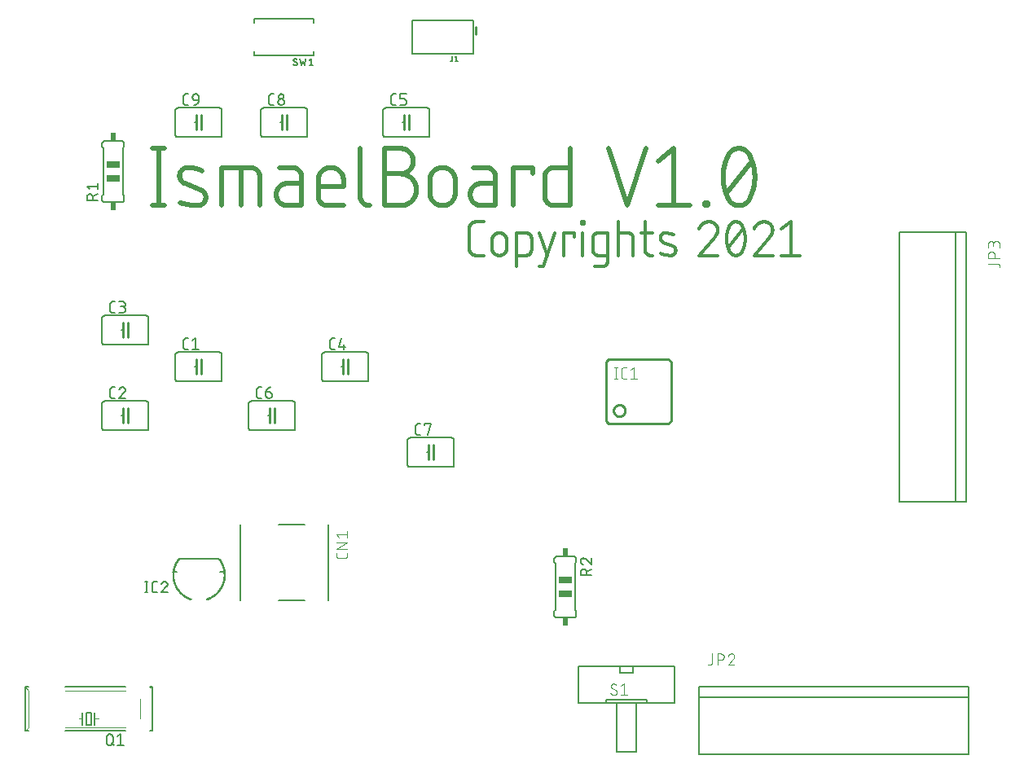
<source format=gbr>
G04 EAGLE Gerber RS-274X export*
G75*
%MOMM*%
%FSLAX34Y34*%
%LPD*%
%INSilkscreen Top*%
%IPPOS*%
%AMOC8*
5,1,8,0,0,1.08239X$1,22.5*%
G01*
%ADD10C,0.508000*%
%ADD11C,0.304800*%
%ADD12C,0.152400*%
%ADD13C,0.254000*%
%ADD14C,0.127000*%
%ADD15C,0.101600*%
%ADD16C,0.015238*%
%ADD17C,0.050800*%
%ADD18R,0.609600X0.863600*%
%ADD19R,1.400000X0.650000*%


D10*
X148844Y633476D02*
X148844Y574040D01*
X142240Y574040D02*
X155448Y574040D01*
X155448Y633476D02*
X142240Y633476D01*
X176073Y597154D02*
X192583Y590550D01*
X176073Y597153D02*
X175881Y597233D01*
X175690Y597318D01*
X175502Y597407D01*
X175315Y597500D01*
X175131Y597598D01*
X174950Y597701D01*
X174771Y597808D01*
X174595Y597919D01*
X174421Y598035D01*
X174251Y598154D01*
X174083Y598278D01*
X173918Y598406D01*
X173757Y598538D01*
X173599Y598674D01*
X173444Y598813D01*
X173292Y598956D01*
X173145Y599103D01*
X173000Y599254D01*
X172860Y599408D01*
X172723Y599565D01*
X172590Y599726D01*
X172461Y599889D01*
X172336Y600056D01*
X172216Y600226D01*
X172099Y600399D01*
X171987Y600575D01*
X171879Y600753D01*
X171775Y600934D01*
X171676Y601117D01*
X171581Y601302D01*
X171490Y601490D01*
X171405Y601680D01*
X171324Y601872D01*
X171248Y602066D01*
X171176Y602262D01*
X171109Y602460D01*
X171047Y602659D01*
X170990Y602859D01*
X170938Y603061D01*
X170891Y603264D01*
X170849Y603468D01*
X170811Y603673D01*
X170779Y603879D01*
X170752Y604086D01*
X170729Y604293D01*
X170712Y604501D01*
X170700Y604709D01*
X170693Y604917D01*
X170691Y605126D01*
X170694Y605334D01*
X170702Y605542D01*
X170716Y605750D01*
X170734Y605958D01*
X170757Y606165D01*
X170785Y606372D01*
X170819Y606577D01*
X170857Y606782D01*
X170901Y606986D01*
X170949Y607189D01*
X171002Y607390D01*
X171060Y607590D01*
X171123Y607789D01*
X171191Y607986D01*
X171264Y608182D01*
X171341Y608375D01*
X171423Y608567D01*
X171510Y608756D01*
X171601Y608944D01*
X171697Y609129D01*
X171797Y609312D01*
X171902Y609492D01*
X172011Y609670D01*
X172124Y609845D01*
X172241Y610017D01*
X172363Y610186D01*
X172489Y610352D01*
X172619Y610515D01*
X172752Y610675D01*
X172890Y610832D01*
X173031Y610985D01*
X173176Y611135D01*
X173325Y611281D01*
X173477Y611423D01*
X173633Y611562D01*
X173792Y611697D01*
X173954Y611828D01*
X174119Y611955D01*
X174287Y612078D01*
X174459Y612197D01*
X174633Y612311D01*
X174809Y612422D01*
X174989Y612528D01*
X175171Y612629D01*
X175355Y612726D01*
X175542Y612819D01*
X175731Y612907D01*
X175922Y612990D01*
X176115Y613069D01*
X176310Y613143D01*
X176506Y613213D01*
X176705Y613277D01*
X176904Y613337D01*
X177106Y613391D01*
X177308Y613441D01*
X177512Y613486D01*
X177716Y613526D01*
X177922Y613561D01*
X178128Y613591D01*
X178335Y613616D01*
X178542Y613635D01*
X178750Y613650D01*
X178958Y613660D01*
X179167Y613665D01*
X179375Y613664D01*
X180276Y613640D01*
X181176Y613595D01*
X182076Y613528D01*
X182973Y613439D01*
X183868Y613329D01*
X184760Y613198D01*
X185648Y613045D01*
X186533Y612870D01*
X187413Y612675D01*
X188288Y612458D01*
X189158Y612220D01*
X190022Y611962D01*
X190879Y611683D01*
X191729Y611383D01*
X192572Y611063D01*
X193407Y610722D01*
X194234Y610362D01*
X192583Y590551D02*
X192775Y590471D01*
X192966Y590386D01*
X193154Y590297D01*
X193341Y590204D01*
X193525Y590106D01*
X193706Y590003D01*
X193885Y589896D01*
X194061Y589785D01*
X194235Y589669D01*
X194405Y589550D01*
X194573Y589426D01*
X194738Y589298D01*
X194899Y589166D01*
X195057Y589030D01*
X195212Y588891D01*
X195364Y588748D01*
X195511Y588601D01*
X195656Y588450D01*
X195796Y588296D01*
X195933Y588139D01*
X196066Y587978D01*
X196195Y587815D01*
X196320Y587648D01*
X196440Y587478D01*
X196557Y587305D01*
X196669Y587129D01*
X196777Y586951D01*
X196881Y586770D01*
X196980Y586587D01*
X197075Y586402D01*
X197166Y586214D01*
X197251Y586024D01*
X197332Y585832D01*
X197408Y585638D01*
X197480Y585442D01*
X197547Y585244D01*
X197609Y585045D01*
X197666Y584845D01*
X197718Y584643D01*
X197765Y584440D01*
X197807Y584236D01*
X197845Y584031D01*
X197877Y583825D01*
X197904Y583618D01*
X197927Y583411D01*
X197944Y583203D01*
X197956Y582995D01*
X197963Y582787D01*
X197965Y582578D01*
X197962Y582370D01*
X197954Y582162D01*
X197940Y581954D01*
X197922Y581746D01*
X197899Y581539D01*
X197871Y581332D01*
X197837Y581127D01*
X197799Y580922D01*
X197755Y580718D01*
X197707Y580515D01*
X197654Y580314D01*
X197596Y580114D01*
X197533Y579915D01*
X197465Y579718D01*
X197392Y579522D01*
X197315Y579329D01*
X197233Y579137D01*
X197146Y578948D01*
X197055Y578760D01*
X196959Y578575D01*
X196859Y578392D01*
X196754Y578212D01*
X196645Y578034D01*
X196532Y577859D01*
X196415Y577687D01*
X196293Y577518D01*
X196167Y577352D01*
X196037Y577189D01*
X195904Y577029D01*
X195766Y576872D01*
X195625Y576719D01*
X195480Y576569D01*
X195331Y576423D01*
X195179Y576281D01*
X195023Y576142D01*
X194864Y576007D01*
X194702Y575876D01*
X194537Y575749D01*
X194369Y575626D01*
X194197Y575507D01*
X194023Y575393D01*
X193847Y575282D01*
X193667Y575176D01*
X193485Y575075D01*
X193301Y574978D01*
X193114Y574885D01*
X192925Y574797D01*
X192734Y574714D01*
X192541Y574635D01*
X192346Y574561D01*
X192150Y574491D01*
X191951Y574427D01*
X191752Y574367D01*
X191550Y574313D01*
X191348Y574263D01*
X191144Y574218D01*
X190940Y574178D01*
X190734Y574143D01*
X190528Y574113D01*
X190321Y574088D01*
X190114Y574069D01*
X189906Y574054D01*
X189698Y574044D01*
X189489Y574039D01*
X189281Y574040D01*
X189281Y574041D02*
X187957Y574075D01*
X186634Y574141D01*
X185313Y574238D01*
X183995Y574367D01*
X182680Y574526D01*
X181370Y574717D01*
X180064Y574938D01*
X178764Y575191D01*
X177470Y575474D01*
X176183Y575787D01*
X174904Y576131D01*
X173633Y576505D01*
X172372Y576909D01*
X171120Y577343D01*
X214516Y574040D02*
X214516Y613664D01*
X244234Y613664D01*
X244473Y613661D01*
X244713Y613652D01*
X244952Y613638D01*
X245190Y613618D01*
X245428Y613592D01*
X245665Y613560D01*
X245902Y613523D01*
X246137Y613479D01*
X246372Y613431D01*
X246605Y613376D01*
X246836Y613316D01*
X247067Y613250D01*
X247295Y613179D01*
X247522Y613102D01*
X247747Y613020D01*
X247970Y612933D01*
X248190Y612840D01*
X248408Y612741D01*
X248624Y612638D01*
X248838Y612529D01*
X249048Y612416D01*
X249256Y612297D01*
X249461Y612173D01*
X249663Y612044D01*
X249861Y611910D01*
X250057Y611772D01*
X250249Y611629D01*
X250437Y611481D01*
X250622Y611329D01*
X250803Y611173D01*
X250980Y611012D01*
X251153Y610847D01*
X251323Y610677D01*
X251488Y610504D01*
X251649Y610327D01*
X251805Y610146D01*
X251957Y609961D01*
X252105Y609773D01*
X252248Y609581D01*
X252386Y609385D01*
X252520Y609187D01*
X252649Y608985D01*
X252773Y608780D01*
X252892Y608572D01*
X253005Y608362D01*
X253114Y608148D01*
X253217Y607932D01*
X253316Y607714D01*
X253409Y607494D01*
X253496Y607271D01*
X253578Y607046D01*
X253655Y606819D01*
X253726Y606591D01*
X253792Y606360D01*
X253852Y606129D01*
X253907Y605896D01*
X253955Y605661D01*
X253999Y605426D01*
X254036Y605189D01*
X254068Y604952D01*
X254094Y604714D01*
X254114Y604476D01*
X254128Y604237D01*
X254137Y603997D01*
X254140Y603758D01*
X254140Y574040D01*
X234328Y574040D02*
X234328Y613664D01*
X282720Y597154D02*
X297579Y597154D01*
X282720Y597154D02*
X282439Y597151D01*
X282157Y597140D01*
X281876Y597123D01*
X281596Y597099D01*
X281316Y597068D01*
X281037Y597031D01*
X280759Y596986D01*
X280483Y596935D01*
X280207Y596878D01*
X279933Y596813D01*
X279661Y596742D01*
X279390Y596664D01*
X279122Y596580D01*
X278856Y596489D01*
X278591Y596391D01*
X278330Y596288D01*
X278071Y596178D01*
X277815Y596061D01*
X277561Y595939D01*
X277311Y595810D01*
X277064Y595675D01*
X276820Y595535D01*
X276580Y595388D01*
X276343Y595236D01*
X276110Y595077D01*
X275882Y594914D01*
X275657Y594744D01*
X275436Y594570D01*
X275220Y594390D01*
X275008Y594204D01*
X274800Y594014D01*
X274598Y593819D01*
X274400Y593618D01*
X274207Y593413D01*
X274019Y593204D01*
X273837Y592990D01*
X273659Y592771D01*
X273487Y592548D01*
X273321Y592322D01*
X273160Y592091D01*
X273005Y591856D01*
X272855Y591618D01*
X272711Y591376D01*
X272574Y591130D01*
X272442Y590881D01*
X272316Y590629D01*
X272197Y590375D01*
X272084Y590117D01*
X271977Y589857D01*
X271876Y589594D01*
X271782Y589329D01*
X271694Y589061D01*
X271613Y588792D01*
X271539Y588520D01*
X271471Y588247D01*
X271410Y587972D01*
X271355Y587696D01*
X271307Y587419D01*
X271267Y587140D01*
X271232Y586861D01*
X271205Y586581D01*
X271184Y586300D01*
X271171Y586019D01*
X271164Y585738D01*
X271164Y585456D01*
X271171Y585175D01*
X271184Y584894D01*
X271205Y584613D01*
X271232Y584333D01*
X271267Y584054D01*
X271307Y583775D01*
X271355Y583498D01*
X271410Y583222D01*
X271471Y582947D01*
X271539Y582674D01*
X271613Y582402D01*
X271694Y582133D01*
X271782Y581865D01*
X271876Y581600D01*
X271977Y581337D01*
X272084Y581077D01*
X272197Y580819D01*
X272316Y580565D01*
X272442Y580313D01*
X272574Y580064D01*
X272711Y579818D01*
X272855Y579576D01*
X273005Y579338D01*
X273160Y579103D01*
X273321Y578872D01*
X273487Y578646D01*
X273659Y578423D01*
X273837Y578204D01*
X274019Y577990D01*
X274207Y577781D01*
X274400Y577576D01*
X274598Y577375D01*
X274800Y577180D01*
X275008Y576990D01*
X275220Y576804D01*
X275436Y576624D01*
X275657Y576450D01*
X275882Y576280D01*
X276110Y576117D01*
X276343Y575958D01*
X276580Y575806D01*
X276820Y575659D01*
X277064Y575519D01*
X277311Y575384D01*
X277561Y575255D01*
X277815Y575133D01*
X278071Y575016D01*
X278330Y574906D01*
X278591Y574803D01*
X278856Y574705D01*
X279122Y574614D01*
X279390Y574530D01*
X279661Y574452D01*
X279933Y574381D01*
X280207Y574316D01*
X280483Y574259D01*
X280759Y574208D01*
X281037Y574163D01*
X281316Y574126D01*
X281596Y574095D01*
X281876Y574071D01*
X282157Y574054D01*
X282439Y574043D01*
X282720Y574040D01*
X297579Y574040D01*
X297579Y603758D01*
X297576Y603997D01*
X297567Y604237D01*
X297553Y604476D01*
X297533Y604714D01*
X297507Y604952D01*
X297475Y605189D01*
X297438Y605426D01*
X297394Y605661D01*
X297346Y605896D01*
X297291Y606129D01*
X297231Y606360D01*
X297165Y606591D01*
X297094Y606819D01*
X297017Y607046D01*
X296935Y607271D01*
X296848Y607494D01*
X296755Y607714D01*
X296656Y607932D01*
X296553Y608148D01*
X296444Y608362D01*
X296331Y608572D01*
X296212Y608780D01*
X296088Y608985D01*
X295959Y609187D01*
X295825Y609385D01*
X295687Y609581D01*
X295544Y609773D01*
X295396Y609961D01*
X295244Y610146D01*
X295088Y610327D01*
X294927Y610504D01*
X294762Y610677D01*
X294592Y610847D01*
X294419Y611012D01*
X294242Y611173D01*
X294061Y611329D01*
X293876Y611481D01*
X293688Y611629D01*
X293496Y611772D01*
X293300Y611910D01*
X293102Y612044D01*
X292900Y612173D01*
X292695Y612297D01*
X292487Y612416D01*
X292277Y612529D01*
X292063Y612638D01*
X291847Y612741D01*
X291629Y612840D01*
X291409Y612933D01*
X291186Y613020D01*
X290961Y613102D01*
X290734Y613179D01*
X290506Y613250D01*
X290275Y613316D01*
X290044Y613376D01*
X289811Y613431D01*
X289576Y613479D01*
X289341Y613523D01*
X289104Y613560D01*
X288867Y613592D01*
X288629Y613618D01*
X288391Y613638D01*
X288152Y613652D01*
X287912Y613661D01*
X287673Y613664D01*
X274465Y613664D01*
X324574Y574040D02*
X341084Y574040D01*
X324574Y574040D02*
X324335Y574043D01*
X324095Y574052D01*
X323856Y574066D01*
X323618Y574086D01*
X323380Y574112D01*
X323143Y574144D01*
X322906Y574181D01*
X322671Y574225D01*
X322436Y574273D01*
X322203Y574328D01*
X321972Y574388D01*
X321741Y574454D01*
X321513Y574525D01*
X321286Y574602D01*
X321061Y574684D01*
X320838Y574771D01*
X320618Y574864D01*
X320400Y574963D01*
X320184Y575066D01*
X319970Y575175D01*
X319760Y575288D01*
X319552Y575407D01*
X319347Y575531D01*
X319145Y575660D01*
X318947Y575794D01*
X318751Y575932D01*
X318559Y576075D01*
X318371Y576223D01*
X318186Y576375D01*
X318005Y576531D01*
X317828Y576692D01*
X317655Y576857D01*
X317485Y577027D01*
X317320Y577200D01*
X317159Y577377D01*
X317003Y577558D01*
X316851Y577743D01*
X316703Y577931D01*
X316560Y578123D01*
X316422Y578319D01*
X316288Y578517D01*
X316159Y578719D01*
X316035Y578924D01*
X315916Y579132D01*
X315803Y579342D01*
X315694Y579556D01*
X315591Y579772D01*
X315492Y579990D01*
X315399Y580210D01*
X315312Y580433D01*
X315230Y580658D01*
X315153Y580885D01*
X315082Y581113D01*
X315016Y581344D01*
X314956Y581575D01*
X314901Y581808D01*
X314853Y582043D01*
X314809Y582278D01*
X314772Y582515D01*
X314740Y582752D01*
X314714Y582990D01*
X314694Y583228D01*
X314680Y583467D01*
X314671Y583707D01*
X314668Y583946D01*
X314668Y600456D01*
X314672Y600778D01*
X314684Y601099D01*
X314703Y601420D01*
X314731Y601741D01*
X314766Y602060D01*
X314809Y602379D01*
X314859Y602697D01*
X314918Y603013D01*
X314984Y603328D01*
X315058Y603641D01*
X315139Y603952D01*
X315228Y604261D01*
X315324Y604568D01*
X315428Y604873D01*
X315540Y605174D01*
X315658Y605473D01*
X315784Y605769D01*
X315917Y606062D01*
X316057Y606352D01*
X316204Y606638D01*
X316358Y606920D01*
X316519Y607199D01*
X316686Y607473D01*
X316861Y607744D01*
X317041Y608010D01*
X317228Y608271D01*
X317422Y608528D01*
X317622Y608781D01*
X317827Y609028D01*
X318039Y609270D01*
X318257Y609507D01*
X318480Y609738D01*
X318709Y609964D01*
X318943Y610185D01*
X319182Y610400D01*
X319427Y610608D01*
X319677Y610811D01*
X319932Y611008D01*
X320191Y611198D01*
X320455Y611382D01*
X320723Y611559D01*
X320995Y611730D01*
X321272Y611894D01*
X321552Y612052D01*
X321837Y612202D01*
X322125Y612346D01*
X322416Y612483D01*
X322710Y612612D01*
X323008Y612734D01*
X323308Y612849D01*
X323611Y612957D01*
X323917Y613057D01*
X324225Y613149D01*
X324535Y613235D01*
X324847Y613312D01*
X325161Y613382D01*
X325477Y613444D01*
X325794Y613499D01*
X326112Y613546D01*
X326431Y613585D01*
X326752Y613616D01*
X327072Y613640D01*
X327394Y613655D01*
X327715Y613663D01*
X328037Y613663D01*
X328358Y613655D01*
X328680Y613640D01*
X329000Y613616D01*
X329321Y613585D01*
X329640Y613546D01*
X329958Y613499D01*
X330275Y613444D01*
X330591Y613382D01*
X330905Y613312D01*
X331217Y613235D01*
X331527Y613149D01*
X331835Y613057D01*
X332141Y612957D01*
X332444Y612849D01*
X332744Y612734D01*
X333042Y612612D01*
X333336Y612483D01*
X333627Y612346D01*
X333915Y612202D01*
X334200Y612052D01*
X334480Y611894D01*
X334757Y611730D01*
X335029Y611559D01*
X335297Y611382D01*
X335561Y611198D01*
X335820Y611008D01*
X336075Y610811D01*
X336325Y610608D01*
X336570Y610400D01*
X336809Y610185D01*
X337043Y609964D01*
X337272Y609738D01*
X337495Y609507D01*
X337713Y609270D01*
X337925Y609028D01*
X338130Y608781D01*
X338330Y608528D01*
X338524Y608271D01*
X338711Y608010D01*
X338891Y607744D01*
X339066Y607473D01*
X339233Y607199D01*
X339394Y606920D01*
X339548Y606638D01*
X339695Y606352D01*
X339835Y606062D01*
X339968Y605769D01*
X340094Y605473D01*
X340212Y605174D01*
X340324Y604873D01*
X340428Y604568D01*
X340524Y604261D01*
X340613Y603952D01*
X340694Y603641D01*
X340768Y603328D01*
X340834Y603013D01*
X340893Y602697D01*
X340943Y602379D01*
X340986Y602060D01*
X341021Y601741D01*
X341049Y601420D01*
X341068Y601099D01*
X341080Y600778D01*
X341084Y600456D01*
X341084Y593852D01*
X314668Y593852D01*
X358368Y583946D02*
X358368Y633476D01*
X358368Y583946D02*
X358371Y583707D01*
X358380Y583467D01*
X358394Y583228D01*
X358414Y582990D01*
X358440Y582752D01*
X358472Y582515D01*
X358509Y582278D01*
X358553Y582043D01*
X358601Y581808D01*
X358656Y581575D01*
X358716Y581344D01*
X358782Y581113D01*
X358853Y580885D01*
X358930Y580658D01*
X359012Y580433D01*
X359099Y580210D01*
X359192Y579990D01*
X359291Y579772D01*
X359394Y579556D01*
X359503Y579342D01*
X359616Y579132D01*
X359735Y578924D01*
X359859Y578719D01*
X359988Y578517D01*
X360122Y578319D01*
X360260Y578123D01*
X360403Y577931D01*
X360551Y577743D01*
X360703Y577558D01*
X360859Y577377D01*
X361020Y577200D01*
X361185Y577027D01*
X361355Y576857D01*
X361528Y576692D01*
X361705Y576531D01*
X361886Y576375D01*
X362071Y576223D01*
X362259Y576075D01*
X362451Y575932D01*
X362647Y575794D01*
X362845Y575660D01*
X363047Y575531D01*
X363252Y575407D01*
X363460Y575288D01*
X363670Y575175D01*
X363884Y575066D01*
X364100Y574963D01*
X364318Y574864D01*
X364538Y574771D01*
X364761Y574684D01*
X364986Y574602D01*
X365213Y574525D01*
X365441Y574454D01*
X365672Y574388D01*
X365903Y574328D01*
X366136Y574273D01*
X366371Y574225D01*
X366606Y574181D01*
X366843Y574144D01*
X367080Y574112D01*
X367318Y574086D01*
X367556Y574066D01*
X367795Y574052D01*
X368035Y574043D01*
X368274Y574040D01*
X383819Y607060D02*
X400329Y607060D01*
X400731Y607055D01*
X401133Y607040D01*
X401534Y607016D01*
X401935Y606982D01*
X402334Y606938D01*
X402733Y606884D01*
X403130Y606821D01*
X403525Y606748D01*
X403919Y606665D01*
X404310Y606573D01*
X404699Y606471D01*
X405086Y606360D01*
X405469Y606239D01*
X405850Y606110D01*
X406227Y605971D01*
X406601Y605822D01*
X406971Y605665D01*
X407337Y605499D01*
X407699Y605324D01*
X408056Y605140D01*
X408409Y604948D01*
X408757Y604747D01*
X409101Y604537D01*
X409439Y604319D01*
X409771Y604093D01*
X410098Y603859D01*
X410419Y603618D01*
X410735Y603368D01*
X411044Y603111D01*
X411346Y602846D01*
X411643Y602574D01*
X411932Y602295D01*
X412215Y602009D01*
X412490Y601716D01*
X412758Y601417D01*
X413019Y601111D01*
X413273Y600799D01*
X413519Y600481D01*
X413756Y600156D01*
X413986Y599827D01*
X414208Y599491D01*
X414422Y599151D01*
X414627Y598805D01*
X414824Y598454D01*
X415012Y598099D01*
X415192Y597739D01*
X415362Y597375D01*
X415524Y597007D01*
X415677Y596635D01*
X415820Y596260D01*
X415955Y595881D01*
X416080Y595499D01*
X416196Y595114D01*
X416302Y594726D01*
X416399Y594336D01*
X416487Y593943D01*
X416564Y593549D01*
X416633Y593153D01*
X416691Y592755D01*
X416740Y592356D01*
X416779Y591956D01*
X416808Y591555D01*
X416828Y591153D01*
X416838Y590751D01*
X416838Y590349D01*
X416828Y589947D01*
X416808Y589545D01*
X416779Y589144D01*
X416740Y588744D01*
X416691Y588345D01*
X416633Y587947D01*
X416564Y587551D01*
X416487Y587157D01*
X416399Y586764D01*
X416302Y586374D01*
X416196Y585986D01*
X416080Y585601D01*
X415955Y585219D01*
X415820Y584840D01*
X415677Y584465D01*
X415524Y584093D01*
X415362Y583725D01*
X415192Y583361D01*
X415012Y583001D01*
X414824Y582646D01*
X414627Y582295D01*
X414422Y581949D01*
X414208Y581609D01*
X413986Y581273D01*
X413756Y580944D01*
X413519Y580619D01*
X413273Y580301D01*
X413019Y579989D01*
X412758Y579683D01*
X412490Y579384D01*
X412215Y579091D01*
X411932Y578805D01*
X411643Y578526D01*
X411346Y578254D01*
X411044Y577989D01*
X410735Y577732D01*
X410419Y577482D01*
X410098Y577241D01*
X409771Y577007D01*
X409439Y576781D01*
X409101Y576563D01*
X408757Y576353D01*
X408409Y576152D01*
X408056Y575960D01*
X407699Y575776D01*
X407337Y575601D01*
X406971Y575435D01*
X406601Y575278D01*
X406227Y575129D01*
X405850Y574990D01*
X405469Y574861D01*
X405086Y574740D01*
X404699Y574629D01*
X404310Y574527D01*
X403919Y574435D01*
X403525Y574352D01*
X403130Y574279D01*
X402733Y574216D01*
X402334Y574162D01*
X401935Y574118D01*
X401534Y574084D01*
X401133Y574060D01*
X400731Y574045D01*
X400329Y574040D01*
X383819Y574040D01*
X383819Y633476D01*
X400329Y633476D01*
X400651Y633472D01*
X400972Y633460D01*
X401293Y633441D01*
X401614Y633413D01*
X401933Y633378D01*
X402252Y633335D01*
X402570Y633285D01*
X402886Y633226D01*
X403201Y633160D01*
X403514Y633086D01*
X403825Y633005D01*
X404134Y632916D01*
X404441Y632820D01*
X404746Y632716D01*
X405047Y632604D01*
X405346Y632486D01*
X405642Y632360D01*
X405935Y632227D01*
X406225Y632087D01*
X406511Y631940D01*
X406793Y631786D01*
X407072Y631625D01*
X407346Y631458D01*
X407617Y631283D01*
X407883Y631103D01*
X408144Y630916D01*
X408401Y630722D01*
X408654Y630522D01*
X408901Y630317D01*
X409143Y630105D01*
X409380Y629887D01*
X409611Y629664D01*
X409837Y629435D01*
X410058Y629201D01*
X410273Y628962D01*
X410481Y628717D01*
X410684Y628467D01*
X410881Y628212D01*
X411071Y627953D01*
X411255Y627689D01*
X411432Y627421D01*
X411603Y627149D01*
X411767Y626872D01*
X411925Y626592D01*
X412075Y626307D01*
X412219Y626019D01*
X412356Y625728D01*
X412485Y625434D01*
X412607Y625136D01*
X412722Y624836D01*
X412830Y624533D01*
X412930Y624227D01*
X413022Y623919D01*
X413108Y623609D01*
X413185Y623297D01*
X413255Y622983D01*
X413317Y622667D01*
X413372Y622350D01*
X413419Y622032D01*
X413458Y621713D01*
X413489Y621392D01*
X413513Y621072D01*
X413528Y620750D01*
X413536Y620429D01*
X413536Y620107D01*
X413528Y619786D01*
X413513Y619464D01*
X413489Y619144D01*
X413458Y618823D01*
X413419Y618504D01*
X413372Y618186D01*
X413317Y617869D01*
X413255Y617553D01*
X413185Y617239D01*
X413108Y616927D01*
X413022Y616617D01*
X412930Y616309D01*
X412830Y616003D01*
X412722Y615700D01*
X412607Y615400D01*
X412485Y615102D01*
X412356Y614808D01*
X412219Y614517D01*
X412075Y614229D01*
X411925Y613944D01*
X411767Y613664D01*
X411603Y613387D01*
X411432Y613115D01*
X411255Y612847D01*
X411071Y612583D01*
X410881Y612324D01*
X410684Y612069D01*
X410481Y611819D01*
X410273Y611574D01*
X410058Y611335D01*
X409837Y611101D01*
X409611Y610872D01*
X409380Y610649D01*
X409143Y610431D01*
X408901Y610219D01*
X408654Y610014D01*
X408401Y609814D01*
X408144Y609620D01*
X407883Y609433D01*
X407617Y609253D01*
X407346Y609078D01*
X407072Y608911D01*
X406793Y608750D01*
X406511Y608596D01*
X406225Y608449D01*
X405935Y608309D01*
X405642Y608176D01*
X405346Y608050D01*
X405047Y607932D01*
X404746Y607820D01*
X404441Y607716D01*
X404134Y607620D01*
X403825Y607531D01*
X403514Y607450D01*
X403201Y607376D01*
X402886Y607310D01*
X402570Y607251D01*
X402252Y607201D01*
X401933Y607158D01*
X401614Y607123D01*
X401293Y607095D01*
X400972Y607076D01*
X400651Y607064D01*
X400329Y607060D01*
X430797Y600456D02*
X430797Y587248D01*
X430797Y600456D02*
X430801Y600778D01*
X430813Y601099D01*
X430832Y601420D01*
X430860Y601741D01*
X430895Y602060D01*
X430938Y602379D01*
X430988Y602697D01*
X431047Y603013D01*
X431113Y603328D01*
X431187Y603641D01*
X431268Y603952D01*
X431357Y604261D01*
X431453Y604568D01*
X431557Y604873D01*
X431669Y605174D01*
X431787Y605473D01*
X431913Y605769D01*
X432046Y606062D01*
X432186Y606352D01*
X432333Y606638D01*
X432487Y606920D01*
X432648Y607199D01*
X432815Y607473D01*
X432990Y607744D01*
X433170Y608010D01*
X433357Y608271D01*
X433551Y608528D01*
X433751Y608781D01*
X433956Y609028D01*
X434168Y609270D01*
X434386Y609507D01*
X434609Y609738D01*
X434838Y609964D01*
X435072Y610185D01*
X435311Y610400D01*
X435556Y610608D01*
X435806Y610811D01*
X436061Y611008D01*
X436320Y611198D01*
X436584Y611382D01*
X436852Y611559D01*
X437124Y611730D01*
X437401Y611894D01*
X437681Y612052D01*
X437966Y612202D01*
X438254Y612346D01*
X438545Y612483D01*
X438839Y612612D01*
X439137Y612734D01*
X439437Y612849D01*
X439740Y612957D01*
X440046Y613057D01*
X440354Y613149D01*
X440664Y613235D01*
X440976Y613312D01*
X441290Y613382D01*
X441606Y613444D01*
X441923Y613499D01*
X442241Y613546D01*
X442560Y613585D01*
X442881Y613616D01*
X443201Y613640D01*
X443523Y613655D01*
X443844Y613663D01*
X444166Y613663D01*
X444487Y613655D01*
X444809Y613640D01*
X445129Y613616D01*
X445450Y613585D01*
X445769Y613546D01*
X446087Y613499D01*
X446404Y613444D01*
X446720Y613382D01*
X447034Y613312D01*
X447346Y613235D01*
X447656Y613149D01*
X447964Y613057D01*
X448270Y612957D01*
X448573Y612849D01*
X448873Y612734D01*
X449171Y612612D01*
X449465Y612483D01*
X449756Y612346D01*
X450044Y612202D01*
X450329Y612052D01*
X450609Y611894D01*
X450886Y611730D01*
X451158Y611559D01*
X451426Y611382D01*
X451690Y611198D01*
X451949Y611008D01*
X452204Y610811D01*
X452454Y610608D01*
X452699Y610400D01*
X452938Y610185D01*
X453172Y609964D01*
X453401Y609738D01*
X453624Y609507D01*
X453842Y609270D01*
X454054Y609028D01*
X454259Y608781D01*
X454459Y608528D01*
X454653Y608271D01*
X454840Y608010D01*
X455020Y607744D01*
X455195Y607473D01*
X455362Y607199D01*
X455523Y606920D01*
X455677Y606638D01*
X455824Y606352D01*
X455964Y606062D01*
X456097Y605769D01*
X456223Y605473D01*
X456341Y605174D01*
X456453Y604873D01*
X456557Y604568D01*
X456653Y604261D01*
X456742Y603952D01*
X456823Y603641D01*
X456897Y603328D01*
X456963Y603013D01*
X457022Y602697D01*
X457072Y602379D01*
X457115Y602060D01*
X457150Y601741D01*
X457178Y601420D01*
X457197Y601099D01*
X457209Y600778D01*
X457213Y600456D01*
X457213Y587248D01*
X457209Y586926D01*
X457197Y586605D01*
X457178Y586284D01*
X457150Y585963D01*
X457115Y585644D01*
X457072Y585325D01*
X457022Y585007D01*
X456963Y584691D01*
X456897Y584376D01*
X456823Y584063D01*
X456742Y583752D01*
X456653Y583443D01*
X456557Y583136D01*
X456453Y582831D01*
X456341Y582530D01*
X456223Y582231D01*
X456097Y581935D01*
X455964Y581642D01*
X455824Y581352D01*
X455677Y581066D01*
X455523Y580784D01*
X455362Y580505D01*
X455195Y580231D01*
X455020Y579960D01*
X454840Y579694D01*
X454653Y579433D01*
X454459Y579176D01*
X454259Y578923D01*
X454054Y578676D01*
X453842Y578434D01*
X453624Y578197D01*
X453401Y577966D01*
X453172Y577740D01*
X452938Y577519D01*
X452699Y577304D01*
X452454Y577096D01*
X452204Y576893D01*
X451949Y576696D01*
X451690Y576506D01*
X451426Y576322D01*
X451158Y576145D01*
X450886Y575974D01*
X450609Y575810D01*
X450329Y575652D01*
X450044Y575502D01*
X449756Y575358D01*
X449465Y575221D01*
X449171Y575092D01*
X448873Y574970D01*
X448573Y574855D01*
X448270Y574747D01*
X447964Y574647D01*
X447656Y574555D01*
X447346Y574469D01*
X447034Y574392D01*
X446720Y574322D01*
X446404Y574260D01*
X446087Y574205D01*
X445769Y574158D01*
X445450Y574119D01*
X445129Y574088D01*
X444809Y574064D01*
X444487Y574049D01*
X444166Y574041D01*
X443844Y574041D01*
X443523Y574049D01*
X443201Y574064D01*
X442881Y574088D01*
X442560Y574119D01*
X442241Y574158D01*
X441923Y574205D01*
X441606Y574260D01*
X441290Y574322D01*
X440976Y574392D01*
X440664Y574469D01*
X440354Y574555D01*
X440046Y574647D01*
X439740Y574747D01*
X439437Y574855D01*
X439137Y574970D01*
X438839Y575092D01*
X438545Y575221D01*
X438254Y575358D01*
X437966Y575502D01*
X437681Y575652D01*
X437401Y575810D01*
X437124Y575974D01*
X436852Y576145D01*
X436584Y576322D01*
X436320Y576506D01*
X436061Y576696D01*
X435806Y576893D01*
X435556Y577096D01*
X435311Y577304D01*
X435072Y577519D01*
X434838Y577740D01*
X434609Y577966D01*
X434386Y578197D01*
X434168Y578434D01*
X433956Y578676D01*
X433751Y578923D01*
X433551Y579176D01*
X433357Y579433D01*
X433170Y579694D01*
X432990Y579960D01*
X432815Y580231D01*
X432648Y580505D01*
X432487Y580784D01*
X432333Y581066D01*
X432186Y581352D01*
X432046Y581642D01*
X431913Y581935D01*
X431787Y582231D01*
X431669Y582530D01*
X431557Y582831D01*
X431453Y583136D01*
X431357Y583443D01*
X431268Y583752D01*
X431187Y584063D01*
X431113Y584376D01*
X431047Y584691D01*
X430988Y585007D01*
X430938Y585325D01*
X430895Y585644D01*
X430860Y585963D01*
X430832Y586284D01*
X430813Y586605D01*
X430801Y586926D01*
X430797Y587248D01*
X484332Y597154D02*
X499191Y597154D01*
X484332Y597154D02*
X484051Y597151D01*
X483769Y597140D01*
X483488Y597123D01*
X483208Y597099D01*
X482928Y597068D01*
X482649Y597031D01*
X482371Y596986D01*
X482095Y596935D01*
X481819Y596878D01*
X481545Y596813D01*
X481273Y596742D01*
X481002Y596664D01*
X480734Y596580D01*
X480468Y596489D01*
X480203Y596391D01*
X479942Y596288D01*
X479683Y596178D01*
X479427Y596061D01*
X479173Y595939D01*
X478923Y595810D01*
X478676Y595675D01*
X478432Y595535D01*
X478192Y595388D01*
X477955Y595236D01*
X477722Y595077D01*
X477494Y594914D01*
X477269Y594744D01*
X477048Y594570D01*
X476832Y594390D01*
X476620Y594204D01*
X476412Y594014D01*
X476210Y593819D01*
X476012Y593618D01*
X475819Y593413D01*
X475631Y593204D01*
X475449Y592990D01*
X475271Y592771D01*
X475099Y592548D01*
X474933Y592322D01*
X474772Y592091D01*
X474617Y591856D01*
X474467Y591618D01*
X474323Y591376D01*
X474186Y591130D01*
X474054Y590881D01*
X473928Y590629D01*
X473809Y590375D01*
X473696Y590117D01*
X473589Y589857D01*
X473488Y589594D01*
X473394Y589329D01*
X473306Y589061D01*
X473225Y588792D01*
X473151Y588520D01*
X473083Y588247D01*
X473022Y587972D01*
X472967Y587696D01*
X472919Y587419D01*
X472879Y587140D01*
X472844Y586861D01*
X472817Y586581D01*
X472796Y586300D01*
X472783Y586019D01*
X472776Y585738D01*
X472776Y585456D01*
X472783Y585175D01*
X472796Y584894D01*
X472817Y584613D01*
X472844Y584333D01*
X472879Y584054D01*
X472919Y583775D01*
X472967Y583498D01*
X473022Y583222D01*
X473083Y582947D01*
X473151Y582674D01*
X473225Y582402D01*
X473306Y582133D01*
X473394Y581865D01*
X473488Y581600D01*
X473589Y581337D01*
X473696Y581077D01*
X473809Y580819D01*
X473928Y580565D01*
X474054Y580313D01*
X474186Y580064D01*
X474323Y579818D01*
X474467Y579576D01*
X474617Y579338D01*
X474772Y579103D01*
X474933Y578872D01*
X475099Y578646D01*
X475271Y578423D01*
X475449Y578204D01*
X475631Y577990D01*
X475819Y577781D01*
X476012Y577576D01*
X476210Y577375D01*
X476412Y577180D01*
X476620Y576990D01*
X476832Y576804D01*
X477048Y576624D01*
X477269Y576450D01*
X477494Y576280D01*
X477722Y576117D01*
X477955Y575958D01*
X478192Y575806D01*
X478432Y575659D01*
X478676Y575519D01*
X478923Y575384D01*
X479173Y575255D01*
X479427Y575133D01*
X479683Y575016D01*
X479942Y574906D01*
X480203Y574803D01*
X480468Y574705D01*
X480734Y574614D01*
X481002Y574530D01*
X481273Y574452D01*
X481545Y574381D01*
X481819Y574316D01*
X482095Y574259D01*
X482371Y574208D01*
X482649Y574163D01*
X482928Y574126D01*
X483208Y574095D01*
X483488Y574071D01*
X483769Y574054D01*
X484051Y574043D01*
X484332Y574040D01*
X499191Y574040D01*
X499191Y603758D01*
X499188Y603997D01*
X499179Y604237D01*
X499165Y604476D01*
X499145Y604714D01*
X499119Y604952D01*
X499087Y605189D01*
X499050Y605426D01*
X499006Y605661D01*
X498958Y605896D01*
X498903Y606129D01*
X498843Y606360D01*
X498777Y606591D01*
X498706Y606819D01*
X498629Y607046D01*
X498547Y607271D01*
X498460Y607494D01*
X498367Y607714D01*
X498268Y607932D01*
X498165Y608148D01*
X498056Y608362D01*
X497943Y608572D01*
X497824Y608780D01*
X497700Y608985D01*
X497571Y609187D01*
X497437Y609385D01*
X497299Y609581D01*
X497156Y609773D01*
X497008Y609961D01*
X496856Y610146D01*
X496700Y610327D01*
X496539Y610504D01*
X496374Y610677D01*
X496204Y610847D01*
X496031Y611012D01*
X495854Y611173D01*
X495673Y611329D01*
X495488Y611481D01*
X495300Y611629D01*
X495108Y611772D01*
X494912Y611910D01*
X494714Y612044D01*
X494512Y612173D01*
X494307Y612297D01*
X494099Y612416D01*
X493889Y612529D01*
X493675Y612638D01*
X493459Y612741D01*
X493241Y612840D01*
X493021Y612933D01*
X492798Y613020D01*
X492573Y613102D01*
X492346Y613179D01*
X492118Y613250D01*
X491887Y613316D01*
X491656Y613376D01*
X491423Y613431D01*
X491188Y613479D01*
X490953Y613523D01*
X490716Y613560D01*
X490479Y613592D01*
X490241Y613618D01*
X490003Y613638D01*
X489764Y613652D01*
X489524Y613661D01*
X489285Y613664D01*
X476077Y613664D01*
X517832Y613664D02*
X517832Y574040D01*
X517832Y613664D02*
X537644Y613664D01*
X537644Y607060D01*
X576611Y633476D02*
X576611Y574040D01*
X560101Y574040D01*
X559862Y574043D01*
X559622Y574052D01*
X559383Y574066D01*
X559145Y574086D01*
X558907Y574112D01*
X558670Y574144D01*
X558433Y574181D01*
X558198Y574225D01*
X557963Y574273D01*
X557730Y574328D01*
X557499Y574388D01*
X557268Y574454D01*
X557040Y574525D01*
X556813Y574602D01*
X556588Y574684D01*
X556365Y574771D01*
X556145Y574864D01*
X555927Y574963D01*
X555711Y575066D01*
X555497Y575175D01*
X555287Y575288D01*
X555079Y575407D01*
X554874Y575531D01*
X554672Y575660D01*
X554474Y575794D01*
X554278Y575932D01*
X554086Y576075D01*
X553898Y576223D01*
X553713Y576375D01*
X553532Y576531D01*
X553355Y576692D01*
X553182Y576857D01*
X553012Y577027D01*
X552847Y577200D01*
X552686Y577377D01*
X552530Y577558D01*
X552378Y577743D01*
X552230Y577931D01*
X552087Y578123D01*
X551949Y578319D01*
X551815Y578517D01*
X551686Y578719D01*
X551562Y578924D01*
X551443Y579132D01*
X551330Y579342D01*
X551221Y579556D01*
X551118Y579772D01*
X551019Y579990D01*
X550926Y580210D01*
X550839Y580433D01*
X550757Y580658D01*
X550680Y580885D01*
X550609Y581113D01*
X550543Y581344D01*
X550483Y581575D01*
X550428Y581808D01*
X550380Y582043D01*
X550336Y582278D01*
X550299Y582515D01*
X550267Y582752D01*
X550241Y582990D01*
X550221Y583228D01*
X550207Y583467D01*
X550198Y583707D01*
X550195Y583946D01*
X550195Y603758D01*
X550198Y603997D01*
X550207Y604237D01*
X550221Y604476D01*
X550241Y604714D01*
X550267Y604952D01*
X550299Y605189D01*
X550336Y605426D01*
X550380Y605661D01*
X550428Y605896D01*
X550483Y606129D01*
X550543Y606360D01*
X550609Y606591D01*
X550680Y606819D01*
X550757Y607046D01*
X550839Y607271D01*
X550926Y607494D01*
X551019Y607714D01*
X551118Y607932D01*
X551221Y608148D01*
X551330Y608362D01*
X551443Y608572D01*
X551562Y608780D01*
X551686Y608985D01*
X551815Y609187D01*
X551949Y609385D01*
X552087Y609581D01*
X552230Y609773D01*
X552378Y609961D01*
X552530Y610146D01*
X552686Y610327D01*
X552847Y610504D01*
X553012Y610677D01*
X553182Y610847D01*
X553355Y611012D01*
X553532Y611173D01*
X553713Y611329D01*
X553898Y611481D01*
X554086Y611629D01*
X554278Y611772D01*
X554474Y611910D01*
X554672Y612044D01*
X554874Y612173D01*
X555079Y612297D01*
X555287Y612416D01*
X555497Y612529D01*
X555711Y612638D01*
X555927Y612741D01*
X556145Y612840D01*
X556365Y612933D01*
X556588Y613020D01*
X556813Y613102D01*
X557040Y613179D01*
X557268Y613250D01*
X557499Y613316D01*
X557730Y613376D01*
X557963Y613431D01*
X558198Y613479D01*
X558433Y613523D01*
X558670Y613560D01*
X558907Y613592D01*
X559145Y613618D01*
X559383Y613638D01*
X559622Y613652D01*
X559862Y613661D01*
X560101Y613664D01*
X576611Y613664D01*
X616128Y633476D02*
X635940Y574040D01*
X655752Y633476D01*
X667817Y620268D02*
X684327Y633476D01*
X684327Y574040D01*
X667817Y574040D02*
X700837Y574040D01*
X716546Y574040D02*
X716546Y577342D01*
X719848Y577342D01*
X719848Y574040D01*
X716546Y574040D01*
X735558Y603758D02*
X735572Y604927D01*
X735614Y606096D01*
X735684Y607263D01*
X735781Y608428D01*
X735907Y609591D01*
X736060Y610750D01*
X736240Y611905D01*
X736449Y613056D01*
X736684Y614201D01*
X736947Y615341D01*
X737237Y616473D01*
X737554Y617599D01*
X737898Y618716D01*
X738268Y619825D01*
X738665Y620925D01*
X739088Y622016D01*
X739537Y623095D01*
X740011Y624164D01*
X740511Y625221D01*
X740611Y625501D01*
X740718Y625779D01*
X740831Y626053D01*
X740951Y626325D01*
X741077Y626594D01*
X741210Y626860D01*
X741350Y627122D01*
X741496Y627381D01*
X741648Y627636D01*
X741806Y627888D01*
X741970Y628136D01*
X742140Y628379D01*
X742316Y628619D01*
X742498Y628854D01*
X742686Y629084D01*
X742879Y629310D01*
X743077Y629531D01*
X743281Y629747D01*
X743490Y629958D01*
X743704Y630164D01*
X743924Y630365D01*
X744147Y630561D01*
X744376Y630750D01*
X744609Y630935D01*
X744847Y631113D01*
X745088Y631286D01*
X745334Y631453D01*
X745584Y631614D01*
X745838Y631768D01*
X746095Y631917D01*
X746356Y632059D01*
X746621Y632194D01*
X746888Y632324D01*
X747159Y632446D01*
X747433Y632562D01*
X747709Y632672D01*
X747988Y632774D01*
X748269Y632870D01*
X748552Y632959D01*
X748838Y633041D01*
X749126Y633116D01*
X749415Y633184D01*
X749706Y633245D01*
X749998Y633299D01*
X750291Y633346D01*
X750586Y633386D01*
X750881Y633418D01*
X751177Y633443D01*
X751474Y633462D01*
X751771Y633472D01*
X752068Y633476D01*
X752365Y633472D01*
X752662Y633462D01*
X752959Y633443D01*
X753255Y633418D01*
X753550Y633386D01*
X753845Y633346D01*
X754138Y633299D01*
X754430Y633245D01*
X754721Y633184D01*
X755010Y633116D01*
X755298Y633041D01*
X755584Y632959D01*
X755867Y632870D01*
X756148Y632774D01*
X756427Y632672D01*
X756703Y632562D01*
X756977Y632446D01*
X757248Y632324D01*
X757515Y632194D01*
X757780Y632059D01*
X758041Y631917D01*
X758298Y631768D01*
X758552Y631614D01*
X758802Y631453D01*
X759048Y631286D01*
X759289Y631113D01*
X759527Y630935D01*
X759760Y630750D01*
X759989Y630561D01*
X760212Y630365D01*
X760432Y630164D01*
X760646Y629958D01*
X760855Y629747D01*
X761059Y629531D01*
X761257Y629310D01*
X761450Y629084D01*
X761638Y628854D01*
X761820Y628619D01*
X761996Y628379D01*
X762166Y628136D01*
X762330Y627888D01*
X762488Y627636D01*
X762640Y627381D01*
X762786Y627122D01*
X762926Y626860D01*
X763059Y626594D01*
X763185Y626325D01*
X763305Y626053D01*
X763418Y625779D01*
X763525Y625501D01*
X763625Y625221D01*
X763626Y625221D02*
X764126Y624164D01*
X764600Y623095D01*
X765049Y622016D01*
X765472Y620925D01*
X765869Y619825D01*
X766239Y618716D01*
X766583Y617599D01*
X766900Y616473D01*
X767190Y615341D01*
X767453Y614201D01*
X767688Y613056D01*
X767897Y611905D01*
X768077Y610750D01*
X768230Y609591D01*
X768356Y608428D01*
X768453Y607263D01*
X768523Y606096D01*
X768565Y604927D01*
X768579Y603758D01*
X735558Y603758D02*
X735572Y602589D01*
X735614Y601420D01*
X735684Y600253D01*
X735781Y599088D01*
X735907Y597925D01*
X736060Y596766D01*
X736240Y595611D01*
X736449Y594460D01*
X736684Y593315D01*
X736947Y592175D01*
X737237Y591043D01*
X737554Y589917D01*
X737898Y588800D01*
X738268Y587691D01*
X738665Y586591D01*
X739088Y585500D01*
X739537Y584421D01*
X740011Y583352D01*
X740511Y582295D01*
X740611Y582015D01*
X740718Y581737D01*
X740831Y581463D01*
X740951Y581191D01*
X741077Y580922D01*
X741210Y580656D01*
X741350Y580394D01*
X741496Y580135D01*
X741648Y579880D01*
X741806Y579628D01*
X741970Y579380D01*
X742140Y579137D01*
X742316Y578897D01*
X742498Y578662D01*
X742686Y578432D01*
X742879Y578206D01*
X743077Y577985D01*
X743281Y577769D01*
X743490Y577558D01*
X743704Y577352D01*
X743924Y577151D01*
X744147Y576955D01*
X744376Y576766D01*
X744609Y576581D01*
X744847Y576403D01*
X745088Y576230D01*
X745334Y576063D01*
X745584Y575902D01*
X745838Y575748D01*
X746095Y575599D01*
X746356Y575457D01*
X746621Y575322D01*
X746888Y575192D01*
X747159Y575070D01*
X747433Y574954D01*
X747709Y574844D01*
X747988Y574742D01*
X748269Y574646D01*
X748552Y574557D01*
X748838Y574475D01*
X749126Y574400D01*
X749415Y574332D01*
X749706Y574271D01*
X749998Y574217D01*
X750291Y574170D01*
X750586Y574130D01*
X750881Y574098D01*
X751177Y574073D01*
X751474Y574054D01*
X751771Y574044D01*
X752068Y574040D01*
X763626Y582295D02*
X764126Y583352D01*
X764600Y584421D01*
X765049Y585500D01*
X765472Y586591D01*
X765869Y587691D01*
X766239Y588800D01*
X766583Y589917D01*
X766900Y591043D01*
X767190Y592175D01*
X767453Y593315D01*
X767688Y594460D01*
X767897Y595611D01*
X768077Y596766D01*
X768230Y597925D01*
X768356Y599088D01*
X768453Y600253D01*
X768523Y601420D01*
X768565Y602589D01*
X768579Y603758D01*
X763625Y582295D02*
X763525Y582015D01*
X763418Y581737D01*
X763305Y581463D01*
X763185Y581191D01*
X763059Y580922D01*
X762926Y580656D01*
X762786Y580394D01*
X762640Y580135D01*
X762488Y579880D01*
X762330Y579628D01*
X762166Y579380D01*
X761996Y579137D01*
X761820Y578897D01*
X761638Y578662D01*
X761450Y578432D01*
X761257Y578206D01*
X761059Y577985D01*
X760855Y577769D01*
X760646Y577558D01*
X760432Y577352D01*
X760212Y577151D01*
X759989Y576955D01*
X759760Y576766D01*
X759527Y576581D01*
X759289Y576403D01*
X759048Y576230D01*
X758802Y576063D01*
X758552Y575902D01*
X758298Y575748D01*
X758041Y575599D01*
X757780Y575457D01*
X757515Y575322D01*
X757248Y575192D01*
X756977Y575070D01*
X756703Y574954D01*
X756427Y574844D01*
X756148Y574742D01*
X755867Y574646D01*
X755584Y574557D01*
X755298Y574475D01*
X755010Y574400D01*
X754721Y574332D01*
X754430Y574271D01*
X754138Y574217D01*
X753845Y574170D01*
X753550Y574130D01*
X753255Y574098D01*
X752959Y574073D01*
X752662Y574054D01*
X752365Y574044D01*
X752068Y574040D01*
X738860Y587248D02*
X765276Y620268D01*
D11*
X487003Y522224D02*
X479213Y522224D01*
X479025Y522226D01*
X478837Y522233D01*
X478649Y522244D01*
X478461Y522260D01*
X478274Y522281D01*
X478088Y522306D01*
X477902Y522335D01*
X477717Y522369D01*
X477532Y522408D01*
X477349Y522450D01*
X477167Y522498D01*
X476986Y522549D01*
X476806Y522605D01*
X476628Y522666D01*
X476451Y522730D01*
X476276Y522799D01*
X476102Y522872D01*
X475931Y522949D01*
X475761Y523031D01*
X475593Y523116D01*
X475428Y523206D01*
X475264Y523299D01*
X475103Y523396D01*
X474945Y523498D01*
X474788Y523603D01*
X474635Y523712D01*
X474484Y523824D01*
X474336Y523940D01*
X474190Y524060D01*
X474048Y524183D01*
X473909Y524309D01*
X473772Y524439D01*
X473639Y524572D01*
X473509Y524709D01*
X473383Y524848D01*
X473260Y524990D01*
X473140Y525136D01*
X473024Y525284D01*
X472912Y525435D01*
X472803Y525588D01*
X472698Y525745D01*
X472596Y525903D01*
X472499Y526064D01*
X472406Y526228D01*
X472316Y526393D01*
X472231Y526561D01*
X472149Y526731D01*
X472072Y526902D01*
X471999Y527076D01*
X471930Y527251D01*
X471866Y527428D01*
X471805Y527606D01*
X471749Y527786D01*
X471698Y527967D01*
X471650Y528149D01*
X471608Y528332D01*
X471569Y528517D01*
X471535Y528702D01*
X471506Y528888D01*
X471481Y529074D01*
X471460Y529261D01*
X471444Y529449D01*
X471433Y529637D01*
X471426Y529825D01*
X471424Y530013D01*
X471424Y549487D01*
X471426Y549678D01*
X471433Y549869D01*
X471445Y550060D01*
X471462Y550250D01*
X471483Y550440D01*
X471508Y550630D01*
X471539Y550819D01*
X471574Y551007D01*
X471613Y551194D01*
X471657Y551380D01*
X471706Y551564D01*
X471759Y551748D01*
X471817Y551930D01*
X471879Y552111D01*
X471946Y552290D01*
X472017Y552468D01*
X472092Y552643D01*
X472172Y552817D01*
X472256Y552989D01*
X472344Y553159D01*
X472436Y553326D01*
X472532Y553491D01*
X472632Y553654D01*
X472737Y553814D01*
X472845Y553972D01*
X472957Y554127D01*
X473073Y554279D01*
X473192Y554428D01*
X473315Y554575D01*
X473442Y554718D01*
X473572Y554858D01*
X473705Y554995D01*
X473842Y555128D01*
X473982Y555258D01*
X474125Y555385D01*
X474272Y555508D01*
X474421Y555627D01*
X474573Y555743D01*
X474728Y555855D01*
X474886Y555963D01*
X475046Y556068D01*
X475209Y556168D01*
X475374Y556264D01*
X475541Y556356D01*
X475711Y556444D01*
X475883Y556528D01*
X476057Y556608D01*
X476232Y556683D01*
X476410Y556754D01*
X476589Y556821D01*
X476770Y556883D01*
X476952Y556941D01*
X477136Y556994D01*
X477320Y557043D01*
X477506Y557087D01*
X477693Y557126D01*
X477881Y557161D01*
X478070Y557192D01*
X478260Y557217D01*
X478450Y557238D01*
X478640Y557255D01*
X478831Y557267D01*
X479022Y557274D01*
X479213Y557276D01*
X487003Y557276D01*
X495270Y537803D02*
X495270Y530013D01*
X495271Y537803D02*
X495273Y537993D01*
X495280Y538182D01*
X495292Y538372D01*
X495308Y538561D01*
X495329Y538749D01*
X495354Y538937D01*
X495384Y539124D01*
X495418Y539311D01*
X495457Y539497D01*
X495501Y539681D01*
X495549Y539865D01*
X495601Y540047D01*
X495658Y540228D01*
X495719Y540407D01*
X495785Y540585D01*
X495855Y540762D01*
X495929Y540936D01*
X496007Y541109D01*
X496090Y541280D01*
X496177Y541449D01*
X496268Y541615D01*
X496362Y541779D01*
X496461Y541941D01*
X496564Y542101D01*
X496671Y542258D01*
X496781Y542412D01*
X496895Y542563D01*
X497013Y542712D01*
X497134Y542858D01*
X497259Y543001D01*
X497387Y543140D01*
X497519Y543277D01*
X497654Y543410D01*
X497792Y543540D01*
X497933Y543667D01*
X498078Y543790D01*
X498225Y543910D01*
X498375Y544025D01*
X498528Y544138D01*
X498684Y544246D01*
X498842Y544351D01*
X499002Y544452D01*
X499166Y544548D01*
X499331Y544641D01*
X499499Y544730D01*
X499668Y544815D01*
X499840Y544895D01*
X500014Y544972D01*
X500189Y545044D01*
X500366Y545111D01*
X500545Y545175D01*
X500725Y545234D01*
X500907Y545289D01*
X501090Y545339D01*
X501274Y545384D01*
X501459Y545426D01*
X501645Y545462D01*
X501832Y545495D01*
X502020Y545522D01*
X502208Y545545D01*
X502397Y545564D01*
X502586Y545578D01*
X502776Y545587D01*
X502965Y545591D01*
X503155Y545591D01*
X503344Y545587D01*
X503534Y545578D01*
X503723Y545564D01*
X503912Y545545D01*
X504100Y545522D01*
X504288Y545495D01*
X504475Y545462D01*
X504661Y545426D01*
X504846Y545384D01*
X505030Y545339D01*
X505213Y545289D01*
X505395Y545234D01*
X505575Y545175D01*
X505754Y545111D01*
X505931Y545044D01*
X506106Y544972D01*
X506280Y544895D01*
X506452Y544815D01*
X506621Y544730D01*
X506789Y544641D01*
X506955Y544548D01*
X507118Y544452D01*
X507278Y544351D01*
X507436Y544246D01*
X507592Y544138D01*
X507745Y544025D01*
X507895Y543910D01*
X508042Y543790D01*
X508187Y543667D01*
X508328Y543540D01*
X508466Y543410D01*
X508601Y543277D01*
X508733Y543140D01*
X508861Y543001D01*
X508986Y542858D01*
X509107Y542712D01*
X509225Y542563D01*
X509339Y542412D01*
X509449Y542258D01*
X509556Y542101D01*
X509659Y541941D01*
X509758Y541779D01*
X509852Y541615D01*
X509943Y541449D01*
X510030Y541280D01*
X510113Y541109D01*
X510191Y540936D01*
X510265Y540762D01*
X510335Y540585D01*
X510401Y540407D01*
X510462Y540228D01*
X510519Y540047D01*
X510571Y539865D01*
X510619Y539681D01*
X510663Y539497D01*
X510702Y539311D01*
X510736Y539124D01*
X510766Y538937D01*
X510791Y538749D01*
X510812Y538561D01*
X510828Y538372D01*
X510840Y538182D01*
X510847Y537993D01*
X510849Y537803D01*
X510849Y530013D01*
X510847Y529823D01*
X510840Y529634D01*
X510828Y529444D01*
X510812Y529255D01*
X510791Y529067D01*
X510766Y528879D01*
X510736Y528692D01*
X510702Y528505D01*
X510663Y528319D01*
X510619Y528135D01*
X510571Y527951D01*
X510519Y527769D01*
X510462Y527588D01*
X510401Y527409D01*
X510335Y527231D01*
X510265Y527054D01*
X510191Y526880D01*
X510113Y526707D01*
X510030Y526536D01*
X509943Y526367D01*
X509852Y526201D01*
X509758Y526037D01*
X509659Y525875D01*
X509556Y525715D01*
X509449Y525558D01*
X509339Y525404D01*
X509225Y525253D01*
X509107Y525104D01*
X508986Y524958D01*
X508861Y524815D01*
X508733Y524676D01*
X508601Y524539D01*
X508466Y524406D01*
X508328Y524276D01*
X508187Y524149D01*
X508042Y524026D01*
X507895Y523906D01*
X507745Y523791D01*
X507592Y523678D01*
X507436Y523570D01*
X507278Y523465D01*
X507118Y523364D01*
X506955Y523268D01*
X506789Y523175D01*
X506621Y523086D01*
X506452Y523001D01*
X506280Y522921D01*
X506106Y522844D01*
X505931Y522772D01*
X505754Y522705D01*
X505575Y522641D01*
X505395Y522582D01*
X505213Y522527D01*
X505030Y522477D01*
X504846Y522432D01*
X504661Y522390D01*
X504475Y522354D01*
X504288Y522321D01*
X504100Y522294D01*
X503912Y522271D01*
X503723Y522252D01*
X503534Y522238D01*
X503344Y522229D01*
X503155Y522225D01*
X502965Y522225D01*
X502776Y522229D01*
X502586Y522238D01*
X502397Y522252D01*
X502208Y522271D01*
X502020Y522294D01*
X501832Y522321D01*
X501645Y522354D01*
X501459Y522390D01*
X501274Y522432D01*
X501090Y522477D01*
X500907Y522527D01*
X500725Y522582D01*
X500545Y522641D01*
X500366Y522705D01*
X500189Y522772D01*
X500014Y522844D01*
X499840Y522921D01*
X499668Y523001D01*
X499499Y523086D01*
X499331Y523175D01*
X499166Y523268D01*
X499002Y523364D01*
X498842Y523465D01*
X498684Y523570D01*
X498528Y523678D01*
X498375Y523791D01*
X498225Y523906D01*
X498078Y524026D01*
X497933Y524149D01*
X497792Y524276D01*
X497654Y524406D01*
X497519Y524539D01*
X497387Y524676D01*
X497259Y524815D01*
X497134Y524958D01*
X497013Y525104D01*
X496895Y525253D01*
X496781Y525404D01*
X496671Y525558D01*
X496564Y525715D01*
X496461Y525875D01*
X496362Y526037D01*
X496268Y526201D01*
X496177Y526367D01*
X496090Y526536D01*
X496007Y526707D01*
X495929Y526880D01*
X495855Y527054D01*
X495785Y527231D01*
X495719Y527409D01*
X495658Y527588D01*
X495601Y527769D01*
X495549Y527951D01*
X495501Y528135D01*
X495457Y528319D01*
X495418Y528505D01*
X495384Y528692D01*
X495354Y528879D01*
X495329Y529067D01*
X495308Y529255D01*
X495292Y529444D01*
X495280Y529634D01*
X495273Y529823D01*
X495271Y530013D01*
X520964Y545592D02*
X520964Y510540D01*
X520964Y545592D02*
X530700Y545592D01*
X530850Y545590D01*
X531001Y545584D01*
X531151Y545575D01*
X531301Y545561D01*
X531450Y545544D01*
X531599Y545522D01*
X531747Y545497D01*
X531895Y545468D01*
X532042Y545436D01*
X532188Y545399D01*
X532333Y545359D01*
X532477Y545315D01*
X532619Y545268D01*
X532761Y545216D01*
X532901Y545162D01*
X533039Y545103D01*
X533177Y545041D01*
X533312Y544976D01*
X533446Y544907D01*
X533577Y544834D01*
X533707Y544758D01*
X533835Y544679D01*
X533961Y544597D01*
X534085Y544511D01*
X534206Y544423D01*
X534326Y544331D01*
X534442Y544236D01*
X534557Y544138D01*
X534668Y544037D01*
X534777Y543934D01*
X534884Y543827D01*
X534987Y543718D01*
X535088Y543607D01*
X535186Y543492D01*
X535281Y543376D01*
X535373Y543256D01*
X535461Y543135D01*
X535547Y543011D01*
X535629Y542885D01*
X535708Y542757D01*
X535784Y542627D01*
X535857Y542496D01*
X535926Y542362D01*
X535991Y542227D01*
X536053Y542089D01*
X536112Y541951D01*
X536166Y541811D01*
X536218Y541669D01*
X536265Y541527D01*
X536309Y541383D01*
X536349Y541238D01*
X536386Y541092D01*
X536418Y540945D01*
X536447Y540797D01*
X536472Y540649D01*
X536494Y540500D01*
X536511Y540351D01*
X536525Y540201D01*
X536534Y540051D01*
X536540Y539900D01*
X536542Y539750D01*
X536542Y528066D01*
X536540Y527916D01*
X536534Y527765D01*
X536525Y527615D01*
X536511Y527465D01*
X536494Y527316D01*
X536472Y527167D01*
X536447Y527019D01*
X536418Y526871D01*
X536386Y526724D01*
X536349Y526578D01*
X536309Y526433D01*
X536265Y526289D01*
X536218Y526147D01*
X536166Y526005D01*
X536112Y525865D01*
X536053Y525727D01*
X535991Y525589D01*
X535926Y525454D01*
X535857Y525320D01*
X535784Y525189D01*
X535708Y525059D01*
X535629Y524931D01*
X535547Y524805D01*
X535461Y524681D01*
X535373Y524560D01*
X535281Y524440D01*
X535186Y524324D01*
X535088Y524209D01*
X534987Y524098D01*
X534884Y523989D01*
X534777Y523882D01*
X534668Y523779D01*
X534557Y523678D01*
X534442Y523580D01*
X534326Y523485D01*
X534206Y523393D01*
X534085Y523305D01*
X533961Y523219D01*
X533835Y523137D01*
X533707Y523058D01*
X533577Y522982D01*
X533446Y522909D01*
X533312Y522840D01*
X533177Y522775D01*
X533039Y522713D01*
X532901Y522654D01*
X532761Y522600D01*
X532619Y522548D01*
X532477Y522501D01*
X532333Y522457D01*
X532188Y522417D01*
X532042Y522380D01*
X531895Y522348D01*
X531747Y522319D01*
X531599Y522294D01*
X531450Y522272D01*
X531301Y522255D01*
X531151Y522241D01*
X531001Y522232D01*
X530850Y522226D01*
X530700Y522224D01*
X520964Y522224D01*
X544800Y510540D02*
X548695Y510540D01*
X560379Y545592D01*
X544800Y545592D02*
X552590Y522224D01*
X569531Y522224D02*
X569531Y545592D01*
X581215Y545592D01*
X581215Y541697D01*
X589737Y545592D02*
X589737Y522224D01*
X588763Y555329D02*
X588763Y557276D01*
X590711Y557276D01*
X590711Y555329D01*
X588763Y555329D01*
X605911Y522224D02*
X615648Y522224D01*
X605911Y522224D02*
X605761Y522226D01*
X605610Y522232D01*
X605460Y522241D01*
X605310Y522255D01*
X605161Y522272D01*
X605012Y522294D01*
X604864Y522319D01*
X604716Y522348D01*
X604569Y522380D01*
X604423Y522417D01*
X604278Y522457D01*
X604134Y522501D01*
X603992Y522548D01*
X603850Y522600D01*
X603710Y522654D01*
X603572Y522713D01*
X603434Y522775D01*
X603299Y522840D01*
X603165Y522909D01*
X603034Y522982D01*
X602904Y523058D01*
X602776Y523137D01*
X602650Y523219D01*
X602526Y523305D01*
X602405Y523393D01*
X602285Y523485D01*
X602169Y523580D01*
X602054Y523678D01*
X601943Y523779D01*
X601834Y523882D01*
X601727Y523989D01*
X601624Y524098D01*
X601523Y524209D01*
X601425Y524324D01*
X601330Y524440D01*
X601238Y524560D01*
X601150Y524681D01*
X601064Y524805D01*
X600982Y524931D01*
X600903Y525059D01*
X600827Y525189D01*
X600754Y525320D01*
X600685Y525454D01*
X600620Y525589D01*
X600558Y525727D01*
X600499Y525865D01*
X600445Y526005D01*
X600393Y526147D01*
X600346Y526289D01*
X600302Y526433D01*
X600262Y526578D01*
X600225Y526724D01*
X600193Y526871D01*
X600164Y527019D01*
X600139Y527167D01*
X600117Y527316D01*
X600100Y527465D01*
X600086Y527615D01*
X600077Y527765D01*
X600071Y527916D01*
X600069Y528066D01*
X600069Y539750D01*
X600071Y539900D01*
X600077Y540051D01*
X600086Y540201D01*
X600100Y540351D01*
X600117Y540500D01*
X600139Y540649D01*
X600164Y540797D01*
X600193Y540945D01*
X600225Y541092D01*
X600262Y541238D01*
X600302Y541383D01*
X600346Y541527D01*
X600393Y541669D01*
X600445Y541811D01*
X600499Y541951D01*
X600558Y542089D01*
X600620Y542227D01*
X600685Y542362D01*
X600754Y542496D01*
X600827Y542627D01*
X600903Y542757D01*
X600982Y542885D01*
X601064Y543011D01*
X601150Y543135D01*
X601238Y543256D01*
X601330Y543376D01*
X601425Y543492D01*
X601523Y543607D01*
X601624Y543718D01*
X601727Y543827D01*
X601834Y543934D01*
X601943Y544037D01*
X602054Y544138D01*
X602169Y544236D01*
X602285Y544331D01*
X602405Y544423D01*
X602526Y544511D01*
X602650Y544597D01*
X602776Y544679D01*
X602904Y544758D01*
X603034Y544834D01*
X603165Y544907D01*
X603299Y544976D01*
X603434Y545041D01*
X603572Y545103D01*
X603710Y545162D01*
X603850Y545216D01*
X603992Y545268D01*
X604134Y545315D01*
X604278Y545359D01*
X604423Y545399D01*
X604569Y545436D01*
X604716Y545468D01*
X604864Y545497D01*
X605012Y545522D01*
X605161Y545544D01*
X605310Y545561D01*
X605460Y545575D01*
X605610Y545584D01*
X605761Y545590D01*
X605911Y545592D01*
X615648Y545592D01*
X615648Y516382D01*
X615646Y516232D01*
X615640Y516081D01*
X615631Y515931D01*
X615617Y515781D01*
X615600Y515632D01*
X615578Y515483D01*
X615553Y515335D01*
X615524Y515187D01*
X615492Y515040D01*
X615455Y514894D01*
X615415Y514749D01*
X615371Y514605D01*
X615324Y514463D01*
X615272Y514321D01*
X615218Y514181D01*
X615159Y514043D01*
X615097Y513905D01*
X615032Y513770D01*
X614963Y513636D01*
X614890Y513505D01*
X614814Y513375D01*
X614735Y513247D01*
X614653Y513121D01*
X614567Y512997D01*
X614479Y512876D01*
X614387Y512756D01*
X614292Y512640D01*
X614194Y512525D01*
X614093Y512414D01*
X613990Y512305D01*
X613883Y512198D01*
X613774Y512095D01*
X613663Y511994D01*
X613548Y511896D01*
X613432Y511801D01*
X613312Y511709D01*
X613191Y511621D01*
X613067Y511535D01*
X612941Y511453D01*
X612813Y511374D01*
X612683Y511298D01*
X612552Y511225D01*
X612418Y511156D01*
X612283Y511091D01*
X612145Y511029D01*
X612007Y510970D01*
X611867Y510916D01*
X611725Y510864D01*
X611583Y510817D01*
X611439Y510773D01*
X611294Y510733D01*
X611148Y510696D01*
X611001Y510664D01*
X610853Y510635D01*
X610705Y510610D01*
X610556Y510588D01*
X610407Y510571D01*
X610257Y510557D01*
X610107Y510548D01*
X609956Y510542D01*
X609806Y510540D01*
X602017Y510540D01*
X626715Y522224D02*
X626715Y557276D01*
X626715Y545592D02*
X636452Y545592D01*
X636602Y545590D01*
X636753Y545584D01*
X636903Y545575D01*
X637053Y545561D01*
X637202Y545544D01*
X637351Y545522D01*
X637499Y545497D01*
X637647Y545468D01*
X637794Y545436D01*
X637940Y545399D01*
X638085Y545359D01*
X638229Y545315D01*
X638371Y545268D01*
X638513Y545216D01*
X638653Y545162D01*
X638791Y545103D01*
X638929Y545041D01*
X639064Y544976D01*
X639198Y544907D01*
X639329Y544834D01*
X639459Y544758D01*
X639587Y544679D01*
X639713Y544597D01*
X639837Y544511D01*
X639958Y544423D01*
X640078Y544331D01*
X640194Y544236D01*
X640309Y544138D01*
X640420Y544037D01*
X640529Y543934D01*
X640636Y543827D01*
X640739Y543718D01*
X640840Y543607D01*
X640938Y543492D01*
X641033Y543376D01*
X641125Y543256D01*
X641213Y543135D01*
X641299Y543011D01*
X641381Y542885D01*
X641460Y542757D01*
X641536Y542627D01*
X641609Y542496D01*
X641678Y542362D01*
X641743Y542227D01*
X641805Y542089D01*
X641864Y541951D01*
X641918Y541811D01*
X641970Y541669D01*
X642017Y541527D01*
X642061Y541383D01*
X642101Y541238D01*
X642138Y541092D01*
X642170Y540945D01*
X642199Y540797D01*
X642224Y540649D01*
X642246Y540500D01*
X642263Y540351D01*
X642277Y540201D01*
X642286Y540051D01*
X642292Y539900D01*
X642294Y539750D01*
X642294Y522224D01*
X650612Y545592D02*
X662296Y545592D01*
X654507Y557276D02*
X654507Y528066D01*
X654509Y527916D01*
X654515Y527765D01*
X654524Y527615D01*
X654538Y527465D01*
X654555Y527316D01*
X654577Y527167D01*
X654602Y527019D01*
X654631Y526871D01*
X654663Y526724D01*
X654700Y526578D01*
X654740Y526433D01*
X654784Y526289D01*
X654831Y526147D01*
X654883Y526005D01*
X654937Y525865D01*
X654996Y525727D01*
X655058Y525589D01*
X655123Y525454D01*
X655192Y525320D01*
X655265Y525189D01*
X655341Y525059D01*
X655420Y524931D01*
X655502Y524805D01*
X655588Y524681D01*
X655676Y524560D01*
X655768Y524440D01*
X655863Y524324D01*
X655961Y524209D01*
X656062Y524098D01*
X656165Y523989D01*
X656272Y523882D01*
X656381Y523779D01*
X656492Y523678D01*
X656607Y523580D01*
X656723Y523485D01*
X656843Y523393D01*
X656964Y523305D01*
X657088Y523219D01*
X657214Y523137D01*
X657342Y523058D01*
X657472Y522982D01*
X657603Y522909D01*
X657737Y522840D01*
X657872Y522775D01*
X658010Y522713D01*
X658148Y522654D01*
X658288Y522600D01*
X658430Y522548D01*
X658572Y522501D01*
X658716Y522457D01*
X658861Y522417D01*
X659007Y522380D01*
X659154Y522348D01*
X659302Y522319D01*
X659450Y522294D01*
X659599Y522272D01*
X659748Y522255D01*
X659898Y522241D01*
X660048Y522232D01*
X660199Y522226D01*
X660349Y522224D01*
X662296Y522224D01*
X673451Y535855D02*
X683188Y531961D01*
X673451Y535855D02*
X673320Y535910D01*
X673191Y535968D01*
X673064Y536029D01*
X672938Y536094D01*
X672814Y536163D01*
X672692Y536235D01*
X672573Y536311D01*
X672455Y536390D01*
X672340Y536472D01*
X672227Y536557D01*
X672116Y536645D01*
X672008Y536737D01*
X671903Y536831D01*
X671800Y536929D01*
X671700Y537029D01*
X671603Y537132D01*
X671509Y537238D01*
X671418Y537346D01*
X671330Y537457D01*
X671245Y537570D01*
X671163Y537686D01*
X671085Y537803D01*
X671010Y537923D01*
X670938Y538045D01*
X670870Y538169D01*
X670805Y538295D01*
X670744Y538423D01*
X670686Y538552D01*
X670632Y538683D01*
X670582Y538815D01*
X670535Y538949D01*
X670492Y539084D01*
X670453Y539220D01*
X670418Y539357D01*
X670387Y539495D01*
X670360Y539634D01*
X670336Y539773D01*
X670316Y539914D01*
X670301Y540054D01*
X670289Y540195D01*
X670281Y540337D01*
X670277Y540478D01*
X670278Y540620D01*
X670282Y540761D01*
X670290Y540902D01*
X670302Y541043D01*
X670318Y541184D01*
X670338Y541324D01*
X670362Y541464D01*
X670389Y541602D01*
X670421Y541740D01*
X670457Y541877D01*
X670496Y542013D01*
X670539Y542148D01*
X670586Y542282D01*
X670636Y542414D01*
X670691Y542545D01*
X670749Y542674D01*
X670810Y542801D01*
X670875Y542927D01*
X670944Y543051D01*
X671016Y543173D01*
X671091Y543292D01*
X671170Y543410D01*
X671252Y543525D01*
X671337Y543638D01*
X671426Y543749D01*
X671517Y543857D01*
X671611Y543963D01*
X671709Y544065D01*
X671809Y544165D01*
X671912Y544263D01*
X672017Y544357D01*
X672126Y544448D01*
X672236Y544536D01*
X672349Y544621D01*
X672465Y544703D01*
X672583Y544782D01*
X672702Y544857D01*
X672824Y544929D01*
X672948Y544997D01*
X673074Y545062D01*
X673202Y545123D01*
X673331Y545181D01*
X673462Y545235D01*
X673594Y545286D01*
X673728Y545332D01*
X673862Y545375D01*
X673998Y545414D01*
X674136Y545450D01*
X674274Y545481D01*
X674412Y545509D01*
X674552Y545532D01*
X674692Y545552D01*
X674833Y545568D01*
X674974Y545580D01*
X675115Y545588D01*
X675257Y545592D01*
X675398Y545591D01*
X675399Y545592D02*
X675930Y545578D01*
X676461Y545551D01*
X676992Y545511D01*
X677521Y545459D01*
X678049Y545394D01*
X678575Y545317D01*
X679099Y545226D01*
X679620Y545124D01*
X680139Y545008D01*
X680656Y544880D01*
X681168Y544740D01*
X681678Y544588D01*
X682183Y544423D01*
X682685Y544246D01*
X683182Y544058D01*
X683674Y543857D01*
X684162Y543644D01*
X683188Y531961D02*
X683319Y531906D01*
X683448Y531848D01*
X683575Y531787D01*
X683701Y531722D01*
X683825Y531653D01*
X683946Y531581D01*
X684066Y531505D01*
X684184Y531426D01*
X684299Y531344D01*
X684412Y531259D01*
X684523Y531171D01*
X684631Y531079D01*
X684736Y530985D01*
X684839Y530887D01*
X684939Y530787D01*
X685036Y530684D01*
X685130Y530578D01*
X685221Y530470D01*
X685309Y530359D01*
X685394Y530246D01*
X685476Y530130D01*
X685554Y530013D01*
X685629Y529893D01*
X685701Y529771D01*
X685769Y529647D01*
X685834Y529521D01*
X685895Y529393D01*
X685953Y529264D01*
X686007Y529133D01*
X686057Y529001D01*
X686104Y528867D01*
X686147Y528732D01*
X686186Y528596D01*
X686221Y528459D01*
X686252Y528321D01*
X686279Y528182D01*
X686303Y528043D01*
X686323Y527902D01*
X686338Y527762D01*
X686350Y527621D01*
X686358Y527479D01*
X686362Y527338D01*
X686361Y527196D01*
X686357Y527055D01*
X686349Y526914D01*
X686337Y526773D01*
X686321Y526632D01*
X686301Y526492D01*
X686277Y526352D01*
X686250Y526214D01*
X686218Y526076D01*
X686182Y525939D01*
X686143Y525803D01*
X686100Y525668D01*
X686053Y525534D01*
X686003Y525402D01*
X685948Y525271D01*
X685890Y525142D01*
X685829Y525015D01*
X685764Y524889D01*
X685695Y524765D01*
X685623Y524643D01*
X685548Y524524D01*
X685469Y524406D01*
X685387Y524291D01*
X685302Y524178D01*
X685213Y524067D01*
X685122Y523959D01*
X685028Y523853D01*
X684930Y523751D01*
X684830Y523651D01*
X684727Y523553D01*
X684622Y523459D01*
X684514Y523368D01*
X684403Y523280D01*
X684290Y523195D01*
X684174Y523113D01*
X684056Y523034D01*
X683937Y522959D01*
X683815Y522887D01*
X683691Y522819D01*
X683565Y522754D01*
X683437Y522693D01*
X683308Y522635D01*
X683177Y522581D01*
X683045Y522530D01*
X682911Y522484D01*
X682777Y522441D01*
X682641Y522402D01*
X682503Y522366D01*
X682365Y522335D01*
X682227Y522307D01*
X682087Y522284D01*
X681947Y522264D01*
X681806Y522248D01*
X681665Y522236D01*
X681524Y522228D01*
X681382Y522224D01*
X681241Y522225D01*
X681240Y522224D02*
X680460Y522245D01*
X679679Y522284D01*
X678900Y522341D01*
X678123Y522417D01*
X677348Y522511D01*
X676575Y522623D01*
X675805Y522754D01*
X675038Y522902D01*
X674275Y523069D01*
X673516Y523254D01*
X672761Y523457D01*
X672012Y523678D01*
X671268Y523916D01*
X670530Y524172D01*
X721203Y557276D02*
X721415Y557273D01*
X721626Y557266D01*
X721838Y557253D01*
X722049Y557235D01*
X722259Y557212D01*
X722469Y557184D01*
X722678Y557151D01*
X722887Y557113D01*
X723094Y557070D01*
X723300Y557021D01*
X723505Y556968D01*
X723709Y556910D01*
X723911Y556847D01*
X724112Y556779D01*
X724310Y556707D01*
X724507Y556629D01*
X724703Y556547D01*
X724896Y556460D01*
X725087Y556368D01*
X725275Y556272D01*
X725462Y556172D01*
X725645Y556066D01*
X725827Y555957D01*
X726005Y555843D01*
X726181Y555725D01*
X726354Y555602D01*
X726524Y555476D01*
X726690Y555345D01*
X726854Y555211D01*
X727014Y555072D01*
X727171Y554930D01*
X727324Y554784D01*
X727474Y554634D01*
X727620Y554481D01*
X727762Y554324D01*
X727901Y554164D01*
X728035Y554000D01*
X728166Y553834D01*
X728292Y553664D01*
X728415Y553491D01*
X728533Y553315D01*
X728647Y553137D01*
X728756Y552955D01*
X728862Y552772D01*
X728962Y552585D01*
X729058Y552397D01*
X729150Y552206D01*
X729237Y552013D01*
X729319Y551817D01*
X729397Y551620D01*
X729469Y551422D01*
X729537Y551221D01*
X729600Y551019D01*
X729658Y550815D01*
X729711Y550610D01*
X729760Y550404D01*
X729803Y550197D01*
X729841Y549988D01*
X729874Y549779D01*
X729902Y549569D01*
X729925Y549359D01*
X729943Y549148D01*
X729956Y548936D01*
X729963Y548725D01*
X729966Y548513D01*
X721203Y557276D02*
X720931Y557273D01*
X720659Y557263D01*
X720387Y557246D01*
X720116Y557223D01*
X719845Y557194D01*
X719575Y557158D01*
X719306Y557115D01*
X719038Y557066D01*
X718772Y557010D01*
X718507Y556948D01*
X718243Y556880D01*
X717981Y556805D01*
X717722Y556724D01*
X717464Y556637D01*
X717208Y556543D01*
X716955Y556444D01*
X716704Y556338D01*
X716455Y556226D01*
X716210Y556108D01*
X715967Y555985D01*
X715728Y555855D01*
X715492Y555720D01*
X715259Y555579D01*
X715029Y555432D01*
X714803Y555280D01*
X714581Y555123D01*
X714363Y554960D01*
X714149Y554792D01*
X713939Y554619D01*
X713733Y554441D01*
X713531Y554258D01*
X713334Y554070D01*
X713142Y553877D01*
X712954Y553680D01*
X712771Y553478D01*
X712594Y553272D01*
X712421Y553062D01*
X712253Y552847D01*
X712090Y552629D01*
X711933Y552406D01*
X711781Y552180D01*
X711635Y551951D01*
X711494Y551718D01*
X711359Y551481D01*
X711230Y551242D01*
X711107Y550999D01*
X710989Y550753D01*
X710878Y550505D01*
X710772Y550254D01*
X710673Y550000D01*
X710580Y549745D01*
X710493Y549487D01*
X727045Y541697D02*
X727210Y541859D01*
X727372Y542024D01*
X727529Y542193D01*
X727682Y542366D01*
X727830Y542543D01*
X727975Y542723D01*
X728114Y542907D01*
X728250Y543094D01*
X728380Y543285D01*
X728506Y543478D01*
X728627Y543675D01*
X728744Y543875D01*
X728855Y544077D01*
X728961Y544282D01*
X729063Y544490D01*
X729159Y544700D01*
X729250Y544912D01*
X729336Y545126D01*
X729416Y545343D01*
X729491Y545561D01*
X729561Y545781D01*
X729625Y546003D01*
X729684Y546227D01*
X729737Y546451D01*
X729785Y546677D01*
X729827Y546904D01*
X729864Y547132D01*
X729895Y547361D01*
X729921Y547591D01*
X729941Y547821D01*
X729955Y548051D01*
X729963Y548282D01*
X729966Y548513D01*
X727045Y541697D02*
X710493Y522224D01*
X729966Y522224D01*
X739068Y539750D02*
X739076Y540440D01*
X739101Y541129D01*
X739142Y541817D01*
X739200Y542504D01*
X739274Y543190D01*
X739364Y543873D01*
X739470Y544555D01*
X739593Y545233D01*
X739732Y545909D01*
X739887Y546581D01*
X740058Y547249D01*
X740245Y547912D01*
X740448Y548571D01*
X740666Y549226D01*
X740900Y549874D01*
X741150Y550517D01*
X741414Y551154D01*
X741694Y551784D01*
X741989Y552408D01*
X742048Y552573D01*
X742111Y552736D01*
X742178Y552898D01*
X742249Y553059D01*
X742323Y553217D01*
X742402Y553374D01*
X742484Y553529D01*
X742570Y553682D01*
X742660Y553832D01*
X742753Y553980D01*
X742850Y554126D01*
X742950Y554270D01*
X743054Y554411D01*
X743161Y554550D01*
X743272Y554686D01*
X743386Y554819D01*
X743503Y554949D01*
X743623Y555077D01*
X743746Y555201D01*
X743873Y555323D01*
X744002Y555441D01*
X744134Y555557D01*
X744269Y555669D01*
X744406Y555777D01*
X744546Y555883D01*
X744689Y555984D01*
X744834Y556083D01*
X744981Y556178D01*
X745131Y556269D01*
X745283Y556356D01*
X745437Y556440D01*
X745593Y556520D01*
X745750Y556596D01*
X745910Y556669D01*
X746071Y556737D01*
X746234Y556802D01*
X746399Y556862D01*
X746565Y556919D01*
X746732Y556971D01*
X746900Y557020D01*
X747070Y557064D01*
X747240Y557104D01*
X747412Y557140D01*
X747584Y557172D01*
X747757Y557199D01*
X747931Y557223D01*
X748105Y557242D01*
X748280Y557257D01*
X748455Y557267D01*
X748630Y557274D01*
X748805Y557276D01*
X748980Y557274D01*
X749155Y557267D01*
X749330Y557257D01*
X749505Y557242D01*
X749679Y557223D01*
X749853Y557199D01*
X750026Y557172D01*
X750198Y557140D01*
X750370Y557104D01*
X750540Y557064D01*
X750710Y557020D01*
X750878Y556971D01*
X751045Y556919D01*
X751211Y556862D01*
X751376Y556802D01*
X751539Y556737D01*
X751700Y556669D01*
X751860Y556596D01*
X752018Y556520D01*
X752173Y556440D01*
X752327Y556356D01*
X752479Y556269D01*
X752629Y556178D01*
X752776Y556083D01*
X752921Y555984D01*
X753064Y555883D01*
X753204Y555777D01*
X753341Y555669D01*
X753476Y555557D01*
X753608Y555441D01*
X753737Y555323D01*
X753864Y555201D01*
X753987Y555077D01*
X754107Y554949D01*
X754224Y554819D01*
X754338Y554686D01*
X754449Y554550D01*
X754556Y554411D01*
X754660Y554270D01*
X754760Y554126D01*
X754857Y553980D01*
X754950Y553832D01*
X755040Y553681D01*
X755126Y553529D01*
X755208Y553374D01*
X755287Y553217D01*
X755361Y553059D01*
X755432Y552898D01*
X755499Y552736D01*
X755562Y552573D01*
X755621Y552408D01*
X755620Y552408D02*
X755915Y551784D01*
X756195Y551154D01*
X756459Y550517D01*
X756709Y549874D01*
X756943Y549226D01*
X757161Y548571D01*
X757364Y547912D01*
X757551Y547249D01*
X757722Y546581D01*
X757877Y545909D01*
X758016Y545233D01*
X758139Y544555D01*
X758245Y543873D01*
X758335Y543190D01*
X758409Y542504D01*
X758467Y541817D01*
X758508Y541129D01*
X758533Y540440D01*
X758541Y539750D01*
X739067Y539750D02*
X739075Y539060D01*
X739100Y538371D01*
X739141Y537683D01*
X739199Y536996D01*
X739273Y536310D01*
X739363Y535626D01*
X739469Y534945D01*
X739592Y534267D01*
X739731Y533591D01*
X739886Y532919D01*
X740057Y532251D01*
X740244Y531587D01*
X740447Y530928D01*
X740665Y530274D01*
X740899Y529626D01*
X741149Y528983D01*
X741413Y528346D01*
X741693Y527716D01*
X741988Y527092D01*
X741989Y527092D02*
X742048Y526927D01*
X742111Y526764D01*
X742178Y526602D01*
X742249Y526441D01*
X742323Y526283D01*
X742402Y526126D01*
X742484Y525971D01*
X742570Y525818D01*
X742660Y525668D01*
X742753Y525520D01*
X742850Y525373D01*
X742950Y525230D01*
X743054Y525089D01*
X743161Y524950D01*
X743272Y524814D01*
X743386Y524681D01*
X743503Y524551D01*
X743623Y524423D01*
X743746Y524299D01*
X743873Y524177D01*
X744002Y524059D01*
X744134Y523943D01*
X744269Y523831D01*
X744406Y523723D01*
X744546Y523617D01*
X744689Y523516D01*
X744834Y523417D01*
X744981Y523322D01*
X745131Y523231D01*
X745283Y523144D01*
X745437Y523060D01*
X745593Y522980D01*
X745750Y522904D01*
X745910Y522831D01*
X746071Y522763D01*
X746234Y522698D01*
X746399Y522638D01*
X746565Y522581D01*
X746732Y522529D01*
X746900Y522480D01*
X747070Y522436D01*
X747240Y522396D01*
X747412Y522360D01*
X747584Y522328D01*
X747757Y522301D01*
X747931Y522277D01*
X748105Y522258D01*
X748280Y522243D01*
X748455Y522233D01*
X748630Y522226D01*
X748805Y522224D01*
X755621Y527092D02*
X755916Y527716D01*
X756196Y528346D01*
X756460Y528983D01*
X756710Y529626D01*
X756944Y530274D01*
X757162Y530928D01*
X757365Y531587D01*
X757552Y532251D01*
X757723Y532919D01*
X757878Y533591D01*
X758017Y534267D01*
X758140Y534945D01*
X758246Y535626D01*
X758336Y536310D01*
X758410Y536996D01*
X758468Y537683D01*
X758509Y538371D01*
X758534Y539060D01*
X758542Y539750D01*
X755621Y527092D02*
X755562Y526927D01*
X755499Y526764D01*
X755432Y526602D01*
X755361Y526441D01*
X755287Y526283D01*
X755208Y526126D01*
X755126Y525971D01*
X755040Y525818D01*
X754950Y525668D01*
X754857Y525520D01*
X754760Y525374D01*
X754660Y525230D01*
X754556Y525089D01*
X754449Y524950D01*
X754338Y524814D01*
X754224Y524681D01*
X754107Y524551D01*
X753987Y524423D01*
X753864Y524299D01*
X753737Y524177D01*
X753608Y524059D01*
X753476Y523943D01*
X753341Y523831D01*
X753204Y523723D01*
X753064Y523617D01*
X752921Y523516D01*
X752776Y523417D01*
X752629Y523322D01*
X752479Y523231D01*
X752327Y523144D01*
X752173Y523060D01*
X752018Y522980D01*
X751860Y522904D01*
X751700Y522831D01*
X751539Y522763D01*
X751376Y522698D01*
X751211Y522638D01*
X751045Y522581D01*
X750878Y522529D01*
X750710Y522480D01*
X750540Y522436D01*
X750370Y522396D01*
X750198Y522360D01*
X750026Y522328D01*
X749853Y522301D01*
X749679Y522277D01*
X749505Y522258D01*
X749330Y522243D01*
X749155Y522233D01*
X748980Y522226D01*
X748805Y522224D01*
X741015Y530013D02*
X756594Y549487D01*
X778353Y557276D02*
X778565Y557273D01*
X778776Y557266D01*
X778988Y557253D01*
X779199Y557235D01*
X779409Y557212D01*
X779619Y557184D01*
X779828Y557151D01*
X780037Y557113D01*
X780244Y557070D01*
X780450Y557021D01*
X780655Y556968D01*
X780859Y556910D01*
X781061Y556847D01*
X781262Y556779D01*
X781460Y556707D01*
X781657Y556629D01*
X781853Y556547D01*
X782046Y556460D01*
X782237Y556368D01*
X782425Y556272D01*
X782612Y556172D01*
X782795Y556066D01*
X782977Y555957D01*
X783155Y555843D01*
X783331Y555725D01*
X783504Y555602D01*
X783674Y555476D01*
X783840Y555345D01*
X784004Y555211D01*
X784164Y555072D01*
X784321Y554930D01*
X784474Y554784D01*
X784624Y554634D01*
X784770Y554481D01*
X784912Y554324D01*
X785051Y554164D01*
X785185Y554000D01*
X785316Y553834D01*
X785442Y553664D01*
X785565Y553491D01*
X785683Y553315D01*
X785797Y553137D01*
X785906Y552955D01*
X786012Y552772D01*
X786112Y552585D01*
X786208Y552397D01*
X786300Y552206D01*
X786387Y552013D01*
X786469Y551817D01*
X786547Y551620D01*
X786619Y551422D01*
X786687Y551221D01*
X786750Y551019D01*
X786808Y550815D01*
X786861Y550610D01*
X786910Y550404D01*
X786953Y550197D01*
X786991Y549988D01*
X787024Y549779D01*
X787052Y549569D01*
X787075Y549359D01*
X787093Y549148D01*
X787106Y548936D01*
X787113Y548725D01*
X787116Y548513D01*
X778353Y557276D02*
X778081Y557273D01*
X777809Y557263D01*
X777537Y557246D01*
X777266Y557223D01*
X776995Y557194D01*
X776725Y557158D01*
X776456Y557115D01*
X776188Y557066D01*
X775922Y557010D01*
X775657Y556948D01*
X775393Y556880D01*
X775131Y556805D01*
X774872Y556724D01*
X774614Y556637D01*
X774358Y556543D01*
X774105Y556444D01*
X773854Y556338D01*
X773605Y556226D01*
X773360Y556108D01*
X773117Y555985D01*
X772878Y555855D01*
X772642Y555720D01*
X772409Y555579D01*
X772179Y555432D01*
X771953Y555280D01*
X771731Y555123D01*
X771513Y554960D01*
X771299Y554792D01*
X771089Y554619D01*
X770883Y554441D01*
X770681Y554258D01*
X770484Y554070D01*
X770292Y553877D01*
X770104Y553680D01*
X769921Y553478D01*
X769744Y553272D01*
X769571Y553062D01*
X769403Y552847D01*
X769240Y552629D01*
X769083Y552406D01*
X768931Y552180D01*
X768785Y551951D01*
X768644Y551718D01*
X768509Y551481D01*
X768380Y551242D01*
X768257Y550999D01*
X768139Y550753D01*
X768028Y550505D01*
X767922Y550254D01*
X767823Y550000D01*
X767730Y549745D01*
X767643Y549487D01*
X784195Y541697D02*
X784360Y541859D01*
X784522Y542024D01*
X784679Y542193D01*
X784832Y542366D01*
X784980Y542543D01*
X785125Y542723D01*
X785264Y542907D01*
X785400Y543094D01*
X785530Y543285D01*
X785656Y543478D01*
X785777Y543675D01*
X785894Y543875D01*
X786005Y544077D01*
X786111Y544282D01*
X786213Y544490D01*
X786309Y544700D01*
X786400Y544912D01*
X786486Y545126D01*
X786566Y545343D01*
X786641Y545561D01*
X786711Y545781D01*
X786775Y546003D01*
X786834Y546227D01*
X786887Y546451D01*
X786935Y546677D01*
X786977Y546904D01*
X787014Y547132D01*
X787045Y547361D01*
X787071Y547591D01*
X787091Y547821D01*
X787105Y548051D01*
X787113Y548282D01*
X787116Y548513D01*
X784195Y541697D02*
X767643Y522224D01*
X787116Y522224D01*
X796218Y549487D02*
X805955Y557276D01*
X805955Y522224D01*
X815691Y522224D02*
X796218Y522224D01*
D12*
X212090Y421640D02*
X168910Y421640D01*
X168910Y391160D02*
X212090Y391160D01*
X214630Y393700D02*
X214630Y419100D01*
X166370Y419100D02*
X166370Y393700D01*
X212090Y421640D02*
X212190Y421638D01*
X212289Y421632D01*
X212389Y421622D01*
X212487Y421609D01*
X212586Y421591D01*
X212683Y421570D01*
X212779Y421545D01*
X212875Y421516D01*
X212969Y421483D01*
X213062Y421447D01*
X213153Y421407D01*
X213243Y421363D01*
X213331Y421316D01*
X213417Y421266D01*
X213501Y421212D01*
X213583Y421155D01*
X213662Y421095D01*
X213740Y421031D01*
X213814Y420965D01*
X213886Y420896D01*
X213955Y420824D01*
X214021Y420750D01*
X214085Y420672D01*
X214145Y420593D01*
X214202Y420511D01*
X214256Y420427D01*
X214306Y420341D01*
X214353Y420253D01*
X214397Y420163D01*
X214437Y420072D01*
X214473Y419979D01*
X214506Y419885D01*
X214535Y419789D01*
X214560Y419693D01*
X214581Y419596D01*
X214599Y419497D01*
X214612Y419399D01*
X214622Y419299D01*
X214628Y419200D01*
X214630Y419100D01*
X168910Y421640D02*
X168810Y421638D01*
X168711Y421632D01*
X168611Y421622D01*
X168513Y421609D01*
X168414Y421591D01*
X168317Y421570D01*
X168221Y421545D01*
X168125Y421516D01*
X168031Y421483D01*
X167938Y421447D01*
X167847Y421407D01*
X167757Y421363D01*
X167669Y421316D01*
X167583Y421266D01*
X167499Y421212D01*
X167417Y421155D01*
X167338Y421095D01*
X167260Y421031D01*
X167186Y420965D01*
X167114Y420896D01*
X167045Y420824D01*
X166979Y420750D01*
X166915Y420672D01*
X166855Y420593D01*
X166798Y420511D01*
X166744Y420427D01*
X166694Y420341D01*
X166647Y420253D01*
X166603Y420163D01*
X166563Y420072D01*
X166527Y419979D01*
X166494Y419885D01*
X166465Y419789D01*
X166440Y419693D01*
X166419Y419596D01*
X166401Y419497D01*
X166388Y419399D01*
X166378Y419299D01*
X166372Y419200D01*
X166370Y419100D01*
X212090Y391160D02*
X212190Y391162D01*
X212289Y391168D01*
X212389Y391178D01*
X212487Y391191D01*
X212586Y391209D01*
X212683Y391230D01*
X212779Y391255D01*
X212875Y391284D01*
X212969Y391317D01*
X213062Y391353D01*
X213153Y391393D01*
X213243Y391437D01*
X213331Y391484D01*
X213417Y391534D01*
X213501Y391588D01*
X213583Y391645D01*
X213662Y391705D01*
X213740Y391769D01*
X213814Y391835D01*
X213886Y391904D01*
X213955Y391976D01*
X214021Y392050D01*
X214085Y392128D01*
X214145Y392207D01*
X214202Y392289D01*
X214256Y392373D01*
X214306Y392459D01*
X214353Y392547D01*
X214397Y392637D01*
X214437Y392728D01*
X214473Y392821D01*
X214506Y392915D01*
X214535Y393011D01*
X214560Y393107D01*
X214581Y393204D01*
X214599Y393303D01*
X214612Y393401D01*
X214622Y393501D01*
X214628Y393600D01*
X214630Y393700D01*
X168910Y391160D02*
X168810Y391162D01*
X168711Y391168D01*
X168611Y391178D01*
X168513Y391191D01*
X168414Y391209D01*
X168317Y391230D01*
X168221Y391255D01*
X168125Y391284D01*
X168031Y391317D01*
X167938Y391353D01*
X167847Y391393D01*
X167757Y391437D01*
X167669Y391484D01*
X167583Y391534D01*
X167499Y391588D01*
X167417Y391645D01*
X167338Y391705D01*
X167260Y391769D01*
X167186Y391835D01*
X167114Y391904D01*
X167045Y391976D01*
X166979Y392050D01*
X166915Y392128D01*
X166855Y392207D01*
X166798Y392289D01*
X166744Y392373D01*
X166694Y392459D01*
X166647Y392547D01*
X166603Y392637D01*
X166563Y392728D01*
X166527Y392821D01*
X166494Y392915D01*
X166465Y393011D01*
X166440Y393107D01*
X166419Y393204D01*
X166401Y393303D01*
X166388Y393401D01*
X166378Y393501D01*
X166372Y393600D01*
X166370Y393700D01*
X193040Y406400D02*
X194310Y406400D01*
D13*
X193040Y406400D02*
X193040Y414020D01*
X193040Y406400D02*
X193040Y398780D01*
X187960Y406400D02*
X187960Y414020D01*
X187960Y406400D02*
X187960Y398780D01*
D12*
X187960Y406400D02*
X186690Y406400D01*
D14*
X179705Y424815D02*
X177165Y424815D01*
X177065Y424817D01*
X176966Y424823D01*
X176866Y424833D01*
X176768Y424846D01*
X176669Y424864D01*
X176572Y424885D01*
X176476Y424910D01*
X176380Y424939D01*
X176286Y424972D01*
X176193Y425008D01*
X176102Y425048D01*
X176012Y425092D01*
X175924Y425139D01*
X175838Y425189D01*
X175754Y425243D01*
X175672Y425300D01*
X175593Y425360D01*
X175515Y425424D01*
X175441Y425490D01*
X175369Y425559D01*
X175300Y425631D01*
X175234Y425705D01*
X175170Y425783D01*
X175110Y425862D01*
X175053Y425944D01*
X174999Y426028D01*
X174949Y426114D01*
X174902Y426202D01*
X174858Y426292D01*
X174818Y426383D01*
X174782Y426476D01*
X174749Y426570D01*
X174720Y426666D01*
X174695Y426762D01*
X174674Y426859D01*
X174656Y426958D01*
X174643Y427056D01*
X174633Y427156D01*
X174627Y427255D01*
X174625Y427355D01*
X174625Y433705D01*
X174627Y433805D01*
X174633Y433904D01*
X174643Y434004D01*
X174656Y434102D01*
X174674Y434201D01*
X174695Y434298D01*
X174720Y434394D01*
X174749Y434490D01*
X174782Y434584D01*
X174818Y434677D01*
X174858Y434768D01*
X174902Y434858D01*
X174949Y434946D01*
X174999Y435032D01*
X175053Y435116D01*
X175110Y435198D01*
X175170Y435277D01*
X175234Y435355D01*
X175300Y435429D01*
X175369Y435501D01*
X175441Y435570D01*
X175515Y435636D01*
X175593Y435700D01*
X175672Y435760D01*
X175754Y435817D01*
X175838Y435871D01*
X175924Y435921D01*
X176012Y435968D01*
X176102Y436012D01*
X176193Y436052D01*
X176286Y436088D01*
X176380Y436121D01*
X176476Y436150D01*
X176572Y436175D01*
X176669Y436196D01*
X176768Y436214D01*
X176866Y436227D01*
X176966Y436237D01*
X177065Y436243D01*
X177165Y436245D01*
X179705Y436245D01*
X184187Y433705D02*
X187362Y436245D01*
X187362Y424815D01*
X184187Y424815D02*
X190537Y424815D01*
D12*
X135890Y370840D02*
X92710Y370840D01*
X92710Y340360D02*
X135890Y340360D01*
X138430Y342900D02*
X138430Y368300D01*
X90170Y368300D02*
X90170Y342900D01*
X135890Y370840D02*
X135990Y370838D01*
X136089Y370832D01*
X136189Y370822D01*
X136287Y370809D01*
X136386Y370791D01*
X136483Y370770D01*
X136579Y370745D01*
X136675Y370716D01*
X136769Y370683D01*
X136862Y370647D01*
X136953Y370607D01*
X137043Y370563D01*
X137131Y370516D01*
X137217Y370466D01*
X137301Y370412D01*
X137383Y370355D01*
X137462Y370295D01*
X137540Y370231D01*
X137614Y370165D01*
X137686Y370096D01*
X137755Y370024D01*
X137821Y369950D01*
X137885Y369872D01*
X137945Y369793D01*
X138002Y369711D01*
X138056Y369627D01*
X138106Y369541D01*
X138153Y369453D01*
X138197Y369363D01*
X138237Y369272D01*
X138273Y369179D01*
X138306Y369085D01*
X138335Y368989D01*
X138360Y368893D01*
X138381Y368796D01*
X138399Y368697D01*
X138412Y368599D01*
X138422Y368499D01*
X138428Y368400D01*
X138430Y368300D01*
X92710Y370840D02*
X92610Y370838D01*
X92511Y370832D01*
X92411Y370822D01*
X92313Y370809D01*
X92214Y370791D01*
X92117Y370770D01*
X92021Y370745D01*
X91925Y370716D01*
X91831Y370683D01*
X91738Y370647D01*
X91647Y370607D01*
X91557Y370563D01*
X91469Y370516D01*
X91383Y370466D01*
X91299Y370412D01*
X91217Y370355D01*
X91138Y370295D01*
X91060Y370231D01*
X90986Y370165D01*
X90914Y370096D01*
X90845Y370024D01*
X90779Y369950D01*
X90715Y369872D01*
X90655Y369793D01*
X90598Y369711D01*
X90544Y369627D01*
X90494Y369541D01*
X90447Y369453D01*
X90403Y369363D01*
X90363Y369272D01*
X90327Y369179D01*
X90294Y369085D01*
X90265Y368989D01*
X90240Y368893D01*
X90219Y368796D01*
X90201Y368697D01*
X90188Y368599D01*
X90178Y368499D01*
X90172Y368400D01*
X90170Y368300D01*
X135890Y340360D02*
X135990Y340362D01*
X136089Y340368D01*
X136189Y340378D01*
X136287Y340391D01*
X136386Y340409D01*
X136483Y340430D01*
X136579Y340455D01*
X136675Y340484D01*
X136769Y340517D01*
X136862Y340553D01*
X136953Y340593D01*
X137043Y340637D01*
X137131Y340684D01*
X137217Y340734D01*
X137301Y340788D01*
X137383Y340845D01*
X137462Y340905D01*
X137540Y340969D01*
X137614Y341035D01*
X137686Y341104D01*
X137755Y341176D01*
X137821Y341250D01*
X137885Y341328D01*
X137945Y341407D01*
X138002Y341489D01*
X138056Y341573D01*
X138106Y341659D01*
X138153Y341747D01*
X138197Y341837D01*
X138237Y341928D01*
X138273Y342021D01*
X138306Y342115D01*
X138335Y342211D01*
X138360Y342307D01*
X138381Y342404D01*
X138399Y342503D01*
X138412Y342601D01*
X138422Y342701D01*
X138428Y342800D01*
X138430Y342900D01*
X92710Y340360D02*
X92610Y340362D01*
X92511Y340368D01*
X92411Y340378D01*
X92313Y340391D01*
X92214Y340409D01*
X92117Y340430D01*
X92021Y340455D01*
X91925Y340484D01*
X91831Y340517D01*
X91738Y340553D01*
X91647Y340593D01*
X91557Y340637D01*
X91469Y340684D01*
X91383Y340734D01*
X91299Y340788D01*
X91217Y340845D01*
X91138Y340905D01*
X91060Y340969D01*
X90986Y341035D01*
X90914Y341104D01*
X90845Y341176D01*
X90779Y341250D01*
X90715Y341328D01*
X90655Y341407D01*
X90598Y341489D01*
X90544Y341573D01*
X90494Y341659D01*
X90447Y341747D01*
X90403Y341837D01*
X90363Y341928D01*
X90327Y342021D01*
X90294Y342115D01*
X90265Y342211D01*
X90240Y342307D01*
X90219Y342404D01*
X90201Y342503D01*
X90188Y342601D01*
X90178Y342701D01*
X90172Y342800D01*
X90170Y342900D01*
X116840Y355600D02*
X118110Y355600D01*
D13*
X116840Y355600D02*
X116840Y363220D01*
X116840Y355600D02*
X116840Y347980D01*
X111760Y355600D02*
X111760Y363220D01*
X111760Y355600D02*
X111760Y347980D01*
D12*
X111760Y355600D02*
X110490Y355600D01*
D14*
X103505Y374015D02*
X100965Y374015D01*
X100865Y374017D01*
X100766Y374023D01*
X100666Y374033D01*
X100568Y374046D01*
X100469Y374064D01*
X100372Y374085D01*
X100276Y374110D01*
X100180Y374139D01*
X100086Y374172D01*
X99993Y374208D01*
X99902Y374248D01*
X99812Y374292D01*
X99724Y374339D01*
X99638Y374389D01*
X99554Y374443D01*
X99472Y374500D01*
X99393Y374560D01*
X99315Y374624D01*
X99241Y374690D01*
X99169Y374759D01*
X99100Y374831D01*
X99034Y374905D01*
X98970Y374983D01*
X98910Y375062D01*
X98853Y375144D01*
X98799Y375228D01*
X98749Y375314D01*
X98702Y375402D01*
X98658Y375492D01*
X98618Y375583D01*
X98582Y375676D01*
X98549Y375770D01*
X98520Y375866D01*
X98495Y375962D01*
X98474Y376059D01*
X98456Y376158D01*
X98443Y376256D01*
X98433Y376356D01*
X98427Y376455D01*
X98425Y376555D01*
X98425Y382905D01*
X98427Y383005D01*
X98433Y383104D01*
X98443Y383204D01*
X98456Y383302D01*
X98474Y383401D01*
X98495Y383498D01*
X98520Y383594D01*
X98549Y383690D01*
X98582Y383784D01*
X98618Y383877D01*
X98658Y383968D01*
X98702Y384058D01*
X98749Y384146D01*
X98799Y384232D01*
X98853Y384316D01*
X98910Y384398D01*
X98970Y384477D01*
X99034Y384555D01*
X99100Y384629D01*
X99169Y384701D01*
X99241Y384770D01*
X99315Y384836D01*
X99393Y384900D01*
X99472Y384960D01*
X99554Y385017D01*
X99638Y385071D01*
X99724Y385121D01*
X99812Y385168D01*
X99902Y385212D01*
X99993Y385252D01*
X100086Y385288D01*
X100180Y385321D01*
X100276Y385350D01*
X100372Y385375D01*
X100469Y385396D01*
X100568Y385414D01*
X100666Y385427D01*
X100766Y385437D01*
X100865Y385443D01*
X100965Y385445D01*
X103505Y385445D01*
X111480Y385446D02*
X111584Y385444D01*
X111689Y385438D01*
X111793Y385429D01*
X111896Y385416D01*
X111999Y385398D01*
X112101Y385378D01*
X112203Y385353D01*
X112303Y385325D01*
X112403Y385293D01*
X112501Y385257D01*
X112598Y385218D01*
X112693Y385176D01*
X112787Y385130D01*
X112879Y385080D01*
X112969Y385028D01*
X113057Y384972D01*
X113143Y384912D01*
X113227Y384850D01*
X113308Y384785D01*
X113387Y384717D01*
X113464Y384645D01*
X113537Y384572D01*
X113609Y384495D01*
X113677Y384416D01*
X113742Y384335D01*
X113804Y384251D01*
X113864Y384165D01*
X113920Y384077D01*
X113972Y383987D01*
X114022Y383895D01*
X114068Y383801D01*
X114110Y383706D01*
X114149Y383609D01*
X114185Y383511D01*
X114217Y383411D01*
X114245Y383311D01*
X114270Y383209D01*
X114290Y383107D01*
X114308Y383004D01*
X114321Y382901D01*
X114330Y382797D01*
X114336Y382692D01*
X114338Y382588D01*
X111480Y385445D02*
X111362Y385443D01*
X111243Y385437D01*
X111125Y385428D01*
X111008Y385415D01*
X110891Y385397D01*
X110774Y385377D01*
X110658Y385352D01*
X110543Y385324D01*
X110430Y385291D01*
X110317Y385256D01*
X110205Y385216D01*
X110095Y385174D01*
X109986Y385127D01*
X109878Y385077D01*
X109773Y385024D01*
X109669Y384967D01*
X109567Y384907D01*
X109467Y384844D01*
X109369Y384777D01*
X109273Y384708D01*
X109180Y384635D01*
X109089Y384559D01*
X109000Y384481D01*
X108914Y384399D01*
X108831Y384315D01*
X108750Y384229D01*
X108673Y384139D01*
X108598Y384048D01*
X108526Y383954D01*
X108457Y383857D01*
X108392Y383759D01*
X108329Y383658D01*
X108270Y383555D01*
X108214Y383451D01*
X108162Y383345D01*
X108113Y383237D01*
X108068Y383128D01*
X108026Y383017D01*
X107988Y382905D01*
X113385Y380366D02*
X113461Y380441D01*
X113536Y380520D01*
X113607Y380601D01*
X113676Y380685D01*
X113741Y380771D01*
X113803Y380859D01*
X113863Y380949D01*
X113919Y381041D01*
X113972Y381136D01*
X114021Y381232D01*
X114067Y381330D01*
X114110Y381429D01*
X114149Y381530D01*
X114184Y381632D01*
X114216Y381735D01*
X114244Y381839D01*
X114269Y381944D01*
X114290Y382051D01*
X114307Y382157D01*
X114320Y382264D01*
X114329Y382372D01*
X114335Y382480D01*
X114337Y382588D01*
X113385Y380365D02*
X107987Y374015D01*
X114337Y374015D01*
D12*
X135890Y459740D02*
X92710Y459740D01*
X92710Y429260D02*
X135890Y429260D01*
X138430Y431800D02*
X138430Y457200D01*
X90170Y457200D02*
X90170Y431800D01*
X135890Y459740D02*
X135990Y459738D01*
X136089Y459732D01*
X136189Y459722D01*
X136287Y459709D01*
X136386Y459691D01*
X136483Y459670D01*
X136579Y459645D01*
X136675Y459616D01*
X136769Y459583D01*
X136862Y459547D01*
X136953Y459507D01*
X137043Y459463D01*
X137131Y459416D01*
X137217Y459366D01*
X137301Y459312D01*
X137383Y459255D01*
X137462Y459195D01*
X137540Y459131D01*
X137614Y459065D01*
X137686Y458996D01*
X137755Y458924D01*
X137821Y458850D01*
X137885Y458772D01*
X137945Y458693D01*
X138002Y458611D01*
X138056Y458527D01*
X138106Y458441D01*
X138153Y458353D01*
X138197Y458263D01*
X138237Y458172D01*
X138273Y458079D01*
X138306Y457985D01*
X138335Y457889D01*
X138360Y457793D01*
X138381Y457696D01*
X138399Y457597D01*
X138412Y457499D01*
X138422Y457399D01*
X138428Y457300D01*
X138430Y457200D01*
X92710Y459740D02*
X92610Y459738D01*
X92511Y459732D01*
X92411Y459722D01*
X92313Y459709D01*
X92214Y459691D01*
X92117Y459670D01*
X92021Y459645D01*
X91925Y459616D01*
X91831Y459583D01*
X91738Y459547D01*
X91647Y459507D01*
X91557Y459463D01*
X91469Y459416D01*
X91383Y459366D01*
X91299Y459312D01*
X91217Y459255D01*
X91138Y459195D01*
X91060Y459131D01*
X90986Y459065D01*
X90914Y458996D01*
X90845Y458924D01*
X90779Y458850D01*
X90715Y458772D01*
X90655Y458693D01*
X90598Y458611D01*
X90544Y458527D01*
X90494Y458441D01*
X90447Y458353D01*
X90403Y458263D01*
X90363Y458172D01*
X90327Y458079D01*
X90294Y457985D01*
X90265Y457889D01*
X90240Y457793D01*
X90219Y457696D01*
X90201Y457597D01*
X90188Y457499D01*
X90178Y457399D01*
X90172Y457300D01*
X90170Y457200D01*
X135890Y429260D02*
X135990Y429262D01*
X136089Y429268D01*
X136189Y429278D01*
X136287Y429291D01*
X136386Y429309D01*
X136483Y429330D01*
X136579Y429355D01*
X136675Y429384D01*
X136769Y429417D01*
X136862Y429453D01*
X136953Y429493D01*
X137043Y429537D01*
X137131Y429584D01*
X137217Y429634D01*
X137301Y429688D01*
X137383Y429745D01*
X137462Y429805D01*
X137540Y429869D01*
X137614Y429935D01*
X137686Y430004D01*
X137755Y430076D01*
X137821Y430150D01*
X137885Y430228D01*
X137945Y430307D01*
X138002Y430389D01*
X138056Y430473D01*
X138106Y430559D01*
X138153Y430647D01*
X138197Y430737D01*
X138237Y430828D01*
X138273Y430921D01*
X138306Y431015D01*
X138335Y431111D01*
X138360Y431207D01*
X138381Y431304D01*
X138399Y431403D01*
X138412Y431501D01*
X138422Y431601D01*
X138428Y431700D01*
X138430Y431800D01*
X92710Y429260D02*
X92610Y429262D01*
X92511Y429268D01*
X92411Y429278D01*
X92313Y429291D01*
X92214Y429309D01*
X92117Y429330D01*
X92021Y429355D01*
X91925Y429384D01*
X91831Y429417D01*
X91738Y429453D01*
X91647Y429493D01*
X91557Y429537D01*
X91469Y429584D01*
X91383Y429634D01*
X91299Y429688D01*
X91217Y429745D01*
X91138Y429805D01*
X91060Y429869D01*
X90986Y429935D01*
X90914Y430004D01*
X90845Y430076D01*
X90779Y430150D01*
X90715Y430228D01*
X90655Y430307D01*
X90598Y430389D01*
X90544Y430473D01*
X90494Y430559D01*
X90447Y430647D01*
X90403Y430737D01*
X90363Y430828D01*
X90327Y430921D01*
X90294Y431015D01*
X90265Y431111D01*
X90240Y431207D01*
X90219Y431304D01*
X90201Y431403D01*
X90188Y431501D01*
X90178Y431601D01*
X90172Y431700D01*
X90170Y431800D01*
X116840Y444500D02*
X118110Y444500D01*
D13*
X116840Y444500D02*
X116840Y452120D01*
X116840Y444500D02*
X116840Y436880D01*
X111760Y444500D02*
X111760Y452120D01*
X111760Y444500D02*
X111760Y436880D01*
D12*
X111760Y444500D02*
X110490Y444500D01*
D14*
X103505Y462915D02*
X100965Y462915D01*
X100865Y462917D01*
X100766Y462923D01*
X100666Y462933D01*
X100568Y462946D01*
X100469Y462964D01*
X100372Y462985D01*
X100276Y463010D01*
X100180Y463039D01*
X100086Y463072D01*
X99993Y463108D01*
X99902Y463148D01*
X99812Y463192D01*
X99724Y463239D01*
X99638Y463289D01*
X99554Y463343D01*
X99472Y463400D01*
X99393Y463460D01*
X99315Y463524D01*
X99241Y463590D01*
X99169Y463659D01*
X99100Y463731D01*
X99034Y463805D01*
X98970Y463883D01*
X98910Y463962D01*
X98853Y464044D01*
X98799Y464128D01*
X98749Y464214D01*
X98702Y464302D01*
X98658Y464392D01*
X98618Y464483D01*
X98582Y464576D01*
X98549Y464670D01*
X98520Y464766D01*
X98495Y464862D01*
X98474Y464959D01*
X98456Y465058D01*
X98443Y465156D01*
X98433Y465256D01*
X98427Y465355D01*
X98425Y465455D01*
X98425Y471805D01*
X98427Y471905D01*
X98433Y472004D01*
X98443Y472104D01*
X98456Y472202D01*
X98474Y472301D01*
X98495Y472398D01*
X98520Y472494D01*
X98549Y472590D01*
X98582Y472684D01*
X98618Y472777D01*
X98658Y472868D01*
X98702Y472958D01*
X98749Y473046D01*
X98799Y473132D01*
X98853Y473216D01*
X98910Y473298D01*
X98970Y473377D01*
X99034Y473455D01*
X99100Y473529D01*
X99169Y473601D01*
X99241Y473670D01*
X99315Y473736D01*
X99393Y473800D01*
X99472Y473860D01*
X99554Y473917D01*
X99638Y473971D01*
X99724Y474021D01*
X99812Y474068D01*
X99902Y474112D01*
X99993Y474152D01*
X100086Y474188D01*
X100180Y474221D01*
X100276Y474250D01*
X100372Y474275D01*
X100469Y474296D01*
X100568Y474314D01*
X100666Y474327D01*
X100766Y474337D01*
X100865Y474343D01*
X100965Y474345D01*
X103505Y474345D01*
X107987Y462915D02*
X111162Y462915D01*
X111273Y462917D01*
X111383Y462923D01*
X111494Y462932D01*
X111604Y462946D01*
X111713Y462963D01*
X111822Y462984D01*
X111930Y463009D01*
X112037Y463038D01*
X112143Y463070D01*
X112248Y463106D01*
X112351Y463146D01*
X112453Y463189D01*
X112554Y463236D01*
X112653Y463287D01*
X112749Y463340D01*
X112844Y463397D01*
X112937Y463458D01*
X113028Y463521D01*
X113117Y463588D01*
X113203Y463658D01*
X113286Y463731D01*
X113368Y463806D01*
X113446Y463884D01*
X113521Y463966D01*
X113594Y464049D01*
X113664Y464135D01*
X113731Y464224D01*
X113794Y464315D01*
X113855Y464408D01*
X113912Y464502D01*
X113965Y464599D01*
X114016Y464698D01*
X114063Y464799D01*
X114106Y464901D01*
X114146Y465004D01*
X114182Y465109D01*
X114214Y465215D01*
X114243Y465322D01*
X114268Y465430D01*
X114289Y465539D01*
X114306Y465648D01*
X114320Y465758D01*
X114329Y465869D01*
X114335Y465979D01*
X114337Y466090D01*
X114335Y466201D01*
X114329Y466311D01*
X114320Y466422D01*
X114306Y466532D01*
X114289Y466641D01*
X114268Y466750D01*
X114243Y466858D01*
X114214Y466965D01*
X114182Y467071D01*
X114146Y467176D01*
X114106Y467279D01*
X114063Y467381D01*
X114016Y467482D01*
X113965Y467581D01*
X113912Y467677D01*
X113855Y467772D01*
X113794Y467865D01*
X113731Y467956D01*
X113664Y468045D01*
X113594Y468131D01*
X113521Y468214D01*
X113446Y468296D01*
X113368Y468374D01*
X113286Y468449D01*
X113203Y468522D01*
X113117Y468592D01*
X113028Y468659D01*
X112937Y468722D01*
X112844Y468783D01*
X112750Y468840D01*
X112653Y468893D01*
X112554Y468944D01*
X112453Y468991D01*
X112351Y469034D01*
X112248Y469074D01*
X112143Y469110D01*
X112037Y469142D01*
X111930Y469171D01*
X111822Y469196D01*
X111713Y469217D01*
X111604Y469234D01*
X111494Y469248D01*
X111383Y469257D01*
X111273Y469263D01*
X111162Y469265D01*
X111797Y474345D02*
X107987Y474345D01*
X111797Y474345D02*
X111897Y474343D01*
X111996Y474337D01*
X112096Y474327D01*
X112194Y474314D01*
X112293Y474296D01*
X112390Y474275D01*
X112486Y474250D01*
X112582Y474221D01*
X112676Y474188D01*
X112769Y474152D01*
X112860Y474112D01*
X112950Y474068D01*
X113038Y474021D01*
X113124Y473971D01*
X113208Y473917D01*
X113290Y473860D01*
X113369Y473800D01*
X113447Y473736D01*
X113521Y473670D01*
X113593Y473601D01*
X113662Y473529D01*
X113728Y473455D01*
X113792Y473377D01*
X113852Y473298D01*
X113909Y473216D01*
X113963Y473132D01*
X114013Y473046D01*
X114060Y472958D01*
X114104Y472868D01*
X114144Y472777D01*
X114180Y472684D01*
X114213Y472590D01*
X114242Y472494D01*
X114267Y472398D01*
X114288Y472301D01*
X114306Y472202D01*
X114319Y472104D01*
X114329Y472004D01*
X114335Y471905D01*
X114337Y471805D01*
X114335Y471705D01*
X114329Y471606D01*
X114319Y471506D01*
X114306Y471408D01*
X114288Y471309D01*
X114267Y471212D01*
X114242Y471116D01*
X114213Y471020D01*
X114180Y470926D01*
X114144Y470833D01*
X114104Y470742D01*
X114060Y470652D01*
X114013Y470564D01*
X113963Y470478D01*
X113909Y470394D01*
X113852Y470312D01*
X113792Y470233D01*
X113728Y470155D01*
X113662Y470081D01*
X113593Y470009D01*
X113521Y469940D01*
X113447Y469874D01*
X113369Y469810D01*
X113290Y469750D01*
X113208Y469693D01*
X113124Y469639D01*
X113038Y469589D01*
X112950Y469542D01*
X112860Y469498D01*
X112769Y469458D01*
X112676Y469422D01*
X112582Y469389D01*
X112486Y469360D01*
X112390Y469335D01*
X112293Y469314D01*
X112194Y469296D01*
X112096Y469283D01*
X111996Y469273D01*
X111897Y469267D01*
X111797Y469265D01*
X109257Y469265D01*
D12*
X321310Y421640D02*
X364490Y421640D01*
X364490Y391160D02*
X321310Y391160D01*
X367030Y393700D02*
X367030Y419100D01*
X318770Y419100D02*
X318770Y393700D01*
X364490Y421640D02*
X364590Y421638D01*
X364689Y421632D01*
X364789Y421622D01*
X364887Y421609D01*
X364986Y421591D01*
X365083Y421570D01*
X365179Y421545D01*
X365275Y421516D01*
X365369Y421483D01*
X365462Y421447D01*
X365553Y421407D01*
X365643Y421363D01*
X365731Y421316D01*
X365817Y421266D01*
X365901Y421212D01*
X365983Y421155D01*
X366062Y421095D01*
X366140Y421031D01*
X366214Y420965D01*
X366286Y420896D01*
X366355Y420824D01*
X366421Y420750D01*
X366485Y420672D01*
X366545Y420593D01*
X366602Y420511D01*
X366656Y420427D01*
X366706Y420341D01*
X366753Y420253D01*
X366797Y420163D01*
X366837Y420072D01*
X366873Y419979D01*
X366906Y419885D01*
X366935Y419789D01*
X366960Y419693D01*
X366981Y419596D01*
X366999Y419497D01*
X367012Y419399D01*
X367022Y419299D01*
X367028Y419200D01*
X367030Y419100D01*
X321310Y421640D02*
X321210Y421638D01*
X321111Y421632D01*
X321011Y421622D01*
X320913Y421609D01*
X320814Y421591D01*
X320717Y421570D01*
X320621Y421545D01*
X320525Y421516D01*
X320431Y421483D01*
X320338Y421447D01*
X320247Y421407D01*
X320157Y421363D01*
X320069Y421316D01*
X319983Y421266D01*
X319899Y421212D01*
X319817Y421155D01*
X319738Y421095D01*
X319660Y421031D01*
X319586Y420965D01*
X319514Y420896D01*
X319445Y420824D01*
X319379Y420750D01*
X319315Y420672D01*
X319255Y420593D01*
X319198Y420511D01*
X319144Y420427D01*
X319094Y420341D01*
X319047Y420253D01*
X319003Y420163D01*
X318963Y420072D01*
X318927Y419979D01*
X318894Y419885D01*
X318865Y419789D01*
X318840Y419693D01*
X318819Y419596D01*
X318801Y419497D01*
X318788Y419399D01*
X318778Y419299D01*
X318772Y419200D01*
X318770Y419100D01*
X364490Y391160D02*
X364590Y391162D01*
X364689Y391168D01*
X364789Y391178D01*
X364887Y391191D01*
X364986Y391209D01*
X365083Y391230D01*
X365179Y391255D01*
X365275Y391284D01*
X365369Y391317D01*
X365462Y391353D01*
X365553Y391393D01*
X365643Y391437D01*
X365731Y391484D01*
X365817Y391534D01*
X365901Y391588D01*
X365983Y391645D01*
X366062Y391705D01*
X366140Y391769D01*
X366214Y391835D01*
X366286Y391904D01*
X366355Y391976D01*
X366421Y392050D01*
X366485Y392128D01*
X366545Y392207D01*
X366602Y392289D01*
X366656Y392373D01*
X366706Y392459D01*
X366753Y392547D01*
X366797Y392637D01*
X366837Y392728D01*
X366873Y392821D01*
X366906Y392915D01*
X366935Y393011D01*
X366960Y393107D01*
X366981Y393204D01*
X366999Y393303D01*
X367012Y393401D01*
X367022Y393501D01*
X367028Y393600D01*
X367030Y393700D01*
X321310Y391160D02*
X321210Y391162D01*
X321111Y391168D01*
X321011Y391178D01*
X320913Y391191D01*
X320814Y391209D01*
X320717Y391230D01*
X320621Y391255D01*
X320525Y391284D01*
X320431Y391317D01*
X320338Y391353D01*
X320247Y391393D01*
X320157Y391437D01*
X320069Y391484D01*
X319983Y391534D01*
X319899Y391588D01*
X319817Y391645D01*
X319738Y391705D01*
X319660Y391769D01*
X319586Y391835D01*
X319514Y391904D01*
X319445Y391976D01*
X319379Y392050D01*
X319315Y392128D01*
X319255Y392207D01*
X319198Y392289D01*
X319144Y392373D01*
X319094Y392459D01*
X319047Y392547D01*
X319003Y392637D01*
X318963Y392728D01*
X318927Y392821D01*
X318894Y392915D01*
X318865Y393011D01*
X318840Y393107D01*
X318819Y393204D01*
X318801Y393303D01*
X318788Y393401D01*
X318778Y393501D01*
X318772Y393600D01*
X318770Y393700D01*
X345440Y406400D02*
X346710Y406400D01*
D13*
X345440Y406400D02*
X345440Y414020D01*
X345440Y406400D02*
X345440Y398780D01*
X340360Y406400D02*
X340360Y414020D01*
X340360Y406400D02*
X340360Y398780D01*
D12*
X340360Y406400D02*
X339090Y406400D01*
D14*
X332105Y424815D02*
X329565Y424815D01*
X329465Y424817D01*
X329366Y424823D01*
X329266Y424833D01*
X329168Y424846D01*
X329069Y424864D01*
X328972Y424885D01*
X328876Y424910D01*
X328780Y424939D01*
X328686Y424972D01*
X328593Y425008D01*
X328502Y425048D01*
X328412Y425092D01*
X328324Y425139D01*
X328238Y425189D01*
X328154Y425243D01*
X328072Y425300D01*
X327993Y425360D01*
X327915Y425424D01*
X327841Y425490D01*
X327769Y425559D01*
X327700Y425631D01*
X327634Y425705D01*
X327570Y425783D01*
X327510Y425862D01*
X327453Y425944D01*
X327399Y426028D01*
X327349Y426114D01*
X327302Y426202D01*
X327258Y426292D01*
X327218Y426383D01*
X327182Y426476D01*
X327149Y426570D01*
X327120Y426666D01*
X327095Y426762D01*
X327074Y426859D01*
X327056Y426958D01*
X327043Y427056D01*
X327033Y427156D01*
X327027Y427255D01*
X327025Y427355D01*
X327025Y433705D01*
X327027Y433805D01*
X327033Y433904D01*
X327043Y434004D01*
X327056Y434102D01*
X327074Y434201D01*
X327095Y434298D01*
X327120Y434394D01*
X327149Y434490D01*
X327182Y434584D01*
X327218Y434677D01*
X327258Y434768D01*
X327302Y434858D01*
X327349Y434946D01*
X327399Y435032D01*
X327453Y435116D01*
X327510Y435198D01*
X327570Y435277D01*
X327634Y435355D01*
X327700Y435429D01*
X327769Y435501D01*
X327841Y435570D01*
X327915Y435636D01*
X327993Y435700D01*
X328072Y435760D01*
X328154Y435817D01*
X328238Y435871D01*
X328324Y435921D01*
X328412Y435968D01*
X328502Y436012D01*
X328593Y436052D01*
X328686Y436088D01*
X328780Y436121D01*
X328876Y436150D01*
X328972Y436175D01*
X329069Y436196D01*
X329168Y436214D01*
X329266Y436227D01*
X329366Y436237D01*
X329465Y436243D01*
X329565Y436245D01*
X332105Y436245D01*
X339127Y436245D02*
X336587Y427355D01*
X342937Y427355D01*
X341032Y429895D02*
X341032Y424815D01*
D12*
X384810Y675640D02*
X427990Y675640D01*
X427990Y645160D02*
X384810Y645160D01*
X430530Y647700D02*
X430530Y673100D01*
X382270Y673100D02*
X382270Y647700D01*
X427990Y675640D02*
X428090Y675638D01*
X428189Y675632D01*
X428289Y675622D01*
X428387Y675609D01*
X428486Y675591D01*
X428583Y675570D01*
X428679Y675545D01*
X428775Y675516D01*
X428869Y675483D01*
X428962Y675447D01*
X429053Y675407D01*
X429143Y675363D01*
X429231Y675316D01*
X429317Y675266D01*
X429401Y675212D01*
X429483Y675155D01*
X429562Y675095D01*
X429640Y675031D01*
X429714Y674965D01*
X429786Y674896D01*
X429855Y674824D01*
X429921Y674750D01*
X429985Y674672D01*
X430045Y674593D01*
X430102Y674511D01*
X430156Y674427D01*
X430206Y674341D01*
X430253Y674253D01*
X430297Y674163D01*
X430337Y674072D01*
X430373Y673979D01*
X430406Y673885D01*
X430435Y673789D01*
X430460Y673693D01*
X430481Y673596D01*
X430499Y673497D01*
X430512Y673399D01*
X430522Y673299D01*
X430528Y673200D01*
X430530Y673100D01*
X384810Y675640D02*
X384710Y675638D01*
X384611Y675632D01*
X384511Y675622D01*
X384413Y675609D01*
X384314Y675591D01*
X384217Y675570D01*
X384121Y675545D01*
X384025Y675516D01*
X383931Y675483D01*
X383838Y675447D01*
X383747Y675407D01*
X383657Y675363D01*
X383569Y675316D01*
X383483Y675266D01*
X383399Y675212D01*
X383317Y675155D01*
X383238Y675095D01*
X383160Y675031D01*
X383086Y674965D01*
X383014Y674896D01*
X382945Y674824D01*
X382879Y674750D01*
X382815Y674672D01*
X382755Y674593D01*
X382698Y674511D01*
X382644Y674427D01*
X382594Y674341D01*
X382547Y674253D01*
X382503Y674163D01*
X382463Y674072D01*
X382427Y673979D01*
X382394Y673885D01*
X382365Y673789D01*
X382340Y673693D01*
X382319Y673596D01*
X382301Y673497D01*
X382288Y673399D01*
X382278Y673299D01*
X382272Y673200D01*
X382270Y673100D01*
X427990Y645160D02*
X428090Y645162D01*
X428189Y645168D01*
X428289Y645178D01*
X428387Y645191D01*
X428486Y645209D01*
X428583Y645230D01*
X428679Y645255D01*
X428775Y645284D01*
X428869Y645317D01*
X428962Y645353D01*
X429053Y645393D01*
X429143Y645437D01*
X429231Y645484D01*
X429317Y645534D01*
X429401Y645588D01*
X429483Y645645D01*
X429562Y645705D01*
X429640Y645769D01*
X429714Y645835D01*
X429786Y645904D01*
X429855Y645976D01*
X429921Y646050D01*
X429985Y646128D01*
X430045Y646207D01*
X430102Y646289D01*
X430156Y646373D01*
X430206Y646459D01*
X430253Y646547D01*
X430297Y646637D01*
X430337Y646728D01*
X430373Y646821D01*
X430406Y646915D01*
X430435Y647011D01*
X430460Y647107D01*
X430481Y647204D01*
X430499Y647303D01*
X430512Y647401D01*
X430522Y647501D01*
X430528Y647600D01*
X430530Y647700D01*
X384810Y645160D02*
X384710Y645162D01*
X384611Y645168D01*
X384511Y645178D01*
X384413Y645191D01*
X384314Y645209D01*
X384217Y645230D01*
X384121Y645255D01*
X384025Y645284D01*
X383931Y645317D01*
X383838Y645353D01*
X383747Y645393D01*
X383657Y645437D01*
X383569Y645484D01*
X383483Y645534D01*
X383399Y645588D01*
X383317Y645645D01*
X383238Y645705D01*
X383160Y645769D01*
X383086Y645835D01*
X383014Y645904D01*
X382945Y645976D01*
X382879Y646050D01*
X382815Y646128D01*
X382755Y646207D01*
X382698Y646289D01*
X382644Y646373D01*
X382594Y646459D01*
X382547Y646547D01*
X382503Y646637D01*
X382463Y646728D01*
X382427Y646821D01*
X382394Y646915D01*
X382365Y647011D01*
X382340Y647107D01*
X382319Y647204D01*
X382301Y647303D01*
X382288Y647401D01*
X382278Y647501D01*
X382272Y647600D01*
X382270Y647700D01*
X408940Y660400D02*
X410210Y660400D01*
D13*
X408940Y660400D02*
X408940Y668020D01*
X408940Y660400D02*
X408940Y652780D01*
X403860Y660400D02*
X403860Y668020D01*
X403860Y660400D02*
X403860Y652780D01*
D12*
X403860Y660400D02*
X402590Y660400D01*
D14*
X395605Y678815D02*
X393065Y678815D01*
X392965Y678817D01*
X392866Y678823D01*
X392766Y678833D01*
X392668Y678846D01*
X392569Y678864D01*
X392472Y678885D01*
X392376Y678910D01*
X392280Y678939D01*
X392186Y678972D01*
X392093Y679008D01*
X392002Y679048D01*
X391912Y679092D01*
X391824Y679139D01*
X391738Y679189D01*
X391654Y679243D01*
X391572Y679300D01*
X391493Y679360D01*
X391415Y679424D01*
X391341Y679490D01*
X391269Y679559D01*
X391200Y679631D01*
X391134Y679705D01*
X391070Y679783D01*
X391010Y679862D01*
X390953Y679944D01*
X390899Y680028D01*
X390849Y680114D01*
X390802Y680202D01*
X390758Y680292D01*
X390718Y680383D01*
X390682Y680476D01*
X390649Y680570D01*
X390620Y680666D01*
X390595Y680762D01*
X390574Y680859D01*
X390556Y680958D01*
X390543Y681056D01*
X390533Y681156D01*
X390527Y681255D01*
X390525Y681355D01*
X390525Y687705D01*
X390527Y687805D01*
X390533Y687904D01*
X390543Y688004D01*
X390556Y688102D01*
X390574Y688201D01*
X390595Y688298D01*
X390620Y688394D01*
X390649Y688490D01*
X390682Y688584D01*
X390718Y688677D01*
X390758Y688768D01*
X390802Y688858D01*
X390849Y688946D01*
X390899Y689032D01*
X390953Y689116D01*
X391010Y689198D01*
X391070Y689277D01*
X391134Y689355D01*
X391200Y689429D01*
X391269Y689501D01*
X391341Y689570D01*
X391415Y689636D01*
X391493Y689700D01*
X391572Y689760D01*
X391654Y689817D01*
X391738Y689871D01*
X391824Y689921D01*
X391912Y689968D01*
X392002Y690012D01*
X392093Y690052D01*
X392186Y690088D01*
X392280Y690121D01*
X392376Y690150D01*
X392472Y690175D01*
X392569Y690196D01*
X392668Y690214D01*
X392766Y690227D01*
X392866Y690237D01*
X392965Y690243D01*
X393065Y690245D01*
X395605Y690245D01*
X400087Y678815D02*
X403897Y678815D01*
X403997Y678817D01*
X404096Y678823D01*
X404196Y678833D01*
X404294Y678846D01*
X404393Y678864D01*
X404490Y678885D01*
X404586Y678910D01*
X404682Y678939D01*
X404776Y678972D01*
X404869Y679008D01*
X404960Y679048D01*
X405050Y679092D01*
X405138Y679139D01*
X405224Y679189D01*
X405308Y679243D01*
X405390Y679300D01*
X405469Y679360D01*
X405547Y679424D01*
X405621Y679490D01*
X405693Y679559D01*
X405762Y679631D01*
X405828Y679705D01*
X405892Y679783D01*
X405952Y679862D01*
X406009Y679944D01*
X406063Y680028D01*
X406113Y680114D01*
X406160Y680202D01*
X406204Y680292D01*
X406244Y680383D01*
X406280Y680476D01*
X406313Y680570D01*
X406342Y680666D01*
X406367Y680762D01*
X406388Y680859D01*
X406406Y680958D01*
X406419Y681056D01*
X406429Y681156D01*
X406435Y681255D01*
X406437Y681355D01*
X406437Y682625D01*
X406435Y682725D01*
X406429Y682824D01*
X406419Y682924D01*
X406406Y683022D01*
X406388Y683121D01*
X406367Y683218D01*
X406342Y683314D01*
X406313Y683410D01*
X406280Y683504D01*
X406244Y683597D01*
X406204Y683688D01*
X406160Y683778D01*
X406113Y683866D01*
X406063Y683952D01*
X406009Y684036D01*
X405952Y684118D01*
X405892Y684197D01*
X405828Y684275D01*
X405762Y684349D01*
X405693Y684421D01*
X405621Y684490D01*
X405547Y684556D01*
X405469Y684620D01*
X405390Y684680D01*
X405308Y684737D01*
X405224Y684791D01*
X405138Y684841D01*
X405050Y684888D01*
X404960Y684932D01*
X404869Y684972D01*
X404776Y685008D01*
X404682Y685041D01*
X404586Y685070D01*
X404490Y685095D01*
X404393Y685116D01*
X404294Y685134D01*
X404196Y685147D01*
X404096Y685157D01*
X403997Y685163D01*
X403897Y685165D01*
X400087Y685165D01*
X400087Y690245D01*
X406437Y690245D01*
D12*
X288290Y370840D02*
X245110Y370840D01*
X245110Y340360D02*
X288290Y340360D01*
X290830Y342900D02*
X290830Y368300D01*
X242570Y368300D02*
X242570Y342900D01*
X288290Y370840D02*
X288390Y370838D01*
X288489Y370832D01*
X288589Y370822D01*
X288687Y370809D01*
X288786Y370791D01*
X288883Y370770D01*
X288979Y370745D01*
X289075Y370716D01*
X289169Y370683D01*
X289262Y370647D01*
X289353Y370607D01*
X289443Y370563D01*
X289531Y370516D01*
X289617Y370466D01*
X289701Y370412D01*
X289783Y370355D01*
X289862Y370295D01*
X289940Y370231D01*
X290014Y370165D01*
X290086Y370096D01*
X290155Y370024D01*
X290221Y369950D01*
X290285Y369872D01*
X290345Y369793D01*
X290402Y369711D01*
X290456Y369627D01*
X290506Y369541D01*
X290553Y369453D01*
X290597Y369363D01*
X290637Y369272D01*
X290673Y369179D01*
X290706Y369085D01*
X290735Y368989D01*
X290760Y368893D01*
X290781Y368796D01*
X290799Y368697D01*
X290812Y368599D01*
X290822Y368499D01*
X290828Y368400D01*
X290830Y368300D01*
X245110Y370840D02*
X245010Y370838D01*
X244911Y370832D01*
X244811Y370822D01*
X244713Y370809D01*
X244614Y370791D01*
X244517Y370770D01*
X244421Y370745D01*
X244325Y370716D01*
X244231Y370683D01*
X244138Y370647D01*
X244047Y370607D01*
X243957Y370563D01*
X243869Y370516D01*
X243783Y370466D01*
X243699Y370412D01*
X243617Y370355D01*
X243538Y370295D01*
X243460Y370231D01*
X243386Y370165D01*
X243314Y370096D01*
X243245Y370024D01*
X243179Y369950D01*
X243115Y369872D01*
X243055Y369793D01*
X242998Y369711D01*
X242944Y369627D01*
X242894Y369541D01*
X242847Y369453D01*
X242803Y369363D01*
X242763Y369272D01*
X242727Y369179D01*
X242694Y369085D01*
X242665Y368989D01*
X242640Y368893D01*
X242619Y368796D01*
X242601Y368697D01*
X242588Y368599D01*
X242578Y368499D01*
X242572Y368400D01*
X242570Y368300D01*
X288290Y340360D02*
X288390Y340362D01*
X288489Y340368D01*
X288589Y340378D01*
X288687Y340391D01*
X288786Y340409D01*
X288883Y340430D01*
X288979Y340455D01*
X289075Y340484D01*
X289169Y340517D01*
X289262Y340553D01*
X289353Y340593D01*
X289443Y340637D01*
X289531Y340684D01*
X289617Y340734D01*
X289701Y340788D01*
X289783Y340845D01*
X289862Y340905D01*
X289940Y340969D01*
X290014Y341035D01*
X290086Y341104D01*
X290155Y341176D01*
X290221Y341250D01*
X290285Y341328D01*
X290345Y341407D01*
X290402Y341489D01*
X290456Y341573D01*
X290506Y341659D01*
X290553Y341747D01*
X290597Y341837D01*
X290637Y341928D01*
X290673Y342021D01*
X290706Y342115D01*
X290735Y342211D01*
X290760Y342307D01*
X290781Y342404D01*
X290799Y342503D01*
X290812Y342601D01*
X290822Y342701D01*
X290828Y342800D01*
X290830Y342900D01*
X245110Y340360D02*
X245010Y340362D01*
X244911Y340368D01*
X244811Y340378D01*
X244713Y340391D01*
X244614Y340409D01*
X244517Y340430D01*
X244421Y340455D01*
X244325Y340484D01*
X244231Y340517D01*
X244138Y340553D01*
X244047Y340593D01*
X243957Y340637D01*
X243869Y340684D01*
X243783Y340734D01*
X243699Y340788D01*
X243617Y340845D01*
X243538Y340905D01*
X243460Y340969D01*
X243386Y341035D01*
X243314Y341104D01*
X243245Y341176D01*
X243179Y341250D01*
X243115Y341328D01*
X243055Y341407D01*
X242998Y341489D01*
X242944Y341573D01*
X242894Y341659D01*
X242847Y341747D01*
X242803Y341837D01*
X242763Y341928D01*
X242727Y342021D01*
X242694Y342115D01*
X242665Y342211D01*
X242640Y342307D01*
X242619Y342404D01*
X242601Y342503D01*
X242588Y342601D01*
X242578Y342701D01*
X242572Y342800D01*
X242570Y342900D01*
X269240Y355600D02*
X270510Y355600D01*
D13*
X269240Y355600D02*
X269240Y363220D01*
X269240Y355600D02*
X269240Y347980D01*
X264160Y355600D02*
X264160Y363220D01*
X264160Y355600D02*
X264160Y347980D01*
D12*
X264160Y355600D02*
X262890Y355600D01*
D14*
X255905Y374015D02*
X253365Y374015D01*
X253265Y374017D01*
X253166Y374023D01*
X253066Y374033D01*
X252968Y374046D01*
X252869Y374064D01*
X252772Y374085D01*
X252676Y374110D01*
X252580Y374139D01*
X252486Y374172D01*
X252393Y374208D01*
X252302Y374248D01*
X252212Y374292D01*
X252124Y374339D01*
X252038Y374389D01*
X251954Y374443D01*
X251872Y374500D01*
X251793Y374560D01*
X251715Y374624D01*
X251641Y374690D01*
X251569Y374759D01*
X251500Y374831D01*
X251434Y374905D01*
X251370Y374983D01*
X251310Y375062D01*
X251253Y375144D01*
X251199Y375228D01*
X251149Y375314D01*
X251102Y375402D01*
X251058Y375492D01*
X251018Y375583D01*
X250982Y375676D01*
X250949Y375770D01*
X250920Y375866D01*
X250895Y375962D01*
X250874Y376059D01*
X250856Y376158D01*
X250843Y376256D01*
X250833Y376356D01*
X250827Y376455D01*
X250825Y376555D01*
X250825Y382905D01*
X250827Y383005D01*
X250833Y383104D01*
X250843Y383204D01*
X250856Y383302D01*
X250874Y383401D01*
X250895Y383498D01*
X250920Y383594D01*
X250949Y383690D01*
X250982Y383784D01*
X251018Y383877D01*
X251058Y383968D01*
X251102Y384058D01*
X251149Y384146D01*
X251199Y384232D01*
X251253Y384316D01*
X251310Y384398D01*
X251370Y384477D01*
X251434Y384555D01*
X251500Y384629D01*
X251569Y384701D01*
X251641Y384770D01*
X251715Y384836D01*
X251793Y384900D01*
X251872Y384960D01*
X251954Y385017D01*
X252038Y385071D01*
X252124Y385121D01*
X252212Y385168D01*
X252302Y385212D01*
X252393Y385252D01*
X252486Y385288D01*
X252580Y385321D01*
X252676Y385350D01*
X252772Y385375D01*
X252869Y385396D01*
X252968Y385414D01*
X253066Y385427D01*
X253166Y385437D01*
X253265Y385443D01*
X253365Y385445D01*
X255905Y385445D01*
X260387Y380365D02*
X264197Y380365D01*
X264297Y380363D01*
X264396Y380357D01*
X264496Y380347D01*
X264594Y380334D01*
X264693Y380316D01*
X264790Y380295D01*
X264886Y380270D01*
X264982Y380241D01*
X265076Y380208D01*
X265169Y380172D01*
X265260Y380132D01*
X265350Y380088D01*
X265438Y380041D01*
X265524Y379991D01*
X265608Y379937D01*
X265690Y379880D01*
X265769Y379820D01*
X265847Y379756D01*
X265921Y379690D01*
X265993Y379621D01*
X266062Y379549D01*
X266128Y379475D01*
X266192Y379397D01*
X266252Y379318D01*
X266309Y379236D01*
X266363Y379152D01*
X266413Y379066D01*
X266460Y378978D01*
X266504Y378888D01*
X266544Y378797D01*
X266580Y378704D01*
X266613Y378610D01*
X266642Y378514D01*
X266667Y378418D01*
X266688Y378321D01*
X266706Y378222D01*
X266719Y378124D01*
X266729Y378024D01*
X266735Y377925D01*
X266737Y377825D01*
X266737Y377190D01*
X266735Y377079D01*
X266729Y376969D01*
X266720Y376858D01*
X266706Y376748D01*
X266689Y376639D01*
X266668Y376530D01*
X266643Y376422D01*
X266614Y376315D01*
X266582Y376209D01*
X266546Y376104D01*
X266506Y376001D01*
X266463Y375899D01*
X266416Y375798D01*
X266365Y375699D01*
X266312Y375602D01*
X266255Y375508D01*
X266194Y375415D01*
X266131Y375324D01*
X266064Y375235D01*
X265994Y375149D01*
X265921Y375066D01*
X265846Y374984D01*
X265768Y374906D01*
X265686Y374831D01*
X265603Y374758D01*
X265517Y374688D01*
X265428Y374621D01*
X265337Y374558D01*
X265244Y374497D01*
X265149Y374440D01*
X265053Y374387D01*
X264954Y374336D01*
X264853Y374289D01*
X264751Y374246D01*
X264648Y374206D01*
X264543Y374170D01*
X264437Y374138D01*
X264330Y374109D01*
X264222Y374084D01*
X264113Y374063D01*
X264004Y374046D01*
X263894Y374032D01*
X263783Y374023D01*
X263673Y374017D01*
X263562Y374015D01*
X263451Y374017D01*
X263341Y374023D01*
X263230Y374032D01*
X263120Y374046D01*
X263011Y374063D01*
X262902Y374084D01*
X262794Y374109D01*
X262687Y374138D01*
X262581Y374170D01*
X262476Y374206D01*
X262373Y374246D01*
X262271Y374289D01*
X262170Y374336D01*
X262071Y374387D01*
X261975Y374440D01*
X261880Y374497D01*
X261787Y374558D01*
X261696Y374621D01*
X261607Y374688D01*
X261521Y374758D01*
X261438Y374831D01*
X261356Y374906D01*
X261278Y374984D01*
X261203Y375066D01*
X261130Y375149D01*
X261060Y375235D01*
X260993Y375324D01*
X260930Y375415D01*
X260869Y375508D01*
X260812Y375603D01*
X260759Y375699D01*
X260708Y375798D01*
X260661Y375899D01*
X260618Y376001D01*
X260578Y376104D01*
X260542Y376209D01*
X260510Y376315D01*
X260481Y376422D01*
X260456Y376530D01*
X260435Y376639D01*
X260418Y376748D01*
X260404Y376858D01*
X260395Y376969D01*
X260389Y377079D01*
X260387Y377190D01*
X260387Y380365D01*
X260389Y380505D01*
X260395Y380645D01*
X260404Y380785D01*
X260418Y380924D01*
X260435Y381063D01*
X260456Y381201D01*
X260481Y381339D01*
X260510Y381476D01*
X260542Y381612D01*
X260579Y381747D01*
X260619Y381881D01*
X260662Y382014D01*
X260710Y382146D01*
X260760Y382277D01*
X260815Y382406D01*
X260873Y382533D01*
X260934Y382659D01*
X260999Y382783D01*
X261068Y382905D01*
X261139Y383025D01*
X261214Y383143D01*
X261292Y383260D01*
X261374Y383374D01*
X261458Y383485D01*
X261546Y383594D01*
X261636Y383701D01*
X261730Y383806D01*
X261826Y383907D01*
X261925Y384006D01*
X262026Y384102D01*
X262131Y384196D01*
X262238Y384286D01*
X262347Y384374D01*
X262458Y384458D01*
X262572Y384540D01*
X262689Y384618D01*
X262807Y384693D01*
X262927Y384764D01*
X263049Y384833D01*
X263173Y384898D01*
X263299Y384959D01*
X263426Y385017D01*
X263555Y385072D01*
X263686Y385122D01*
X263818Y385170D01*
X263951Y385213D01*
X264085Y385253D01*
X264220Y385290D01*
X264356Y385322D01*
X264493Y385351D01*
X264631Y385376D01*
X264769Y385397D01*
X264908Y385414D01*
X265047Y385428D01*
X265187Y385437D01*
X265327Y385443D01*
X265467Y385445D01*
D12*
X410210Y332740D02*
X453390Y332740D01*
X453390Y302260D02*
X410210Y302260D01*
X455930Y304800D02*
X455930Y330200D01*
X407670Y330200D02*
X407670Y304800D01*
X453390Y332740D02*
X453490Y332738D01*
X453589Y332732D01*
X453689Y332722D01*
X453787Y332709D01*
X453886Y332691D01*
X453983Y332670D01*
X454079Y332645D01*
X454175Y332616D01*
X454269Y332583D01*
X454362Y332547D01*
X454453Y332507D01*
X454543Y332463D01*
X454631Y332416D01*
X454717Y332366D01*
X454801Y332312D01*
X454883Y332255D01*
X454962Y332195D01*
X455040Y332131D01*
X455114Y332065D01*
X455186Y331996D01*
X455255Y331924D01*
X455321Y331850D01*
X455385Y331772D01*
X455445Y331693D01*
X455502Y331611D01*
X455556Y331527D01*
X455606Y331441D01*
X455653Y331353D01*
X455697Y331263D01*
X455737Y331172D01*
X455773Y331079D01*
X455806Y330985D01*
X455835Y330889D01*
X455860Y330793D01*
X455881Y330696D01*
X455899Y330597D01*
X455912Y330499D01*
X455922Y330399D01*
X455928Y330300D01*
X455930Y330200D01*
X410210Y332740D02*
X410110Y332738D01*
X410011Y332732D01*
X409911Y332722D01*
X409813Y332709D01*
X409714Y332691D01*
X409617Y332670D01*
X409521Y332645D01*
X409425Y332616D01*
X409331Y332583D01*
X409238Y332547D01*
X409147Y332507D01*
X409057Y332463D01*
X408969Y332416D01*
X408883Y332366D01*
X408799Y332312D01*
X408717Y332255D01*
X408638Y332195D01*
X408560Y332131D01*
X408486Y332065D01*
X408414Y331996D01*
X408345Y331924D01*
X408279Y331850D01*
X408215Y331772D01*
X408155Y331693D01*
X408098Y331611D01*
X408044Y331527D01*
X407994Y331441D01*
X407947Y331353D01*
X407903Y331263D01*
X407863Y331172D01*
X407827Y331079D01*
X407794Y330985D01*
X407765Y330889D01*
X407740Y330793D01*
X407719Y330696D01*
X407701Y330597D01*
X407688Y330499D01*
X407678Y330399D01*
X407672Y330300D01*
X407670Y330200D01*
X453390Y302260D02*
X453490Y302262D01*
X453589Y302268D01*
X453689Y302278D01*
X453787Y302291D01*
X453886Y302309D01*
X453983Y302330D01*
X454079Y302355D01*
X454175Y302384D01*
X454269Y302417D01*
X454362Y302453D01*
X454453Y302493D01*
X454543Y302537D01*
X454631Y302584D01*
X454717Y302634D01*
X454801Y302688D01*
X454883Y302745D01*
X454962Y302805D01*
X455040Y302869D01*
X455114Y302935D01*
X455186Y303004D01*
X455255Y303076D01*
X455321Y303150D01*
X455385Y303228D01*
X455445Y303307D01*
X455502Y303389D01*
X455556Y303473D01*
X455606Y303559D01*
X455653Y303647D01*
X455697Y303737D01*
X455737Y303828D01*
X455773Y303921D01*
X455806Y304015D01*
X455835Y304111D01*
X455860Y304207D01*
X455881Y304304D01*
X455899Y304403D01*
X455912Y304501D01*
X455922Y304601D01*
X455928Y304700D01*
X455930Y304800D01*
X410210Y302260D02*
X410110Y302262D01*
X410011Y302268D01*
X409911Y302278D01*
X409813Y302291D01*
X409714Y302309D01*
X409617Y302330D01*
X409521Y302355D01*
X409425Y302384D01*
X409331Y302417D01*
X409238Y302453D01*
X409147Y302493D01*
X409057Y302537D01*
X408969Y302584D01*
X408883Y302634D01*
X408799Y302688D01*
X408717Y302745D01*
X408638Y302805D01*
X408560Y302869D01*
X408486Y302935D01*
X408414Y303004D01*
X408345Y303076D01*
X408279Y303150D01*
X408215Y303228D01*
X408155Y303307D01*
X408098Y303389D01*
X408044Y303473D01*
X407994Y303559D01*
X407947Y303647D01*
X407903Y303737D01*
X407863Y303828D01*
X407827Y303921D01*
X407794Y304015D01*
X407765Y304111D01*
X407740Y304207D01*
X407719Y304304D01*
X407701Y304403D01*
X407688Y304501D01*
X407678Y304601D01*
X407672Y304700D01*
X407670Y304800D01*
X434340Y317500D02*
X435610Y317500D01*
D13*
X434340Y317500D02*
X434340Y325120D01*
X434340Y317500D02*
X434340Y309880D01*
X429260Y317500D02*
X429260Y325120D01*
X429260Y317500D02*
X429260Y309880D01*
D12*
X429260Y317500D02*
X427990Y317500D01*
D14*
X421005Y335915D02*
X418465Y335915D01*
X418365Y335917D01*
X418266Y335923D01*
X418166Y335933D01*
X418068Y335946D01*
X417969Y335964D01*
X417872Y335985D01*
X417776Y336010D01*
X417680Y336039D01*
X417586Y336072D01*
X417493Y336108D01*
X417402Y336148D01*
X417312Y336192D01*
X417224Y336239D01*
X417138Y336289D01*
X417054Y336343D01*
X416972Y336400D01*
X416893Y336460D01*
X416815Y336524D01*
X416741Y336590D01*
X416669Y336659D01*
X416600Y336731D01*
X416534Y336805D01*
X416470Y336883D01*
X416410Y336962D01*
X416353Y337044D01*
X416299Y337128D01*
X416249Y337214D01*
X416202Y337302D01*
X416158Y337392D01*
X416118Y337483D01*
X416082Y337576D01*
X416049Y337670D01*
X416020Y337766D01*
X415995Y337862D01*
X415974Y337959D01*
X415956Y338058D01*
X415943Y338156D01*
X415933Y338256D01*
X415927Y338355D01*
X415925Y338455D01*
X415925Y344805D01*
X415927Y344905D01*
X415933Y345004D01*
X415943Y345104D01*
X415956Y345202D01*
X415974Y345301D01*
X415995Y345398D01*
X416020Y345494D01*
X416049Y345590D01*
X416082Y345684D01*
X416118Y345777D01*
X416158Y345868D01*
X416202Y345958D01*
X416249Y346046D01*
X416299Y346132D01*
X416353Y346216D01*
X416410Y346298D01*
X416470Y346377D01*
X416534Y346455D01*
X416600Y346529D01*
X416669Y346601D01*
X416741Y346670D01*
X416815Y346736D01*
X416893Y346800D01*
X416972Y346860D01*
X417054Y346917D01*
X417138Y346971D01*
X417224Y347021D01*
X417312Y347068D01*
X417402Y347112D01*
X417493Y347152D01*
X417586Y347188D01*
X417680Y347221D01*
X417776Y347250D01*
X417872Y347275D01*
X417969Y347296D01*
X418068Y347314D01*
X418166Y347327D01*
X418266Y347337D01*
X418365Y347343D01*
X418465Y347345D01*
X421005Y347345D01*
X425487Y347345D02*
X425487Y346075D01*
X425487Y347345D02*
X431837Y347345D01*
X428662Y335915D01*
D12*
X300990Y675640D02*
X257810Y675640D01*
X257810Y645160D02*
X300990Y645160D01*
X303530Y647700D02*
X303530Y673100D01*
X255270Y673100D02*
X255270Y647700D01*
X300990Y675640D02*
X301090Y675638D01*
X301189Y675632D01*
X301289Y675622D01*
X301387Y675609D01*
X301486Y675591D01*
X301583Y675570D01*
X301679Y675545D01*
X301775Y675516D01*
X301869Y675483D01*
X301962Y675447D01*
X302053Y675407D01*
X302143Y675363D01*
X302231Y675316D01*
X302317Y675266D01*
X302401Y675212D01*
X302483Y675155D01*
X302562Y675095D01*
X302640Y675031D01*
X302714Y674965D01*
X302786Y674896D01*
X302855Y674824D01*
X302921Y674750D01*
X302985Y674672D01*
X303045Y674593D01*
X303102Y674511D01*
X303156Y674427D01*
X303206Y674341D01*
X303253Y674253D01*
X303297Y674163D01*
X303337Y674072D01*
X303373Y673979D01*
X303406Y673885D01*
X303435Y673789D01*
X303460Y673693D01*
X303481Y673596D01*
X303499Y673497D01*
X303512Y673399D01*
X303522Y673299D01*
X303528Y673200D01*
X303530Y673100D01*
X257810Y675640D02*
X257710Y675638D01*
X257611Y675632D01*
X257511Y675622D01*
X257413Y675609D01*
X257314Y675591D01*
X257217Y675570D01*
X257121Y675545D01*
X257025Y675516D01*
X256931Y675483D01*
X256838Y675447D01*
X256747Y675407D01*
X256657Y675363D01*
X256569Y675316D01*
X256483Y675266D01*
X256399Y675212D01*
X256317Y675155D01*
X256238Y675095D01*
X256160Y675031D01*
X256086Y674965D01*
X256014Y674896D01*
X255945Y674824D01*
X255879Y674750D01*
X255815Y674672D01*
X255755Y674593D01*
X255698Y674511D01*
X255644Y674427D01*
X255594Y674341D01*
X255547Y674253D01*
X255503Y674163D01*
X255463Y674072D01*
X255427Y673979D01*
X255394Y673885D01*
X255365Y673789D01*
X255340Y673693D01*
X255319Y673596D01*
X255301Y673497D01*
X255288Y673399D01*
X255278Y673299D01*
X255272Y673200D01*
X255270Y673100D01*
X300990Y645160D02*
X301090Y645162D01*
X301189Y645168D01*
X301289Y645178D01*
X301387Y645191D01*
X301486Y645209D01*
X301583Y645230D01*
X301679Y645255D01*
X301775Y645284D01*
X301869Y645317D01*
X301962Y645353D01*
X302053Y645393D01*
X302143Y645437D01*
X302231Y645484D01*
X302317Y645534D01*
X302401Y645588D01*
X302483Y645645D01*
X302562Y645705D01*
X302640Y645769D01*
X302714Y645835D01*
X302786Y645904D01*
X302855Y645976D01*
X302921Y646050D01*
X302985Y646128D01*
X303045Y646207D01*
X303102Y646289D01*
X303156Y646373D01*
X303206Y646459D01*
X303253Y646547D01*
X303297Y646637D01*
X303337Y646728D01*
X303373Y646821D01*
X303406Y646915D01*
X303435Y647011D01*
X303460Y647107D01*
X303481Y647204D01*
X303499Y647303D01*
X303512Y647401D01*
X303522Y647501D01*
X303528Y647600D01*
X303530Y647700D01*
X257810Y645160D02*
X257710Y645162D01*
X257611Y645168D01*
X257511Y645178D01*
X257413Y645191D01*
X257314Y645209D01*
X257217Y645230D01*
X257121Y645255D01*
X257025Y645284D01*
X256931Y645317D01*
X256838Y645353D01*
X256747Y645393D01*
X256657Y645437D01*
X256569Y645484D01*
X256483Y645534D01*
X256399Y645588D01*
X256317Y645645D01*
X256238Y645705D01*
X256160Y645769D01*
X256086Y645835D01*
X256014Y645904D01*
X255945Y645976D01*
X255879Y646050D01*
X255815Y646128D01*
X255755Y646207D01*
X255698Y646289D01*
X255644Y646373D01*
X255594Y646459D01*
X255547Y646547D01*
X255503Y646637D01*
X255463Y646728D01*
X255427Y646821D01*
X255394Y646915D01*
X255365Y647011D01*
X255340Y647107D01*
X255319Y647204D01*
X255301Y647303D01*
X255288Y647401D01*
X255278Y647501D01*
X255272Y647600D01*
X255270Y647700D01*
X281940Y660400D02*
X283210Y660400D01*
D13*
X281940Y660400D02*
X281940Y668020D01*
X281940Y660400D02*
X281940Y652780D01*
X276860Y660400D02*
X276860Y668020D01*
X276860Y660400D02*
X276860Y652780D01*
D12*
X276860Y660400D02*
X275590Y660400D01*
D14*
X268605Y678815D02*
X266065Y678815D01*
X265965Y678817D01*
X265866Y678823D01*
X265766Y678833D01*
X265668Y678846D01*
X265569Y678864D01*
X265472Y678885D01*
X265376Y678910D01*
X265280Y678939D01*
X265186Y678972D01*
X265093Y679008D01*
X265002Y679048D01*
X264912Y679092D01*
X264824Y679139D01*
X264738Y679189D01*
X264654Y679243D01*
X264572Y679300D01*
X264493Y679360D01*
X264415Y679424D01*
X264341Y679490D01*
X264269Y679559D01*
X264200Y679631D01*
X264134Y679705D01*
X264070Y679783D01*
X264010Y679862D01*
X263953Y679944D01*
X263899Y680028D01*
X263849Y680114D01*
X263802Y680202D01*
X263758Y680292D01*
X263718Y680383D01*
X263682Y680476D01*
X263649Y680570D01*
X263620Y680666D01*
X263595Y680762D01*
X263574Y680859D01*
X263556Y680958D01*
X263543Y681056D01*
X263533Y681156D01*
X263527Y681255D01*
X263525Y681355D01*
X263525Y687705D01*
X263527Y687805D01*
X263533Y687904D01*
X263543Y688004D01*
X263556Y688102D01*
X263574Y688201D01*
X263595Y688298D01*
X263620Y688394D01*
X263649Y688490D01*
X263682Y688584D01*
X263718Y688677D01*
X263758Y688768D01*
X263802Y688858D01*
X263849Y688946D01*
X263899Y689032D01*
X263953Y689116D01*
X264010Y689198D01*
X264070Y689277D01*
X264134Y689355D01*
X264200Y689429D01*
X264269Y689501D01*
X264341Y689570D01*
X264415Y689636D01*
X264493Y689700D01*
X264572Y689760D01*
X264654Y689817D01*
X264738Y689871D01*
X264824Y689921D01*
X264912Y689968D01*
X265002Y690012D01*
X265093Y690052D01*
X265186Y690088D01*
X265280Y690121D01*
X265376Y690150D01*
X265472Y690175D01*
X265569Y690196D01*
X265668Y690214D01*
X265766Y690227D01*
X265866Y690237D01*
X265965Y690243D01*
X266065Y690245D01*
X268605Y690245D01*
X273087Y681990D02*
X273089Y682101D01*
X273095Y682211D01*
X273104Y682322D01*
X273118Y682432D01*
X273135Y682541D01*
X273156Y682650D01*
X273181Y682758D01*
X273210Y682865D01*
X273242Y682971D01*
X273278Y683076D01*
X273318Y683179D01*
X273361Y683281D01*
X273408Y683382D01*
X273459Y683481D01*
X273512Y683578D01*
X273569Y683672D01*
X273630Y683765D01*
X273693Y683856D01*
X273760Y683945D01*
X273830Y684031D01*
X273903Y684114D01*
X273978Y684196D01*
X274056Y684274D01*
X274138Y684349D01*
X274221Y684422D01*
X274307Y684492D01*
X274396Y684559D01*
X274487Y684622D01*
X274580Y684683D01*
X274675Y684740D01*
X274771Y684793D01*
X274870Y684844D01*
X274971Y684891D01*
X275073Y684934D01*
X275176Y684974D01*
X275281Y685010D01*
X275387Y685042D01*
X275494Y685071D01*
X275602Y685096D01*
X275711Y685117D01*
X275820Y685134D01*
X275930Y685148D01*
X276041Y685157D01*
X276151Y685163D01*
X276262Y685165D01*
X276373Y685163D01*
X276483Y685157D01*
X276594Y685148D01*
X276704Y685134D01*
X276813Y685117D01*
X276922Y685096D01*
X277030Y685071D01*
X277137Y685042D01*
X277243Y685010D01*
X277348Y684974D01*
X277451Y684934D01*
X277553Y684891D01*
X277654Y684844D01*
X277753Y684793D01*
X277850Y684740D01*
X277944Y684683D01*
X278037Y684622D01*
X278128Y684559D01*
X278217Y684492D01*
X278303Y684422D01*
X278386Y684349D01*
X278468Y684274D01*
X278546Y684196D01*
X278621Y684114D01*
X278694Y684031D01*
X278764Y683945D01*
X278831Y683856D01*
X278894Y683765D01*
X278955Y683672D01*
X279012Y683578D01*
X279065Y683481D01*
X279116Y683382D01*
X279163Y683281D01*
X279206Y683179D01*
X279246Y683076D01*
X279282Y682971D01*
X279314Y682865D01*
X279343Y682758D01*
X279368Y682650D01*
X279389Y682541D01*
X279406Y682432D01*
X279420Y682322D01*
X279429Y682211D01*
X279435Y682101D01*
X279437Y681990D01*
X279435Y681879D01*
X279429Y681769D01*
X279420Y681658D01*
X279406Y681548D01*
X279389Y681439D01*
X279368Y681330D01*
X279343Y681222D01*
X279314Y681115D01*
X279282Y681009D01*
X279246Y680904D01*
X279206Y680801D01*
X279163Y680699D01*
X279116Y680598D01*
X279065Y680499D01*
X279012Y680403D01*
X278955Y680308D01*
X278894Y680215D01*
X278831Y680124D01*
X278764Y680035D01*
X278694Y679949D01*
X278621Y679866D01*
X278546Y679784D01*
X278468Y679706D01*
X278386Y679631D01*
X278303Y679558D01*
X278217Y679488D01*
X278128Y679421D01*
X278037Y679358D01*
X277944Y679297D01*
X277849Y679240D01*
X277753Y679187D01*
X277654Y679136D01*
X277553Y679089D01*
X277451Y679046D01*
X277348Y679006D01*
X277243Y678970D01*
X277137Y678938D01*
X277030Y678909D01*
X276922Y678884D01*
X276813Y678863D01*
X276704Y678846D01*
X276594Y678832D01*
X276483Y678823D01*
X276373Y678817D01*
X276262Y678815D01*
X276151Y678817D01*
X276041Y678823D01*
X275930Y678832D01*
X275820Y678846D01*
X275711Y678863D01*
X275602Y678884D01*
X275494Y678909D01*
X275387Y678938D01*
X275281Y678970D01*
X275176Y679006D01*
X275073Y679046D01*
X274971Y679089D01*
X274870Y679136D01*
X274771Y679187D01*
X274675Y679240D01*
X274580Y679297D01*
X274487Y679358D01*
X274396Y679421D01*
X274307Y679488D01*
X274221Y679558D01*
X274138Y679631D01*
X274056Y679706D01*
X273978Y679784D01*
X273903Y679866D01*
X273830Y679949D01*
X273760Y680035D01*
X273693Y680124D01*
X273630Y680215D01*
X273569Y680308D01*
X273512Y680403D01*
X273459Y680499D01*
X273408Y680598D01*
X273361Y680699D01*
X273318Y680801D01*
X273278Y680904D01*
X273242Y681009D01*
X273210Y681115D01*
X273181Y681222D01*
X273156Y681330D01*
X273135Y681439D01*
X273118Y681548D01*
X273104Y681658D01*
X273095Y681769D01*
X273089Y681879D01*
X273087Y681990D01*
X273722Y687705D02*
X273724Y687805D01*
X273730Y687904D01*
X273740Y688004D01*
X273753Y688102D01*
X273771Y688201D01*
X273792Y688298D01*
X273817Y688394D01*
X273846Y688490D01*
X273879Y688584D01*
X273915Y688677D01*
X273955Y688768D01*
X273999Y688858D01*
X274046Y688946D01*
X274096Y689032D01*
X274150Y689116D01*
X274207Y689198D01*
X274267Y689277D01*
X274331Y689355D01*
X274397Y689429D01*
X274466Y689501D01*
X274538Y689570D01*
X274612Y689636D01*
X274690Y689700D01*
X274769Y689760D01*
X274851Y689817D01*
X274935Y689871D01*
X275021Y689921D01*
X275109Y689968D01*
X275199Y690012D01*
X275290Y690052D01*
X275383Y690088D01*
X275477Y690121D01*
X275573Y690150D01*
X275669Y690175D01*
X275766Y690196D01*
X275865Y690214D01*
X275963Y690227D01*
X276063Y690237D01*
X276162Y690243D01*
X276262Y690245D01*
X276362Y690243D01*
X276461Y690237D01*
X276561Y690227D01*
X276659Y690214D01*
X276758Y690196D01*
X276855Y690175D01*
X276951Y690150D01*
X277047Y690121D01*
X277141Y690088D01*
X277234Y690052D01*
X277325Y690012D01*
X277415Y689968D01*
X277503Y689921D01*
X277589Y689871D01*
X277673Y689817D01*
X277755Y689760D01*
X277834Y689700D01*
X277912Y689636D01*
X277986Y689570D01*
X278058Y689501D01*
X278127Y689429D01*
X278193Y689355D01*
X278257Y689277D01*
X278317Y689198D01*
X278374Y689116D01*
X278428Y689032D01*
X278478Y688946D01*
X278525Y688858D01*
X278569Y688768D01*
X278609Y688677D01*
X278645Y688584D01*
X278678Y688490D01*
X278707Y688394D01*
X278732Y688298D01*
X278753Y688201D01*
X278771Y688102D01*
X278784Y688004D01*
X278794Y687904D01*
X278800Y687805D01*
X278802Y687705D01*
X278800Y687605D01*
X278794Y687506D01*
X278784Y687406D01*
X278771Y687308D01*
X278753Y687209D01*
X278732Y687112D01*
X278707Y687016D01*
X278678Y686920D01*
X278645Y686826D01*
X278609Y686733D01*
X278569Y686642D01*
X278525Y686552D01*
X278478Y686464D01*
X278428Y686378D01*
X278374Y686294D01*
X278317Y686212D01*
X278257Y686133D01*
X278193Y686055D01*
X278127Y685981D01*
X278058Y685909D01*
X277986Y685840D01*
X277912Y685774D01*
X277834Y685710D01*
X277755Y685650D01*
X277673Y685593D01*
X277589Y685539D01*
X277503Y685489D01*
X277415Y685442D01*
X277325Y685398D01*
X277234Y685358D01*
X277141Y685322D01*
X277047Y685289D01*
X276951Y685260D01*
X276855Y685235D01*
X276758Y685214D01*
X276659Y685196D01*
X276561Y685183D01*
X276461Y685173D01*
X276362Y685167D01*
X276262Y685165D01*
X276162Y685167D01*
X276063Y685173D01*
X275963Y685183D01*
X275865Y685196D01*
X275766Y685214D01*
X275669Y685235D01*
X275573Y685260D01*
X275477Y685289D01*
X275383Y685322D01*
X275290Y685358D01*
X275199Y685398D01*
X275109Y685442D01*
X275021Y685489D01*
X274935Y685539D01*
X274851Y685593D01*
X274769Y685650D01*
X274690Y685710D01*
X274612Y685774D01*
X274538Y685840D01*
X274466Y685909D01*
X274397Y685981D01*
X274331Y686055D01*
X274267Y686133D01*
X274207Y686212D01*
X274150Y686294D01*
X274096Y686378D01*
X274046Y686464D01*
X273999Y686552D01*
X273955Y686642D01*
X273915Y686733D01*
X273879Y686826D01*
X273846Y686920D01*
X273817Y687016D01*
X273792Y687112D01*
X273771Y687209D01*
X273753Y687308D01*
X273740Y687406D01*
X273730Y687506D01*
X273724Y687605D01*
X273722Y687705D01*
D12*
X212090Y675640D02*
X168910Y675640D01*
X168910Y645160D02*
X212090Y645160D01*
X214630Y647700D02*
X214630Y673100D01*
X166370Y673100D02*
X166370Y647700D01*
X212090Y675640D02*
X212190Y675638D01*
X212289Y675632D01*
X212389Y675622D01*
X212487Y675609D01*
X212586Y675591D01*
X212683Y675570D01*
X212779Y675545D01*
X212875Y675516D01*
X212969Y675483D01*
X213062Y675447D01*
X213153Y675407D01*
X213243Y675363D01*
X213331Y675316D01*
X213417Y675266D01*
X213501Y675212D01*
X213583Y675155D01*
X213662Y675095D01*
X213740Y675031D01*
X213814Y674965D01*
X213886Y674896D01*
X213955Y674824D01*
X214021Y674750D01*
X214085Y674672D01*
X214145Y674593D01*
X214202Y674511D01*
X214256Y674427D01*
X214306Y674341D01*
X214353Y674253D01*
X214397Y674163D01*
X214437Y674072D01*
X214473Y673979D01*
X214506Y673885D01*
X214535Y673789D01*
X214560Y673693D01*
X214581Y673596D01*
X214599Y673497D01*
X214612Y673399D01*
X214622Y673299D01*
X214628Y673200D01*
X214630Y673100D01*
X168910Y675640D02*
X168810Y675638D01*
X168711Y675632D01*
X168611Y675622D01*
X168513Y675609D01*
X168414Y675591D01*
X168317Y675570D01*
X168221Y675545D01*
X168125Y675516D01*
X168031Y675483D01*
X167938Y675447D01*
X167847Y675407D01*
X167757Y675363D01*
X167669Y675316D01*
X167583Y675266D01*
X167499Y675212D01*
X167417Y675155D01*
X167338Y675095D01*
X167260Y675031D01*
X167186Y674965D01*
X167114Y674896D01*
X167045Y674824D01*
X166979Y674750D01*
X166915Y674672D01*
X166855Y674593D01*
X166798Y674511D01*
X166744Y674427D01*
X166694Y674341D01*
X166647Y674253D01*
X166603Y674163D01*
X166563Y674072D01*
X166527Y673979D01*
X166494Y673885D01*
X166465Y673789D01*
X166440Y673693D01*
X166419Y673596D01*
X166401Y673497D01*
X166388Y673399D01*
X166378Y673299D01*
X166372Y673200D01*
X166370Y673100D01*
X212090Y645160D02*
X212190Y645162D01*
X212289Y645168D01*
X212389Y645178D01*
X212487Y645191D01*
X212586Y645209D01*
X212683Y645230D01*
X212779Y645255D01*
X212875Y645284D01*
X212969Y645317D01*
X213062Y645353D01*
X213153Y645393D01*
X213243Y645437D01*
X213331Y645484D01*
X213417Y645534D01*
X213501Y645588D01*
X213583Y645645D01*
X213662Y645705D01*
X213740Y645769D01*
X213814Y645835D01*
X213886Y645904D01*
X213955Y645976D01*
X214021Y646050D01*
X214085Y646128D01*
X214145Y646207D01*
X214202Y646289D01*
X214256Y646373D01*
X214306Y646459D01*
X214353Y646547D01*
X214397Y646637D01*
X214437Y646728D01*
X214473Y646821D01*
X214506Y646915D01*
X214535Y647011D01*
X214560Y647107D01*
X214581Y647204D01*
X214599Y647303D01*
X214612Y647401D01*
X214622Y647501D01*
X214628Y647600D01*
X214630Y647700D01*
X168910Y645160D02*
X168810Y645162D01*
X168711Y645168D01*
X168611Y645178D01*
X168513Y645191D01*
X168414Y645209D01*
X168317Y645230D01*
X168221Y645255D01*
X168125Y645284D01*
X168031Y645317D01*
X167938Y645353D01*
X167847Y645393D01*
X167757Y645437D01*
X167669Y645484D01*
X167583Y645534D01*
X167499Y645588D01*
X167417Y645645D01*
X167338Y645705D01*
X167260Y645769D01*
X167186Y645835D01*
X167114Y645904D01*
X167045Y645976D01*
X166979Y646050D01*
X166915Y646128D01*
X166855Y646207D01*
X166798Y646289D01*
X166744Y646373D01*
X166694Y646459D01*
X166647Y646547D01*
X166603Y646637D01*
X166563Y646728D01*
X166527Y646821D01*
X166494Y646915D01*
X166465Y647011D01*
X166440Y647107D01*
X166419Y647204D01*
X166401Y647303D01*
X166388Y647401D01*
X166378Y647501D01*
X166372Y647600D01*
X166370Y647700D01*
X193040Y660400D02*
X194310Y660400D01*
D13*
X193040Y660400D02*
X193040Y668020D01*
X193040Y660400D02*
X193040Y652780D01*
X187960Y660400D02*
X187960Y668020D01*
X187960Y660400D02*
X187960Y652780D01*
D12*
X187960Y660400D02*
X186690Y660400D01*
D14*
X179705Y678815D02*
X177165Y678815D01*
X177065Y678817D01*
X176966Y678823D01*
X176866Y678833D01*
X176768Y678846D01*
X176669Y678864D01*
X176572Y678885D01*
X176476Y678910D01*
X176380Y678939D01*
X176286Y678972D01*
X176193Y679008D01*
X176102Y679048D01*
X176012Y679092D01*
X175924Y679139D01*
X175838Y679189D01*
X175754Y679243D01*
X175672Y679300D01*
X175593Y679360D01*
X175515Y679424D01*
X175441Y679490D01*
X175369Y679559D01*
X175300Y679631D01*
X175234Y679705D01*
X175170Y679783D01*
X175110Y679862D01*
X175053Y679944D01*
X174999Y680028D01*
X174949Y680114D01*
X174902Y680202D01*
X174858Y680292D01*
X174818Y680383D01*
X174782Y680476D01*
X174749Y680570D01*
X174720Y680666D01*
X174695Y680762D01*
X174674Y680859D01*
X174656Y680958D01*
X174643Y681056D01*
X174633Y681156D01*
X174627Y681255D01*
X174625Y681355D01*
X174625Y687705D01*
X174627Y687805D01*
X174633Y687904D01*
X174643Y688004D01*
X174656Y688102D01*
X174674Y688201D01*
X174695Y688298D01*
X174720Y688394D01*
X174749Y688490D01*
X174782Y688584D01*
X174818Y688677D01*
X174858Y688768D01*
X174902Y688858D01*
X174949Y688946D01*
X174999Y689032D01*
X175053Y689116D01*
X175110Y689198D01*
X175170Y689277D01*
X175234Y689355D01*
X175300Y689429D01*
X175369Y689501D01*
X175441Y689570D01*
X175515Y689636D01*
X175593Y689700D01*
X175672Y689760D01*
X175754Y689817D01*
X175838Y689871D01*
X175924Y689921D01*
X176012Y689968D01*
X176102Y690012D01*
X176193Y690052D01*
X176286Y690088D01*
X176380Y690121D01*
X176476Y690150D01*
X176572Y690175D01*
X176669Y690196D01*
X176768Y690214D01*
X176866Y690227D01*
X176966Y690237D01*
X177065Y690243D01*
X177165Y690245D01*
X179705Y690245D01*
X186727Y683895D02*
X190537Y683895D01*
X186727Y683895D02*
X186627Y683897D01*
X186528Y683903D01*
X186428Y683913D01*
X186330Y683926D01*
X186231Y683944D01*
X186134Y683965D01*
X186038Y683990D01*
X185942Y684019D01*
X185848Y684052D01*
X185755Y684088D01*
X185664Y684128D01*
X185574Y684172D01*
X185486Y684219D01*
X185400Y684269D01*
X185316Y684323D01*
X185234Y684380D01*
X185155Y684440D01*
X185077Y684504D01*
X185003Y684570D01*
X184931Y684639D01*
X184862Y684711D01*
X184796Y684785D01*
X184732Y684863D01*
X184672Y684942D01*
X184615Y685024D01*
X184561Y685108D01*
X184511Y685194D01*
X184464Y685282D01*
X184420Y685372D01*
X184380Y685463D01*
X184344Y685556D01*
X184311Y685650D01*
X184282Y685746D01*
X184257Y685842D01*
X184236Y685939D01*
X184218Y686038D01*
X184205Y686136D01*
X184195Y686236D01*
X184189Y686335D01*
X184187Y686435D01*
X184187Y687070D01*
X184189Y687181D01*
X184195Y687291D01*
X184204Y687402D01*
X184218Y687512D01*
X184235Y687621D01*
X184256Y687730D01*
X184281Y687838D01*
X184310Y687945D01*
X184342Y688051D01*
X184378Y688156D01*
X184418Y688259D01*
X184461Y688361D01*
X184508Y688462D01*
X184559Y688561D01*
X184612Y688658D01*
X184669Y688752D01*
X184730Y688845D01*
X184793Y688936D01*
X184860Y689025D01*
X184930Y689111D01*
X185003Y689194D01*
X185078Y689276D01*
X185156Y689354D01*
X185238Y689429D01*
X185321Y689502D01*
X185407Y689572D01*
X185496Y689639D01*
X185587Y689702D01*
X185680Y689763D01*
X185775Y689820D01*
X185871Y689873D01*
X185970Y689924D01*
X186071Y689971D01*
X186173Y690014D01*
X186276Y690054D01*
X186381Y690090D01*
X186487Y690122D01*
X186594Y690151D01*
X186702Y690176D01*
X186811Y690197D01*
X186920Y690214D01*
X187030Y690228D01*
X187141Y690237D01*
X187251Y690243D01*
X187362Y690245D01*
X187473Y690243D01*
X187583Y690237D01*
X187694Y690228D01*
X187804Y690214D01*
X187913Y690197D01*
X188022Y690176D01*
X188130Y690151D01*
X188237Y690122D01*
X188343Y690090D01*
X188448Y690054D01*
X188551Y690014D01*
X188653Y689971D01*
X188754Y689924D01*
X188853Y689873D01*
X188950Y689820D01*
X189044Y689763D01*
X189137Y689702D01*
X189228Y689639D01*
X189317Y689572D01*
X189403Y689502D01*
X189486Y689429D01*
X189568Y689354D01*
X189646Y689276D01*
X189721Y689194D01*
X189794Y689111D01*
X189864Y689025D01*
X189931Y688936D01*
X189994Y688845D01*
X190055Y688752D01*
X190112Y688658D01*
X190165Y688561D01*
X190216Y688462D01*
X190263Y688361D01*
X190306Y688259D01*
X190346Y688156D01*
X190382Y688051D01*
X190414Y687945D01*
X190443Y687838D01*
X190468Y687730D01*
X190489Y687621D01*
X190506Y687512D01*
X190520Y687402D01*
X190529Y687291D01*
X190535Y687181D01*
X190537Y687070D01*
X190537Y683895D01*
X190535Y683755D01*
X190529Y683615D01*
X190520Y683475D01*
X190506Y683336D01*
X190489Y683197D01*
X190468Y683059D01*
X190443Y682921D01*
X190414Y682784D01*
X190382Y682648D01*
X190345Y682513D01*
X190305Y682379D01*
X190262Y682246D01*
X190214Y682114D01*
X190164Y681983D01*
X190109Y681854D01*
X190051Y681727D01*
X189990Y681601D01*
X189925Y681477D01*
X189856Y681355D01*
X189785Y681235D01*
X189710Y681117D01*
X189632Y681000D01*
X189550Y680886D01*
X189466Y680775D01*
X189378Y680666D01*
X189288Y680559D01*
X189194Y680454D01*
X189098Y680353D01*
X188999Y680254D01*
X188898Y680158D01*
X188793Y680064D01*
X188686Y679974D01*
X188577Y679886D01*
X188466Y679802D01*
X188352Y679720D01*
X188235Y679642D01*
X188117Y679567D01*
X187997Y679496D01*
X187875Y679427D01*
X187751Y679362D01*
X187625Y679301D01*
X187498Y679243D01*
X187369Y679188D01*
X187238Y679138D01*
X187106Y679090D01*
X186973Y679047D01*
X186839Y679007D01*
X186704Y678970D01*
X186568Y678938D01*
X186431Y678909D01*
X186293Y678884D01*
X186155Y678863D01*
X186016Y678846D01*
X185877Y678832D01*
X185737Y678823D01*
X185597Y678817D01*
X185457Y678815D01*
X325400Y242200D02*
X325400Y164200D01*
X233400Y164200D02*
X233400Y242200D01*
X273400Y242200D02*
X300400Y242200D01*
X300400Y164200D02*
X273400Y164200D01*
X325400Y224200D02*
X325400Y235200D01*
X325400Y182200D02*
X325400Y171200D01*
D15*
X345092Y210147D02*
X345092Y212744D01*
X345092Y210147D02*
X345090Y210048D01*
X345084Y209948D01*
X345075Y209849D01*
X345062Y209751D01*
X345045Y209653D01*
X345024Y209555D01*
X344999Y209459D01*
X344971Y209364D01*
X344939Y209270D01*
X344904Y209177D01*
X344865Y209085D01*
X344822Y208995D01*
X344777Y208907D01*
X344727Y208820D01*
X344675Y208736D01*
X344619Y208653D01*
X344561Y208573D01*
X344499Y208495D01*
X344434Y208420D01*
X344366Y208347D01*
X344296Y208277D01*
X344223Y208209D01*
X344148Y208144D01*
X344070Y208082D01*
X343990Y208024D01*
X343907Y207968D01*
X343823Y207916D01*
X343736Y207866D01*
X343648Y207821D01*
X343558Y207778D01*
X343466Y207739D01*
X343373Y207704D01*
X343279Y207672D01*
X343184Y207644D01*
X343088Y207619D01*
X342990Y207598D01*
X342892Y207581D01*
X342794Y207568D01*
X342695Y207559D01*
X342595Y207553D01*
X342496Y207551D01*
X336004Y207551D01*
X336004Y207550D02*
X335905Y207552D01*
X335805Y207558D01*
X335706Y207567D01*
X335608Y207580D01*
X335510Y207598D01*
X335412Y207618D01*
X335316Y207643D01*
X335220Y207671D01*
X335126Y207703D01*
X335033Y207738D01*
X334942Y207777D01*
X334852Y207820D01*
X334763Y207865D01*
X334677Y207915D01*
X334592Y207967D01*
X334510Y208023D01*
X334430Y208082D01*
X334352Y208143D01*
X334276Y208208D01*
X334203Y208276D01*
X334133Y208346D01*
X334065Y208419D01*
X334000Y208495D01*
X333939Y208573D01*
X333880Y208653D01*
X333824Y208735D01*
X333772Y208820D01*
X333723Y208906D01*
X333677Y208995D01*
X333634Y209085D01*
X333595Y209176D01*
X333560Y209269D01*
X333528Y209363D01*
X333500Y209459D01*
X333475Y209555D01*
X333455Y209653D01*
X333437Y209751D01*
X333424Y209849D01*
X333415Y209948D01*
X333409Y210047D01*
X333407Y210147D01*
X333408Y210147D02*
X333408Y212744D01*
X333408Y217490D02*
X345092Y217490D01*
X345092Y223981D02*
X333408Y217490D01*
X333408Y223981D02*
X345092Y223981D01*
X336004Y229301D02*
X333408Y232546D01*
X345092Y232546D01*
X345092Y229301D02*
X345092Y235792D01*
D13*
X613950Y412000D02*
X616700Y414750D01*
X678700Y414750D01*
X681450Y412000D01*
X681450Y350000D01*
X678700Y347250D01*
X616700Y347250D01*
X613950Y350000D01*
X613950Y412000D01*
X621700Y361000D02*
X621702Y361154D01*
X621708Y361309D01*
X621718Y361463D01*
X621732Y361617D01*
X621750Y361770D01*
X621771Y361923D01*
X621797Y362076D01*
X621827Y362227D01*
X621860Y362378D01*
X621898Y362528D01*
X621939Y362677D01*
X621984Y362825D01*
X622033Y362971D01*
X622086Y363117D01*
X622142Y363260D01*
X622202Y363403D01*
X622266Y363543D01*
X622333Y363683D01*
X622404Y363820D01*
X622478Y363955D01*
X622556Y364089D01*
X622637Y364220D01*
X622722Y364349D01*
X622810Y364477D01*
X622901Y364601D01*
X622995Y364724D01*
X623093Y364844D01*
X623193Y364961D01*
X623297Y365076D01*
X623403Y365188D01*
X623512Y365297D01*
X623624Y365403D01*
X623739Y365507D01*
X623856Y365607D01*
X623976Y365705D01*
X624099Y365799D01*
X624223Y365890D01*
X624351Y365978D01*
X624480Y366063D01*
X624611Y366144D01*
X624745Y366222D01*
X624880Y366296D01*
X625017Y366367D01*
X625157Y366434D01*
X625297Y366498D01*
X625440Y366558D01*
X625583Y366614D01*
X625729Y366667D01*
X625875Y366716D01*
X626023Y366761D01*
X626172Y366802D01*
X626322Y366840D01*
X626473Y366873D01*
X626624Y366903D01*
X626777Y366929D01*
X626930Y366950D01*
X627083Y366968D01*
X627237Y366982D01*
X627391Y366992D01*
X627546Y366998D01*
X627700Y367000D01*
X627854Y366998D01*
X628009Y366992D01*
X628163Y366982D01*
X628317Y366968D01*
X628470Y366950D01*
X628623Y366929D01*
X628776Y366903D01*
X628927Y366873D01*
X629078Y366840D01*
X629228Y366802D01*
X629377Y366761D01*
X629525Y366716D01*
X629671Y366667D01*
X629817Y366614D01*
X629960Y366558D01*
X630103Y366498D01*
X630243Y366434D01*
X630383Y366367D01*
X630520Y366296D01*
X630655Y366222D01*
X630789Y366144D01*
X630920Y366063D01*
X631049Y365978D01*
X631177Y365890D01*
X631301Y365799D01*
X631424Y365705D01*
X631544Y365607D01*
X631661Y365507D01*
X631776Y365403D01*
X631888Y365297D01*
X631997Y365188D01*
X632103Y365076D01*
X632207Y364961D01*
X632307Y364844D01*
X632405Y364724D01*
X632499Y364601D01*
X632590Y364477D01*
X632678Y364349D01*
X632763Y364220D01*
X632844Y364089D01*
X632922Y363955D01*
X632996Y363820D01*
X633067Y363683D01*
X633134Y363543D01*
X633198Y363403D01*
X633258Y363260D01*
X633314Y363117D01*
X633367Y362971D01*
X633416Y362825D01*
X633461Y362677D01*
X633502Y362528D01*
X633540Y362378D01*
X633573Y362227D01*
X633603Y362076D01*
X633629Y361923D01*
X633650Y361770D01*
X633668Y361617D01*
X633682Y361463D01*
X633692Y361309D01*
X633698Y361154D01*
X633700Y361000D01*
X633698Y360846D01*
X633692Y360691D01*
X633682Y360537D01*
X633668Y360383D01*
X633650Y360230D01*
X633629Y360077D01*
X633603Y359924D01*
X633573Y359773D01*
X633540Y359622D01*
X633502Y359472D01*
X633461Y359323D01*
X633416Y359175D01*
X633367Y359029D01*
X633314Y358883D01*
X633258Y358740D01*
X633198Y358597D01*
X633134Y358457D01*
X633067Y358317D01*
X632996Y358180D01*
X632922Y358045D01*
X632844Y357911D01*
X632763Y357780D01*
X632678Y357651D01*
X632590Y357523D01*
X632499Y357399D01*
X632405Y357276D01*
X632307Y357156D01*
X632207Y357039D01*
X632103Y356924D01*
X631997Y356812D01*
X631888Y356703D01*
X631776Y356597D01*
X631661Y356493D01*
X631544Y356393D01*
X631424Y356295D01*
X631301Y356201D01*
X631177Y356110D01*
X631049Y356022D01*
X630920Y355937D01*
X630789Y355856D01*
X630655Y355778D01*
X630520Y355704D01*
X630383Y355633D01*
X630243Y355566D01*
X630103Y355502D01*
X629960Y355442D01*
X629817Y355386D01*
X629671Y355333D01*
X629525Y355284D01*
X629377Y355239D01*
X629228Y355198D01*
X629078Y355160D01*
X628927Y355127D01*
X628776Y355097D01*
X628623Y355071D01*
X628470Y355050D01*
X628317Y355032D01*
X628163Y355018D01*
X628009Y355008D01*
X627854Y355002D01*
X627700Y355000D01*
X627546Y355002D01*
X627391Y355008D01*
X627237Y355018D01*
X627083Y355032D01*
X626930Y355050D01*
X626777Y355071D01*
X626624Y355097D01*
X626473Y355127D01*
X626322Y355160D01*
X626172Y355198D01*
X626023Y355239D01*
X625875Y355284D01*
X625729Y355333D01*
X625583Y355386D01*
X625440Y355442D01*
X625297Y355502D01*
X625157Y355566D01*
X625017Y355633D01*
X624880Y355704D01*
X624745Y355778D01*
X624611Y355856D01*
X624480Y355937D01*
X624351Y356022D01*
X624223Y356110D01*
X624099Y356201D01*
X623976Y356295D01*
X623856Y356393D01*
X623739Y356493D01*
X623624Y356597D01*
X623512Y356703D01*
X623403Y356812D01*
X623297Y356924D01*
X623193Y357039D01*
X623093Y357156D01*
X622995Y357276D01*
X622901Y357399D01*
X622810Y357523D01*
X622722Y357651D01*
X622637Y357780D01*
X622556Y357911D01*
X622478Y358045D01*
X622404Y358180D01*
X622333Y358317D01*
X622266Y358457D01*
X622202Y358597D01*
X622142Y358740D01*
X622086Y358883D01*
X622033Y359029D01*
X621984Y359175D01*
X621939Y359323D01*
X621898Y359472D01*
X621860Y359622D01*
X621827Y359773D01*
X621797Y359924D01*
X621771Y360077D01*
X621750Y360230D01*
X621732Y360383D01*
X621718Y360537D01*
X621708Y360691D01*
X621702Y360846D01*
X621700Y361000D01*
D15*
X624106Y394208D02*
X624106Y405892D01*
X622808Y394208D02*
X625404Y394208D01*
X625404Y405892D02*
X622808Y405892D01*
X632568Y394208D02*
X635164Y394208D01*
X632568Y394208D02*
X632469Y394210D01*
X632369Y394216D01*
X632270Y394225D01*
X632172Y394238D01*
X632074Y394255D01*
X631976Y394276D01*
X631880Y394301D01*
X631785Y394329D01*
X631691Y394361D01*
X631598Y394396D01*
X631506Y394435D01*
X631416Y394478D01*
X631328Y394523D01*
X631241Y394573D01*
X631157Y394625D01*
X631074Y394681D01*
X630994Y394739D01*
X630916Y394801D01*
X630841Y394866D01*
X630768Y394934D01*
X630698Y395004D01*
X630630Y395077D01*
X630565Y395152D01*
X630503Y395230D01*
X630445Y395310D01*
X630389Y395393D01*
X630337Y395477D01*
X630287Y395564D01*
X630242Y395652D01*
X630199Y395742D01*
X630160Y395834D01*
X630125Y395927D01*
X630093Y396021D01*
X630065Y396116D01*
X630040Y396212D01*
X630019Y396310D01*
X630002Y396408D01*
X629989Y396506D01*
X629980Y396605D01*
X629974Y396705D01*
X629972Y396804D01*
X629971Y396804D02*
X629971Y403296D01*
X629972Y403296D02*
X629974Y403395D01*
X629980Y403495D01*
X629989Y403594D01*
X630002Y403692D01*
X630019Y403790D01*
X630040Y403888D01*
X630065Y403984D01*
X630093Y404079D01*
X630125Y404173D01*
X630160Y404266D01*
X630199Y404358D01*
X630242Y404448D01*
X630287Y404536D01*
X630337Y404623D01*
X630389Y404707D01*
X630445Y404790D01*
X630503Y404870D01*
X630565Y404948D01*
X630630Y405023D01*
X630698Y405096D01*
X630768Y405166D01*
X630841Y405234D01*
X630916Y405299D01*
X630994Y405361D01*
X631074Y405419D01*
X631157Y405475D01*
X631241Y405527D01*
X631328Y405577D01*
X631416Y405622D01*
X631506Y405665D01*
X631598Y405704D01*
X631690Y405739D01*
X631785Y405771D01*
X631880Y405799D01*
X631976Y405824D01*
X632074Y405845D01*
X632172Y405862D01*
X632270Y405875D01*
X632369Y405884D01*
X632469Y405890D01*
X632568Y405892D01*
X635164Y405892D01*
X639530Y403296D02*
X642775Y405892D01*
X642775Y394208D01*
X639530Y394208D02*
X646021Y394208D01*
D16*
X198637Y164383D02*
X198233Y165694D01*
X198233Y165693D02*
X198838Y165890D01*
X199438Y166101D01*
X200032Y166327D01*
X200620Y166568D01*
X201203Y166823D01*
X201779Y167092D01*
X202349Y167375D01*
X202911Y167672D01*
X203466Y167982D01*
X204013Y168306D01*
X204552Y168643D01*
X205082Y168994D01*
X205604Y169357D01*
X206117Y169733D01*
X206621Y170121D01*
X207114Y170522D01*
X207598Y170934D01*
X208072Y171358D01*
X208535Y171794D01*
X208987Y172241D01*
X209428Y172699D01*
X209858Y173167D01*
X210277Y173646D01*
X210683Y174135D01*
X211077Y174634D01*
X211460Y175142D01*
X211829Y175660D01*
X212186Y176186D01*
X212530Y176721D01*
X212860Y177264D01*
X213177Y177815D01*
X213481Y178374D01*
X213771Y178940D01*
X214047Y179512D01*
X214308Y180092D01*
X214556Y180678D01*
X214789Y181269D01*
X215008Y181866D01*
X215212Y182468D01*
X215401Y183075D01*
X215575Y183687D01*
X215734Y184303D01*
X215878Y184922D01*
X216007Y185545D01*
X216121Y186170D01*
X216219Y186798D01*
X216302Y187429D01*
X216369Y188061D01*
X216421Y188695D01*
X216458Y189329D01*
X216478Y189965D01*
X216484Y190601D01*
X216474Y191237D01*
X216448Y191872D01*
X216406Y192506D01*
X216350Y193140D01*
X216277Y193771D01*
X216189Y194401D01*
X216086Y195028D01*
X215968Y195653D01*
X215834Y196275D01*
X215685Y196893D01*
X215521Y197507D01*
X215342Y198117D01*
X215149Y198723D01*
X214940Y199324D01*
X214717Y199919D01*
X214479Y200509D01*
X214227Y201092D01*
X213961Y201670D01*
X213680Y202241D01*
X213386Y202804D01*
X213078Y203360D01*
X212757Y203909D01*
X212422Y204450D01*
X212074Y204982D01*
X211713Y205505D01*
X211340Y206020D01*
X210954Y206525D01*
X212031Y207374D01*
X212031Y207375D01*
X212438Y206843D01*
X212831Y206301D01*
X213211Y205750D01*
X213578Y205189D01*
X213930Y204620D01*
X214269Y204042D01*
X214593Y203457D01*
X214903Y202863D01*
X215198Y202262D01*
X215479Y201654D01*
X215744Y201040D01*
X215994Y200419D01*
X216230Y199792D01*
X216449Y199160D01*
X216653Y198522D01*
X216842Y197880D01*
X217015Y197233D01*
X217171Y196582D01*
X217312Y195927D01*
X217437Y195270D01*
X217546Y194609D01*
X217638Y193946D01*
X217714Y193281D01*
X217774Y192614D01*
X217818Y191946D01*
X217845Y191277D01*
X217856Y190607D01*
X217850Y189938D01*
X217828Y189269D01*
X217790Y188600D01*
X217735Y187933D01*
X217664Y187267D01*
X217577Y186603D01*
X217474Y185942D01*
X217354Y185283D01*
X217218Y184628D01*
X217067Y183976D01*
X216899Y183327D01*
X216716Y182684D01*
X216516Y182044D01*
X216302Y181410D01*
X216071Y180781D01*
X215826Y180159D01*
X215565Y179542D01*
X215290Y178932D01*
X214999Y178329D01*
X214694Y177733D01*
X214374Y177144D01*
X214040Y176564D01*
X213692Y175992D01*
X213330Y175429D01*
X212955Y174875D01*
X212565Y174330D01*
X212163Y173795D01*
X211748Y173270D01*
X211320Y172755D01*
X210879Y172251D01*
X210427Y171758D01*
X209962Y171275D01*
X209486Y170805D01*
X208998Y170346D01*
X208499Y169900D01*
X207990Y169465D01*
X207470Y169044D01*
X206940Y168635D01*
X206400Y168239D01*
X205850Y167857D01*
X205291Y167488D01*
X204724Y167133D01*
X204148Y166791D01*
X203563Y166465D01*
X202971Y166152D01*
X202372Y165854D01*
X201765Y165571D01*
X201152Y165303D01*
X200532Y165050D01*
X199906Y164812D01*
X199274Y164589D01*
X198638Y164382D01*
X198596Y164519D01*
X199229Y164725D01*
X199857Y164946D01*
X200480Y165183D01*
X201096Y165435D01*
X201706Y165702D01*
X202310Y165983D01*
X202906Y166280D01*
X203495Y166590D01*
X204077Y166916D01*
X204650Y167255D01*
X205214Y167608D01*
X205770Y167975D01*
X206317Y168355D01*
X206854Y168749D01*
X207381Y169156D01*
X207899Y169575D01*
X208405Y170007D01*
X208901Y170452D01*
X209387Y170908D01*
X209860Y171376D01*
X210323Y171856D01*
X210773Y172346D01*
X211211Y172848D01*
X211637Y173360D01*
X212050Y173882D01*
X212450Y174415D01*
X212837Y174957D01*
X213211Y175508D01*
X213571Y176068D01*
X213917Y176637D01*
X214249Y177214D01*
X214568Y177800D01*
X214871Y178392D01*
X215160Y178992D01*
X215434Y179599D01*
X215694Y180213D01*
X215938Y180832D01*
X216167Y181458D01*
X216380Y182089D01*
X216578Y182724D01*
X216761Y183365D01*
X216928Y184010D01*
X217079Y184658D01*
X217214Y185311D01*
X217333Y185966D01*
X217436Y186624D01*
X217522Y187284D01*
X217593Y187946D01*
X217647Y188610D01*
X217685Y189275D01*
X217707Y189941D01*
X217713Y190607D01*
X217702Y191273D01*
X217675Y191938D01*
X217632Y192603D01*
X217572Y193266D01*
X217496Y193928D01*
X217404Y194587D01*
X217296Y195244D01*
X217172Y195899D01*
X217032Y196550D01*
X216876Y197197D01*
X216704Y197841D01*
X216517Y198480D01*
X216314Y199114D01*
X216095Y199743D01*
X215861Y200367D01*
X215612Y200984D01*
X215348Y201596D01*
X215069Y202201D01*
X214775Y202798D01*
X214467Y203389D01*
X214145Y203971D01*
X213808Y204546D01*
X213457Y205112D01*
X213093Y205670D01*
X212715Y206218D01*
X212323Y206757D01*
X211919Y207286D01*
X211807Y207198D01*
X212209Y206671D01*
X212598Y206135D01*
X212974Y205590D01*
X213337Y205035D01*
X213686Y204472D01*
X214021Y203900D01*
X214341Y203321D01*
X214648Y202733D01*
X214940Y202139D01*
X215218Y201537D01*
X215480Y200929D01*
X215728Y200315D01*
X215961Y199694D01*
X216178Y199069D01*
X216380Y198438D01*
X216567Y197802D01*
X216737Y197162D01*
X216893Y196518D01*
X217032Y195870D01*
X217155Y195219D01*
X217263Y194566D01*
X217354Y193909D01*
X217430Y193251D01*
X217489Y192591D01*
X217532Y191930D01*
X217559Y191268D01*
X217570Y190606D01*
X217564Y189944D01*
X217543Y189281D01*
X217505Y188620D01*
X217451Y187960D01*
X217380Y187301D01*
X217294Y186644D01*
X217192Y185990D01*
X217073Y185338D01*
X216939Y184689D01*
X216789Y184044D01*
X216623Y183402D01*
X216441Y182765D01*
X216244Y182133D01*
X216032Y181505D01*
X215804Y180883D01*
X215561Y180267D01*
X215303Y179657D01*
X215031Y179053D01*
X214743Y178456D01*
X214441Y177866D01*
X214125Y177284D01*
X213794Y176710D01*
X213450Y176144D01*
X213092Y175587D01*
X212720Y175038D01*
X212335Y174499D01*
X211937Y173970D01*
X211526Y173450D01*
X211102Y172941D01*
X210666Y172442D01*
X210219Y171954D01*
X209759Y171477D01*
X209287Y171011D01*
X208805Y170557D01*
X208311Y170115D01*
X207807Y169685D01*
X207293Y169268D01*
X206768Y168864D01*
X206234Y168472D01*
X205690Y168094D01*
X205137Y167729D01*
X204576Y167377D01*
X204005Y167040D01*
X203427Y166716D01*
X202841Y166407D01*
X202248Y166112D01*
X201648Y165832D01*
X201041Y165567D01*
X200428Y165316D01*
X199808Y165081D01*
X199183Y164861D01*
X198553Y164656D01*
X198511Y164792D01*
X199138Y164996D01*
X199759Y165215D01*
X200375Y165449D01*
X200985Y165698D01*
X201589Y165962D01*
X202186Y166241D01*
X202777Y166534D01*
X203359Y166842D01*
X203934Y167164D01*
X204501Y167499D01*
X205060Y167849D01*
X205610Y168212D01*
X206151Y168589D01*
X206682Y168978D01*
X207204Y169381D01*
X207716Y169796D01*
X208218Y170223D01*
X208708Y170663D01*
X209188Y171114D01*
X209657Y171577D01*
X210115Y172052D01*
X210560Y172537D01*
X210994Y173034D01*
X211415Y173540D01*
X211824Y174057D01*
X212220Y174584D01*
X212603Y175120D01*
X212972Y175666D01*
X213329Y176220D01*
X213671Y176783D01*
X214000Y177354D01*
X214315Y177933D01*
X214615Y178520D01*
X214901Y179113D01*
X215172Y179714D01*
X215429Y180321D01*
X215670Y180934D01*
X215897Y181553D01*
X216108Y182177D01*
X216304Y182806D01*
X216485Y183440D01*
X216650Y184078D01*
X216799Y184720D01*
X216933Y185365D01*
X217051Y186013D01*
X217152Y186664D01*
X217238Y187318D01*
X217308Y187973D01*
X217362Y188630D01*
X217400Y189288D01*
X217421Y189946D01*
X217427Y190605D01*
X217416Y191264D01*
X217389Y191923D01*
X217347Y192580D01*
X217288Y193237D01*
X217213Y193891D01*
X217122Y194544D01*
X217015Y195194D01*
X216892Y195842D01*
X216753Y196486D01*
X216599Y197126D01*
X216429Y197763D01*
X216243Y198395D01*
X216043Y199023D01*
X215826Y199646D01*
X215595Y200263D01*
X215349Y200874D01*
X215087Y201479D01*
X214811Y202077D01*
X214521Y202669D01*
X214216Y203253D01*
X213896Y203829D01*
X213563Y204398D01*
X213216Y204958D01*
X212856Y205510D01*
X212482Y206052D01*
X212095Y206585D01*
X211694Y207109D01*
X211582Y207020D01*
X211980Y206500D01*
X212365Y205969D01*
X212737Y205430D01*
X213096Y204881D01*
X213441Y204324D01*
X213772Y203758D01*
X214090Y203185D01*
X214393Y202604D01*
X214682Y202015D01*
X214957Y201420D01*
X215217Y200818D01*
X215462Y200210D01*
X215692Y199597D01*
X215907Y198978D01*
X216107Y198353D01*
X216291Y197724D01*
X216460Y197091D01*
X216614Y196454D01*
X216752Y195813D01*
X216874Y195169D01*
X216980Y194522D01*
X217071Y193873D01*
X217145Y193222D01*
X217204Y192569D01*
X217247Y191915D01*
X217273Y191260D01*
X217284Y190605D01*
X217278Y189949D01*
X217257Y189294D01*
X217219Y188640D01*
X217166Y187986D01*
X217096Y187335D01*
X217011Y186685D01*
X216910Y186037D01*
X216792Y185392D01*
X216660Y184750D01*
X216511Y184112D01*
X216347Y183477D01*
X216167Y182847D01*
X215972Y182221D01*
X215762Y181600D01*
X215537Y180985D01*
X215296Y180375D01*
X215041Y179771D01*
X214771Y179174D01*
X214487Y178583D01*
X214188Y178000D01*
X213875Y177424D01*
X213548Y176856D01*
X213207Y176296D01*
X212853Y175745D01*
X212485Y175202D01*
X212104Y174669D01*
X211711Y174145D01*
X211304Y173631D01*
X210885Y173127D01*
X210454Y172633D01*
X210010Y172150D01*
X209556Y171678D01*
X209089Y171217D01*
X208612Y170768D01*
X208124Y170331D01*
X207625Y169906D01*
X207116Y169493D01*
X206597Y169093D01*
X206068Y168705D01*
X205530Y168331D01*
X204983Y167969D01*
X204427Y167622D01*
X203863Y167288D01*
X203291Y166968D01*
X202712Y166662D01*
X202125Y166370D01*
X201531Y166093D01*
X200930Y165830D01*
X200323Y165582D01*
X199711Y165350D01*
X199092Y165132D01*
X198469Y164929D01*
X198427Y165066D01*
X199047Y165267D01*
X199662Y165484D01*
X200271Y165716D01*
X200875Y165962D01*
X201472Y166223D01*
X202063Y166499D01*
X202647Y166789D01*
X203223Y167094D01*
X203792Y167412D01*
X204353Y167744D01*
X204906Y168090D01*
X205450Y168449D01*
X205985Y168822D01*
X206511Y169207D01*
X207027Y169605D01*
X207534Y170016D01*
X208030Y170439D01*
X208515Y170874D01*
X208990Y171320D01*
X209454Y171779D01*
X209906Y172248D01*
X210347Y172728D01*
X210776Y173219D01*
X211193Y173721D01*
X211597Y174232D01*
X211989Y174753D01*
X212368Y175284D01*
X212734Y175823D01*
X213086Y176372D01*
X213425Y176929D01*
X213750Y177494D01*
X214062Y178067D01*
X214359Y178647D01*
X214642Y179234D01*
X214910Y179829D01*
X215164Y180429D01*
X215403Y181036D01*
X215627Y181648D01*
X215836Y182265D01*
X216030Y182888D01*
X216209Y183515D01*
X216372Y184146D01*
X216520Y184781D01*
X216652Y185419D01*
X216769Y186061D01*
X216869Y186705D01*
X216954Y187351D01*
X217023Y188000D01*
X217077Y188649D01*
X217114Y189300D01*
X217135Y189952D01*
X217141Y190604D01*
X217130Y191256D01*
X217104Y191907D01*
X217061Y192558D01*
X217003Y193207D01*
X216929Y193855D01*
X216839Y194501D01*
X216733Y195144D01*
X216612Y195784D01*
X216475Y196422D01*
X216322Y197056D01*
X216154Y197686D01*
X215970Y198311D01*
X215771Y198932D01*
X215557Y199548D01*
X215329Y200158D01*
X215085Y200763D01*
X214826Y201362D01*
X214553Y201954D01*
X214266Y202539D01*
X213964Y203117D01*
X213648Y203687D01*
X213319Y204250D01*
X212975Y204804D01*
X212619Y205350D01*
X212249Y205886D01*
X211866Y206414D01*
X211470Y206932D01*
X211358Y206843D01*
X211751Y206328D01*
X212132Y205803D01*
X212500Y205270D01*
X212855Y204727D01*
X213196Y204175D01*
X213524Y203616D01*
X213838Y203049D01*
X214138Y202474D01*
X214424Y201892D01*
X214696Y201303D01*
X214953Y200708D01*
X215195Y200106D01*
X215423Y199499D01*
X215636Y198887D01*
X215834Y198269D01*
X216016Y197647D01*
X216183Y197020D01*
X216335Y196390D01*
X216472Y195756D01*
X216592Y195119D01*
X216698Y194479D01*
X216787Y193837D01*
X216861Y193192D01*
X216919Y192547D01*
X216961Y191900D01*
X216987Y191252D01*
X216998Y190603D01*
X216992Y189955D01*
X216971Y189307D01*
X216934Y188659D01*
X216881Y188013D01*
X216812Y187368D01*
X216728Y186725D01*
X216628Y186085D01*
X216512Y185447D01*
X216380Y184812D01*
X216233Y184180D01*
X216071Y183552D01*
X215893Y182929D01*
X215700Y182310D01*
X215492Y181695D01*
X215270Y181086D01*
X215032Y180483D01*
X214779Y179886D01*
X214512Y179295D01*
X214231Y178711D01*
X213935Y178134D01*
X213626Y177564D01*
X213302Y177002D01*
X212965Y176448D01*
X212615Y175902D01*
X212251Y175366D01*
X211874Y174838D01*
X211484Y174320D01*
X211082Y173811D01*
X210667Y173312D01*
X210241Y172824D01*
X209802Y172346D01*
X209352Y171879D01*
X208891Y171424D01*
X208419Y170979D01*
X207936Y170547D01*
X207442Y170126D01*
X206939Y169717D01*
X206425Y169321D01*
X205902Y168938D01*
X205370Y168568D01*
X204829Y168210D01*
X204279Y167866D01*
X203721Y167536D01*
X203155Y167219D01*
X202582Y166917D01*
X202001Y166628D01*
X201414Y166354D01*
X200819Y166094D01*
X200219Y165849D01*
X199613Y165618D01*
X199001Y165403D01*
X198385Y165202D01*
X198343Y165339D01*
X198956Y165538D01*
X199564Y165753D01*
X200167Y165982D01*
X200764Y166226D01*
X201355Y166484D01*
X201939Y166757D01*
X202517Y167044D01*
X203087Y167345D01*
X203650Y167660D01*
X204205Y167989D01*
X204752Y168331D01*
X205290Y168686D01*
X205819Y169055D01*
X206339Y169436D01*
X206850Y169830D01*
X207351Y170236D01*
X207842Y170654D01*
X208322Y171085D01*
X208792Y171527D01*
X209251Y171980D01*
X209698Y172444D01*
X210134Y172919D01*
X210559Y173405D01*
X210971Y173901D01*
X211371Y174407D01*
X211759Y174923D01*
X212133Y175447D01*
X212495Y175981D01*
X212844Y176524D01*
X213179Y177075D01*
X213501Y177634D01*
X213809Y178200D01*
X214103Y178774D01*
X214383Y179355D01*
X214648Y179943D01*
X214899Y180537D01*
X215136Y181137D01*
X215358Y181743D01*
X215564Y182354D01*
X215756Y182970D01*
X215933Y183590D01*
X216094Y184214D01*
X216241Y184842D01*
X216371Y185474D01*
X216487Y186108D01*
X216586Y186746D01*
X216670Y187385D01*
X216739Y188026D01*
X216791Y188669D01*
X216828Y189313D01*
X216849Y189958D01*
X216855Y190603D01*
X216844Y191247D01*
X216818Y191892D01*
X216776Y192535D01*
X216719Y193178D01*
X216645Y193818D01*
X216556Y194457D01*
X216452Y195094D01*
X216331Y195727D01*
X216196Y196358D01*
X216045Y196985D01*
X215878Y197608D01*
X215697Y198227D01*
X215500Y198841D01*
X215289Y199450D01*
X215062Y200054D01*
X214821Y200652D01*
X214565Y201244D01*
X214295Y201830D01*
X214011Y202409D01*
X213712Y202981D01*
X213400Y203545D01*
X213074Y204101D01*
X212735Y204650D01*
X212382Y205189D01*
X212016Y205721D01*
X211637Y206242D01*
X211245Y206755D01*
X211133Y206666D01*
X211522Y206157D01*
X211899Y205638D01*
X212263Y205109D01*
X212614Y204573D01*
X212952Y204027D01*
X213276Y203474D01*
X213587Y202913D01*
X213884Y202344D01*
X214166Y201768D01*
X214435Y201186D01*
X214689Y200597D01*
X214929Y200002D01*
X215154Y199401D01*
X215365Y198796D01*
X215560Y198185D01*
X215741Y197569D01*
X215906Y196949D01*
X216056Y196326D01*
X216191Y195699D01*
X216311Y195069D01*
X216415Y194436D01*
X216503Y193800D01*
X216576Y193163D01*
X216634Y192524D01*
X216675Y191884D01*
X216701Y191243D01*
X216712Y190602D01*
X216706Y189960D01*
X216685Y189319D01*
X216649Y188679D01*
X216596Y188040D01*
X216528Y187402D01*
X216445Y186766D01*
X216346Y186132D01*
X216231Y185501D01*
X216101Y184873D01*
X215956Y184248D01*
X215795Y183627D01*
X215619Y183010D01*
X215428Y182398D01*
X215223Y181790D01*
X215002Y181188D01*
X214767Y180591D01*
X214517Y180000D01*
X214253Y179416D01*
X213975Y178838D01*
X213682Y178267D01*
X213376Y177704D01*
X213056Y177148D01*
X212723Y176600D01*
X212376Y176060D01*
X212016Y175529D01*
X211643Y175007D01*
X211258Y174494D01*
X210860Y173991D01*
X210450Y173498D01*
X210028Y173015D01*
X209594Y172542D01*
X209149Y172081D01*
X208693Y171630D01*
X208226Y171190D01*
X207748Y170762D01*
X207260Y170346D01*
X206762Y169942D01*
X206254Y169550D01*
X205736Y169171D01*
X205210Y168805D01*
X204675Y168451D01*
X204131Y168111D01*
X203579Y167784D01*
X203019Y167471D01*
X202452Y167172D01*
X201878Y166886D01*
X201296Y166615D01*
X200709Y166358D01*
X200115Y166115D01*
X199515Y165887D01*
X198910Y165674D01*
X198300Y165476D01*
X198258Y165612D01*
X198865Y165809D01*
X199467Y166022D01*
X200063Y166248D01*
X200653Y166490D01*
X201238Y166745D01*
X201816Y167015D01*
X202387Y167299D01*
X202951Y167597D01*
X203508Y167908D01*
X204057Y168233D01*
X204598Y168572D01*
X205130Y168923D01*
X205654Y169288D01*
X206168Y169665D01*
X206673Y170054D01*
X207169Y170456D01*
X207654Y170870D01*
X208129Y171296D01*
X208594Y171733D01*
X209048Y172181D01*
X209490Y172640D01*
X209922Y173111D01*
X210341Y173591D01*
X210749Y174081D01*
X211145Y174582D01*
X211528Y175092D01*
X211899Y175611D01*
X212257Y176139D01*
X212602Y176676D01*
X212933Y177221D01*
X213251Y177773D01*
X213556Y178334D01*
X213847Y178902D01*
X214124Y179476D01*
X214386Y180058D01*
X214635Y180645D01*
X214869Y181239D01*
X215088Y181838D01*
X215292Y182442D01*
X215482Y183051D01*
X215657Y183665D01*
X215817Y184282D01*
X215961Y184904D01*
X216091Y185528D01*
X216205Y186156D01*
X216303Y186786D01*
X216386Y187419D01*
X216454Y188053D01*
X216506Y188689D01*
X216543Y189326D01*
X216563Y189963D01*
X216569Y190601D01*
X216559Y191239D01*
X216533Y191876D01*
X216491Y192513D01*
X216434Y193148D01*
X216362Y193782D01*
X216274Y194414D01*
X216170Y195043D01*
X216051Y195670D01*
X215917Y196294D01*
X215768Y196914D01*
X215603Y197530D01*
X215424Y198142D01*
X215229Y198750D01*
X215020Y199353D01*
X214796Y199950D01*
X214557Y200542D01*
X214305Y201127D01*
X214037Y201707D01*
X213756Y202279D01*
X213461Y202845D01*
X213152Y203403D01*
X212829Y203953D01*
X212494Y204495D01*
X212145Y205029D01*
X211783Y205555D01*
X211408Y206071D01*
X211021Y206578D01*
X168964Y207375D02*
X170042Y206525D01*
X170041Y206526D02*
X169655Y206020D01*
X169282Y205506D01*
X168921Y204982D01*
X168573Y204450D01*
X168238Y203910D01*
X167917Y203361D01*
X167609Y202805D01*
X167315Y202241D01*
X167035Y201670D01*
X166768Y201093D01*
X166516Y200509D01*
X166278Y199919D01*
X166055Y199324D01*
X165847Y198723D01*
X165653Y198118D01*
X165474Y197508D01*
X165310Y196893D01*
X165161Y196275D01*
X165027Y195654D01*
X164909Y195029D01*
X164806Y194401D01*
X164718Y193772D01*
X164645Y193140D01*
X164589Y192507D01*
X164547Y191872D01*
X164521Y191237D01*
X164511Y190601D01*
X164517Y189965D01*
X164537Y189330D01*
X164574Y188695D01*
X164626Y188061D01*
X164693Y187429D01*
X164776Y186799D01*
X164874Y186171D01*
X164988Y185545D01*
X165117Y184922D01*
X165261Y184303D01*
X165420Y183687D01*
X165594Y183076D01*
X165783Y182469D01*
X165987Y181867D01*
X166206Y181269D01*
X166439Y180678D01*
X166686Y180092D01*
X166948Y179513D01*
X167224Y178940D01*
X167514Y178374D01*
X167818Y177815D01*
X168135Y177264D01*
X168465Y176721D01*
X168809Y176186D01*
X169166Y175660D01*
X169535Y175142D01*
X169917Y174634D01*
X170312Y174135D01*
X170718Y173646D01*
X171136Y173168D01*
X171566Y172699D01*
X172008Y172241D01*
X172460Y171794D01*
X172923Y171359D01*
X173397Y170934D01*
X173880Y170522D01*
X174374Y170121D01*
X174878Y169733D01*
X175391Y169357D01*
X175912Y168994D01*
X176443Y168643D01*
X176982Y168306D01*
X177529Y167982D01*
X178084Y167672D01*
X178646Y167375D01*
X179216Y167092D01*
X179792Y166823D01*
X180374Y166568D01*
X180963Y166328D01*
X181557Y166102D01*
X182157Y165890D01*
X182762Y165694D01*
X182358Y164383D01*
X182357Y164382D01*
X181720Y164589D01*
X181089Y164812D01*
X180463Y165050D01*
X179843Y165303D01*
X179230Y165571D01*
X178623Y165854D01*
X178024Y166152D01*
X177431Y166465D01*
X176847Y166792D01*
X176271Y167133D01*
X175703Y167488D01*
X175145Y167857D01*
X174595Y168239D01*
X174055Y168635D01*
X173525Y169044D01*
X173005Y169465D01*
X172495Y169900D01*
X171997Y170346D01*
X171509Y170805D01*
X171033Y171276D01*
X170568Y171758D01*
X170115Y172251D01*
X169675Y172755D01*
X169247Y173270D01*
X168832Y173795D01*
X168429Y174330D01*
X168040Y174875D01*
X167665Y175429D01*
X167303Y175993D01*
X166955Y176565D01*
X166621Y177145D01*
X166301Y177733D01*
X165996Y178329D01*
X165705Y178932D01*
X165430Y179542D01*
X165169Y180159D01*
X164923Y180782D01*
X164693Y181411D01*
X164478Y182045D01*
X164279Y182684D01*
X164096Y183328D01*
X163928Y183976D01*
X163777Y184628D01*
X163641Y185284D01*
X163521Y185942D01*
X163418Y186604D01*
X163331Y187268D01*
X163260Y187933D01*
X163205Y188601D01*
X163167Y189269D01*
X163145Y189938D01*
X163139Y190608D01*
X163150Y191277D01*
X163177Y191946D01*
X163221Y192614D01*
X163281Y193281D01*
X163357Y193946D01*
X163449Y194609D01*
X163558Y195270D01*
X163683Y195928D01*
X163824Y196582D01*
X163981Y197233D01*
X164153Y197880D01*
X164342Y198522D01*
X164546Y199160D01*
X164766Y199793D01*
X165001Y200419D01*
X165251Y201040D01*
X165517Y201655D01*
X165797Y202263D01*
X166092Y202864D01*
X166402Y203457D01*
X166727Y204043D01*
X167065Y204621D01*
X167418Y205190D01*
X167784Y205750D01*
X168164Y206301D01*
X168557Y206843D01*
X168964Y207375D01*
X169076Y207286D01*
X168672Y206757D01*
X168281Y206218D01*
X167903Y205670D01*
X167538Y205113D01*
X167187Y204546D01*
X166851Y203972D01*
X166528Y203389D01*
X166220Y202799D01*
X165926Y202201D01*
X165647Y201596D01*
X165383Y200985D01*
X165134Y200367D01*
X164900Y199744D01*
X164682Y199115D01*
X164478Y198480D01*
X164291Y197841D01*
X164119Y197198D01*
X163963Y196550D01*
X163823Y195899D01*
X163699Y195245D01*
X163591Y194588D01*
X163499Y193928D01*
X163423Y193266D01*
X163363Y192603D01*
X163320Y191938D01*
X163293Y191273D01*
X163282Y190607D01*
X163288Y189941D01*
X163310Y189275D01*
X163348Y188611D01*
X163402Y187947D01*
X163473Y187285D01*
X163559Y186624D01*
X163662Y185966D01*
X163781Y185311D01*
X163916Y184659D01*
X164067Y184010D01*
X164234Y183365D01*
X164416Y182725D01*
X164614Y182089D01*
X164828Y181458D01*
X165057Y180833D01*
X165301Y180213D01*
X165561Y179600D01*
X165835Y178993D01*
X166124Y178393D01*
X166427Y177800D01*
X166745Y177215D01*
X167078Y176637D01*
X167424Y176069D01*
X167784Y175508D01*
X168158Y174957D01*
X168545Y174415D01*
X168945Y173883D01*
X169358Y173360D01*
X169784Y172848D01*
X170222Y172347D01*
X170672Y171856D01*
X171134Y171376D01*
X171608Y170908D01*
X172093Y170452D01*
X172589Y170008D01*
X173096Y169576D01*
X173614Y169156D01*
X174141Y168749D01*
X174678Y168356D01*
X175225Y167975D01*
X175781Y167608D01*
X176345Y167255D01*
X176918Y166916D01*
X177499Y166591D01*
X178088Y166280D01*
X178685Y165983D01*
X179288Y165702D01*
X179899Y165435D01*
X180515Y165183D01*
X181138Y164946D01*
X181766Y164725D01*
X182399Y164519D01*
X182441Y164656D01*
X181811Y164861D01*
X181186Y165081D01*
X180567Y165316D01*
X179954Y165567D01*
X179347Y165832D01*
X178747Y166112D01*
X178153Y166407D01*
X177567Y166716D01*
X176989Y167040D01*
X176419Y167377D01*
X175858Y167729D01*
X175305Y168094D01*
X174761Y168472D01*
X174227Y168864D01*
X173702Y169268D01*
X173187Y169686D01*
X172683Y170115D01*
X172190Y170557D01*
X171707Y171011D01*
X171236Y171477D01*
X170776Y171954D01*
X170328Y172442D01*
X169892Y172941D01*
X169469Y173450D01*
X169058Y173970D01*
X168660Y174500D01*
X168275Y175039D01*
X167903Y175587D01*
X167545Y176144D01*
X167201Y176710D01*
X166870Y177285D01*
X166554Y177867D01*
X166252Y178456D01*
X165964Y179053D01*
X165692Y179657D01*
X165434Y180267D01*
X165191Y180883D01*
X164963Y181506D01*
X164750Y182133D01*
X164553Y182766D01*
X164372Y183403D01*
X164206Y184044D01*
X164056Y184689D01*
X163922Y185338D01*
X163803Y185990D01*
X163701Y186645D01*
X163615Y187301D01*
X163544Y187960D01*
X163490Y188620D01*
X163452Y189282D01*
X163431Y189944D01*
X163425Y190606D01*
X163436Y191269D01*
X163463Y191931D01*
X163506Y192592D01*
X163565Y193252D01*
X163641Y193910D01*
X163732Y194566D01*
X163840Y195220D01*
X163963Y195871D01*
X164102Y196518D01*
X164258Y197162D01*
X164429Y197802D01*
X164615Y198438D01*
X164817Y199069D01*
X165034Y199695D01*
X165267Y200315D01*
X165515Y200930D01*
X165778Y201538D01*
X166055Y202139D01*
X166347Y202734D01*
X166654Y203321D01*
X166975Y203901D01*
X167310Y204472D01*
X167659Y205036D01*
X168021Y205590D01*
X168397Y206135D01*
X168786Y206672D01*
X169189Y207198D01*
X169301Y207109D01*
X168901Y206586D01*
X168514Y206053D01*
X168140Y205510D01*
X167779Y204958D01*
X167432Y204398D01*
X167099Y203830D01*
X166780Y203253D01*
X166475Y202669D01*
X166184Y202078D01*
X165908Y201479D01*
X165647Y200874D01*
X165400Y200263D01*
X165169Y199646D01*
X164953Y199024D01*
X164752Y198396D01*
X164566Y197764D01*
X164396Y197127D01*
X164242Y196486D01*
X164103Y195842D01*
X163980Y195195D01*
X163873Y194544D01*
X163782Y193892D01*
X163707Y193237D01*
X163649Y192581D01*
X163606Y191923D01*
X163579Y191265D01*
X163568Y190606D01*
X163574Y189947D01*
X163595Y189288D01*
X163633Y188630D01*
X163687Y187973D01*
X163757Y187318D01*
X163843Y186665D01*
X163944Y186014D01*
X164062Y185365D01*
X164196Y184720D01*
X164345Y184078D01*
X164510Y183440D01*
X164690Y182806D01*
X164886Y182177D01*
X165098Y181553D01*
X165324Y180934D01*
X165566Y180321D01*
X165823Y179714D01*
X166094Y179114D01*
X166380Y178520D01*
X166680Y177933D01*
X166995Y177354D01*
X167324Y176783D01*
X167666Y176220D01*
X168022Y175666D01*
X168392Y175121D01*
X168775Y174584D01*
X169171Y174058D01*
X169580Y173541D01*
X170001Y173034D01*
X170435Y172538D01*
X170880Y172052D01*
X171338Y171578D01*
X171806Y171114D01*
X172286Y170663D01*
X172777Y170223D01*
X173279Y169796D01*
X173791Y169381D01*
X174312Y168978D01*
X174844Y168589D01*
X175385Y168212D01*
X175935Y167849D01*
X176493Y167500D01*
X177060Y167164D01*
X177635Y166842D01*
X178218Y166535D01*
X178808Y166241D01*
X179406Y165963D01*
X180009Y165699D01*
X180619Y165449D01*
X181235Y165215D01*
X181857Y164996D01*
X182484Y164792D01*
X182526Y164929D01*
X181902Y165132D01*
X181284Y165350D01*
X180671Y165583D01*
X180065Y165830D01*
X179464Y166093D01*
X178870Y166370D01*
X178283Y166662D01*
X177703Y166968D01*
X177131Y167288D01*
X176567Y167622D01*
X176012Y167970D01*
X175465Y168331D01*
X174927Y168705D01*
X174398Y169093D01*
X173879Y169493D01*
X173370Y169906D01*
X172871Y170331D01*
X172383Y170768D01*
X171905Y171218D01*
X171439Y171678D01*
X170984Y172150D01*
X170541Y172633D01*
X170110Y173127D01*
X169691Y173631D01*
X169284Y174145D01*
X168890Y174669D01*
X168509Y175202D01*
X168142Y175745D01*
X167787Y176296D01*
X167447Y176856D01*
X167120Y177424D01*
X166807Y178000D01*
X166508Y178584D01*
X166223Y179174D01*
X165954Y179772D01*
X165698Y180375D01*
X165458Y180985D01*
X165233Y181601D01*
X165022Y182222D01*
X164828Y182847D01*
X164648Y183478D01*
X164484Y184112D01*
X164335Y184751D01*
X164202Y185393D01*
X164085Y186038D01*
X163984Y186685D01*
X163899Y187335D01*
X163829Y187987D01*
X163776Y188640D01*
X163738Y189294D01*
X163717Y189950D01*
X163711Y190605D01*
X163722Y191260D01*
X163748Y191915D01*
X163791Y192569D01*
X163850Y193222D01*
X163924Y193873D01*
X164015Y194523D01*
X164121Y195169D01*
X164243Y195813D01*
X164381Y196454D01*
X164535Y197092D01*
X164704Y197725D01*
X164888Y198354D01*
X165088Y198978D01*
X165303Y199597D01*
X165533Y200211D01*
X165779Y200819D01*
X166038Y201421D01*
X166313Y202016D01*
X166602Y202604D01*
X166905Y203185D01*
X167223Y203759D01*
X167554Y204324D01*
X167899Y204881D01*
X168258Y205430D01*
X168630Y205970D01*
X169015Y206500D01*
X169413Y207021D01*
X169526Y206932D01*
X169130Y206414D01*
X168747Y205887D01*
X168377Y205350D01*
X168020Y204804D01*
X167677Y204250D01*
X167347Y203688D01*
X167031Y203117D01*
X166729Y202539D01*
X166442Y201954D01*
X166169Y201362D01*
X165910Y200764D01*
X165667Y200159D01*
X165438Y199548D01*
X165224Y198933D01*
X165025Y198312D01*
X164841Y197686D01*
X164673Y197056D01*
X164521Y196422D01*
X164383Y195785D01*
X164262Y195144D01*
X164156Y194501D01*
X164066Y193855D01*
X163992Y193208D01*
X163934Y192558D01*
X163891Y191908D01*
X163865Y191256D01*
X163854Y190604D01*
X163860Y189952D01*
X163881Y189301D01*
X163918Y188650D01*
X163972Y188000D01*
X164041Y187352D01*
X164126Y186705D01*
X164226Y186061D01*
X164343Y185420D01*
X164475Y184781D01*
X164623Y184146D01*
X164786Y183515D01*
X164965Y182888D01*
X165158Y182266D01*
X165368Y181648D01*
X165592Y181036D01*
X165831Y180429D01*
X166085Y179829D01*
X166353Y179235D01*
X166636Y178647D01*
X166933Y178067D01*
X167244Y177494D01*
X167570Y176929D01*
X167909Y176372D01*
X168261Y175824D01*
X168627Y175284D01*
X169006Y174754D01*
X169397Y174232D01*
X169802Y173721D01*
X170219Y173220D01*
X170648Y172729D01*
X171088Y172248D01*
X171541Y171779D01*
X172005Y171321D01*
X172479Y170874D01*
X172965Y170439D01*
X173461Y170016D01*
X173968Y169605D01*
X174484Y169207D01*
X175010Y168822D01*
X175545Y168449D01*
X176089Y168090D01*
X176642Y167744D01*
X177203Y167412D01*
X177771Y167094D01*
X178348Y166789D01*
X178932Y166499D01*
X179523Y166223D01*
X180120Y165962D01*
X180724Y165716D01*
X181333Y165484D01*
X181948Y165267D01*
X182568Y165066D01*
X182610Y165202D01*
X181993Y165403D01*
X181382Y165618D01*
X180776Y165849D01*
X180175Y166094D01*
X179581Y166354D01*
X178994Y166628D01*
X178413Y166917D01*
X177839Y167220D01*
X177274Y167536D01*
X176716Y167867D01*
X176166Y168211D01*
X175625Y168568D01*
X175093Y168938D01*
X174570Y169322D01*
X174056Y169718D01*
X173552Y170126D01*
X173059Y170547D01*
X172576Y170979D01*
X172104Y171424D01*
X171642Y171880D01*
X171192Y172346D01*
X170754Y172824D01*
X170327Y173313D01*
X169913Y173811D01*
X169511Y174320D01*
X169121Y174838D01*
X168744Y175366D01*
X168380Y175903D01*
X168030Y176448D01*
X167693Y177002D01*
X167369Y177564D01*
X167059Y178134D01*
X166764Y178711D01*
X166483Y179295D01*
X166216Y179886D01*
X165963Y180483D01*
X165725Y181087D01*
X165502Y181696D01*
X165294Y182310D01*
X165102Y182929D01*
X164924Y183553D01*
X164762Y184180D01*
X164615Y184812D01*
X164483Y185447D01*
X164367Y186085D01*
X164267Y186726D01*
X164183Y187369D01*
X164114Y188013D01*
X164061Y188660D01*
X164024Y189307D01*
X164003Y189955D01*
X163997Y190604D01*
X164008Y191252D01*
X164034Y191900D01*
X164076Y192547D01*
X164134Y193193D01*
X164208Y193837D01*
X164298Y194479D01*
X164403Y195119D01*
X164524Y195756D01*
X164660Y196390D01*
X164812Y197021D01*
X164979Y197647D01*
X165162Y198269D01*
X165359Y198887D01*
X165572Y199500D01*
X165800Y200107D01*
X166042Y200708D01*
X166299Y201303D01*
X166571Y201892D01*
X166857Y202474D01*
X167157Y203049D01*
X167471Y203616D01*
X167799Y204176D01*
X168140Y204727D01*
X168495Y205270D01*
X168863Y205804D01*
X169244Y206329D01*
X169638Y206844D01*
X169750Y206755D01*
X169359Y206243D01*
X168980Y205721D01*
X168614Y205190D01*
X168261Y204650D01*
X167921Y204102D01*
X167595Y203545D01*
X167283Y202981D01*
X166984Y202409D01*
X166700Y201831D01*
X166430Y201245D01*
X166174Y200653D01*
X165933Y200055D01*
X165706Y199451D01*
X165495Y198841D01*
X165298Y198227D01*
X165117Y197608D01*
X164950Y196985D01*
X164799Y196358D01*
X164664Y195728D01*
X164544Y195094D01*
X164439Y194458D01*
X164350Y193819D01*
X164276Y193178D01*
X164219Y192536D01*
X164177Y191892D01*
X164151Y191248D01*
X164140Y190603D01*
X164146Y189958D01*
X164167Y189313D01*
X164204Y188670D01*
X164256Y188027D01*
X164325Y187385D01*
X164409Y186746D01*
X164508Y186109D01*
X164624Y185474D01*
X164754Y184843D01*
X164900Y184215D01*
X165062Y183590D01*
X165239Y182970D01*
X165430Y182354D01*
X165637Y181743D01*
X165859Y181138D01*
X166095Y180538D01*
X166347Y179944D01*
X166612Y179356D01*
X166892Y178775D01*
X167186Y178201D01*
X167494Y177634D01*
X167816Y177075D01*
X168151Y176524D01*
X168500Y175982D01*
X168861Y175448D01*
X169236Y174923D01*
X169624Y174407D01*
X170024Y173901D01*
X170436Y173405D01*
X170860Y172920D01*
X171296Y172445D01*
X171744Y171980D01*
X172203Y171527D01*
X172673Y171085D01*
X173153Y170655D01*
X173644Y170236D01*
X174145Y169830D01*
X174655Y169436D01*
X175175Y169055D01*
X175705Y168686D01*
X176243Y168331D01*
X176790Y167989D01*
X177345Y167660D01*
X177907Y167345D01*
X178478Y167044D01*
X179055Y166757D01*
X179640Y166484D01*
X180231Y166226D01*
X180828Y165982D01*
X181431Y165753D01*
X182039Y165538D01*
X182652Y165339D01*
X182694Y165476D01*
X182084Y165674D01*
X181479Y165887D01*
X180880Y166115D01*
X180286Y166358D01*
X179698Y166615D01*
X179117Y166886D01*
X178543Y167172D01*
X177975Y167471D01*
X177416Y167784D01*
X176864Y168111D01*
X176320Y168451D01*
X175785Y168805D01*
X175258Y169171D01*
X174741Y169551D01*
X174233Y169942D01*
X173735Y170346D01*
X173247Y170762D01*
X172769Y171190D01*
X172302Y171630D01*
X171846Y172081D01*
X171400Y172543D01*
X170967Y173015D01*
X170545Y173498D01*
X170135Y173992D01*
X169737Y174495D01*
X169351Y175007D01*
X168979Y175529D01*
X168619Y176060D01*
X168272Y176600D01*
X167939Y177148D01*
X167619Y177704D01*
X167312Y178267D01*
X167020Y178838D01*
X166742Y179416D01*
X166478Y180001D01*
X166228Y180592D01*
X165993Y181188D01*
X165772Y181791D01*
X165566Y182398D01*
X165376Y183011D01*
X165200Y183628D01*
X165039Y184249D01*
X164894Y184873D01*
X164764Y185501D01*
X164649Y186133D01*
X164550Y186766D01*
X164467Y187402D01*
X164399Y188040D01*
X164346Y188679D01*
X164310Y189320D01*
X164289Y189961D01*
X164283Y190602D01*
X164294Y191244D01*
X164320Y191885D01*
X164361Y192525D01*
X164419Y193163D01*
X164492Y193801D01*
X164580Y194436D01*
X164684Y195069D01*
X164804Y195699D01*
X164939Y196326D01*
X165089Y196950D01*
X165254Y197570D01*
X165435Y198185D01*
X165630Y198796D01*
X165841Y199402D01*
X166066Y200003D01*
X166306Y200597D01*
X166560Y201186D01*
X166829Y201769D01*
X167112Y202344D01*
X167409Y202913D01*
X167719Y203474D01*
X168043Y204028D01*
X168381Y204573D01*
X168732Y205110D01*
X169096Y205638D01*
X169473Y206157D01*
X169862Y206667D01*
X169975Y206578D01*
X169587Y206071D01*
X169213Y205555D01*
X168851Y205030D01*
X168502Y204496D01*
X168166Y203954D01*
X167843Y203403D01*
X167534Y202845D01*
X167239Y202280D01*
X166958Y201707D01*
X166691Y201128D01*
X166438Y200542D01*
X166199Y199950D01*
X165975Y199353D01*
X165766Y198750D01*
X165572Y198143D01*
X165392Y197531D01*
X165227Y196914D01*
X165078Y196294D01*
X164944Y195671D01*
X164825Y195044D01*
X164722Y194414D01*
X164633Y193783D01*
X164561Y193149D01*
X164504Y192513D01*
X164462Y191877D01*
X164436Y191239D01*
X164426Y190602D01*
X164432Y189964D01*
X164452Y189326D01*
X164489Y188689D01*
X164541Y188053D01*
X164609Y187419D01*
X164692Y186787D01*
X164790Y186156D01*
X164904Y185529D01*
X165034Y184904D01*
X165178Y184283D01*
X165338Y183665D01*
X165513Y183052D01*
X165702Y182443D01*
X165907Y181838D01*
X166126Y181239D01*
X166360Y180646D01*
X166609Y180058D01*
X166871Y179477D01*
X167148Y178902D01*
X167439Y178334D01*
X167743Y177774D01*
X168062Y177221D01*
X168393Y176676D01*
X168738Y176139D01*
X169096Y175611D01*
X169467Y175092D01*
X169850Y174582D01*
X170246Y174082D01*
X170654Y173591D01*
X171073Y173111D01*
X171504Y172641D01*
X171947Y172181D01*
X172401Y171733D01*
X172866Y171296D01*
X173341Y170870D01*
X173826Y170456D01*
X174322Y170055D01*
X174827Y169665D01*
X175341Y169288D01*
X175865Y168923D01*
X176397Y168572D01*
X176938Y168233D01*
X177487Y167908D01*
X178044Y167597D01*
X178608Y167299D01*
X179179Y167015D01*
X179757Y166745D01*
X180341Y166490D01*
X180932Y166248D01*
X181528Y166022D01*
X182130Y165810D01*
X182736Y165612D01*
D12*
X169550Y207010D02*
X211450Y207010D01*
X213040Y193040D02*
X217050Y193040D01*
X167960Y193040D02*
X163950Y193040D01*
D14*
X136271Y183515D02*
X136271Y172085D01*
X135001Y172085D02*
X137541Y172085D01*
X137541Y183515D02*
X135001Y183515D01*
X144743Y172085D02*
X147283Y172085D01*
X144743Y172085D02*
X144643Y172087D01*
X144544Y172093D01*
X144444Y172103D01*
X144346Y172116D01*
X144247Y172134D01*
X144150Y172155D01*
X144054Y172180D01*
X143958Y172209D01*
X143864Y172242D01*
X143771Y172278D01*
X143680Y172318D01*
X143590Y172362D01*
X143502Y172409D01*
X143416Y172459D01*
X143332Y172513D01*
X143250Y172570D01*
X143171Y172630D01*
X143093Y172694D01*
X143019Y172760D01*
X142947Y172829D01*
X142878Y172901D01*
X142812Y172975D01*
X142748Y173053D01*
X142688Y173132D01*
X142631Y173214D01*
X142577Y173298D01*
X142527Y173384D01*
X142480Y173472D01*
X142436Y173562D01*
X142396Y173653D01*
X142360Y173746D01*
X142327Y173840D01*
X142298Y173936D01*
X142273Y174032D01*
X142252Y174129D01*
X142234Y174228D01*
X142221Y174326D01*
X142211Y174426D01*
X142205Y174525D01*
X142203Y174625D01*
X142203Y180975D01*
X142205Y181075D01*
X142211Y181174D01*
X142221Y181274D01*
X142234Y181372D01*
X142252Y181471D01*
X142273Y181568D01*
X142298Y181664D01*
X142327Y181760D01*
X142360Y181854D01*
X142396Y181947D01*
X142436Y182038D01*
X142480Y182128D01*
X142527Y182216D01*
X142577Y182302D01*
X142631Y182386D01*
X142688Y182468D01*
X142748Y182547D01*
X142812Y182625D01*
X142878Y182699D01*
X142947Y182771D01*
X143019Y182840D01*
X143093Y182906D01*
X143171Y182970D01*
X143250Y183030D01*
X143332Y183087D01*
X143416Y183141D01*
X143502Y183191D01*
X143590Y183238D01*
X143680Y183282D01*
X143771Y183322D01*
X143864Y183358D01*
X143958Y183391D01*
X144054Y183420D01*
X144150Y183445D01*
X144247Y183466D01*
X144346Y183484D01*
X144444Y183497D01*
X144544Y183507D01*
X144643Y183513D01*
X144743Y183515D01*
X147283Y183515D01*
X155258Y183516D02*
X155362Y183514D01*
X155467Y183508D01*
X155571Y183499D01*
X155674Y183486D01*
X155777Y183468D01*
X155879Y183448D01*
X155981Y183423D01*
X156081Y183395D01*
X156181Y183363D01*
X156279Y183327D01*
X156376Y183288D01*
X156471Y183246D01*
X156565Y183200D01*
X156657Y183150D01*
X156747Y183098D01*
X156835Y183042D01*
X156921Y182982D01*
X157005Y182920D01*
X157086Y182855D01*
X157165Y182787D01*
X157242Y182715D01*
X157315Y182642D01*
X157387Y182565D01*
X157455Y182486D01*
X157520Y182405D01*
X157582Y182321D01*
X157642Y182235D01*
X157698Y182147D01*
X157750Y182057D01*
X157800Y181965D01*
X157846Y181871D01*
X157888Y181776D01*
X157927Y181679D01*
X157963Y181581D01*
X157995Y181481D01*
X158023Y181381D01*
X158048Y181279D01*
X158068Y181177D01*
X158086Y181074D01*
X158099Y180971D01*
X158108Y180867D01*
X158114Y180762D01*
X158116Y180658D01*
X155258Y183515D02*
X155140Y183513D01*
X155021Y183507D01*
X154903Y183498D01*
X154786Y183485D01*
X154669Y183467D01*
X154552Y183447D01*
X154436Y183422D01*
X154321Y183394D01*
X154208Y183361D01*
X154095Y183326D01*
X153983Y183286D01*
X153873Y183244D01*
X153764Y183197D01*
X153656Y183147D01*
X153551Y183094D01*
X153447Y183037D01*
X153345Y182977D01*
X153245Y182914D01*
X153147Y182847D01*
X153051Y182778D01*
X152958Y182705D01*
X152867Y182629D01*
X152778Y182551D01*
X152692Y182469D01*
X152609Y182385D01*
X152528Y182299D01*
X152451Y182209D01*
X152376Y182118D01*
X152304Y182024D01*
X152235Y181927D01*
X152170Y181829D01*
X152107Y181728D01*
X152048Y181625D01*
X151992Y181521D01*
X151940Y181415D01*
X151891Y181307D01*
X151846Y181198D01*
X151804Y181087D01*
X151766Y180975D01*
X157163Y178436D02*
X157239Y178511D01*
X157314Y178590D01*
X157385Y178671D01*
X157454Y178755D01*
X157519Y178841D01*
X157581Y178929D01*
X157641Y179019D01*
X157697Y179111D01*
X157750Y179206D01*
X157799Y179302D01*
X157845Y179400D01*
X157888Y179499D01*
X157927Y179600D01*
X157962Y179702D01*
X157994Y179805D01*
X158022Y179909D01*
X158047Y180014D01*
X158068Y180121D01*
X158085Y180227D01*
X158098Y180334D01*
X158107Y180442D01*
X158113Y180550D01*
X158115Y180658D01*
X157163Y178435D02*
X151765Y172085D01*
X158115Y172085D01*
D13*
X478530Y751890D02*
X478530Y759510D01*
D14*
X476250Y732150D02*
X412750Y732150D01*
X476250Y732150D02*
X476250Y766450D01*
X412750Y766450D01*
X412750Y732150D01*
X453984Y729361D02*
X453984Y725607D01*
X453982Y725542D01*
X453976Y725478D01*
X453966Y725414D01*
X453953Y725350D01*
X453935Y725288D01*
X453914Y725227D01*
X453890Y725167D01*
X453861Y725109D01*
X453829Y725052D01*
X453794Y724998D01*
X453756Y724946D01*
X453714Y724896D01*
X453670Y724849D01*
X453623Y724805D01*
X453573Y724763D01*
X453521Y724725D01*
X453467Y724690D01*
X453410Y724658D01*
X453352Y724629D01*
X453292Y724605D01*
X453231Y724584D01*
X453169Y724566D01*
X453105Y724553D01*
X453041Y724543D01*
X452977Y724537D01*
X452912Y724535D01*
X452375Y724535D01*
X456932Y728289D02*
X458272Y729361D01*
X458272Y724535D01*
X456932Y724535D02*
X459613Y724535D01*
X990900Y63100D02*
X990900Y4100D01*
X990900Y63100D02*
X990900Y74100D01*
X710900Y74100D01*
X710900Y63100D01*
X710900Y4100D01*
X990900Y4100D01*
X990900Y63100D02*
X710900Y63100D01*
D15*
X724103Y99304D02*
X724103Y108392D01*
X724102Y99304D02*
X724100Y99205D01*
X724094Y99105D01*
X724085Y99006D01*
X724072Y98908D01*
X724055Y98810D01*
X724034Y98712D01*
X724009Y98616D01*
X723981Y98521D01*
X723949Y98427D01*
X723914Y98334D01*
X723875Y98242D01*
X723832Y98152D01*
X723787Y98064D01*
X723737Y97977D01*
X723685Y97893D01*
X723629Y97810D01*
X723571Y97730D01*
X723509Y97652D01*
X723444Y97577D01*
X723376Y97504D01*
X723306Y97434D01*
X723233Y97366D01*
X723158Y97301D01*
X723080Y97239D01*
X723000Y97181D01*
X722917Y97125D01*
X722833Y97073D01*
X722746Y97023D01*
X722658Y96978D01*
X722568Y96935D01*
X722476Y96896D01*
X722383Y96861D01*
X722289Y96829D01*
X722194Y96801D01*
X722098Y96776D01*
X722000Y96755D01*
X721902Y96738D01*
X721804Y96725D01*
X721705Y96716D01*
X721605Y96710D01*
X721506Y96708D01*
X720208Y96708D01*
X729926Y96708D02*
X729926Y108392D01*
X733172Y108392D01*
X733285Y108390D01*
X733398Y108384D01*
X733511Y108374D01*
X733624Y108360D01*
X733736Y108343D01*
X733847Y108321D01*
X733957Y108296D01*
X734067Y108266D01*
X734175Y108233D01*
X734282Y108196D01*
X734388Y108156D01*
X734492Y108111D01*
X734595Y108063D01*
X734696Y108012D01*
X734795Y107957D01*
X734892Y107899D01*
X734987Y107837D01*
X735080Y107772D01*
X735170Y107704D01*
X735258Y107633D01*
X735344Y107558D01*
X735427Y107481D01*
X735507Y107401D01*
X735584Y107318D01*
X735659Y107232D01*
X735730Y107144D01*
X735798Y107054D01*
X735863Y106961D01*
X735925Y106866D01*
X735983Y106769D01*
X736038Y106670D01*
X736089Y106569D01*
X736137Y106466D01*
X736182Y106362D01*
X736222Y106256D01*
X736259Y106149D01*
X736292Y106041D01*
X736322Y105931D01*
X736347Y105821D01*
X736369Y105710D01*
X736386Y105598D01*
X736400Y105485D01*
X736410Y105372D01*
X736416Y105259D01*
X736418Y105146D01*
X736416Y105033D01*
X736410Y104920D01*
X736400Y104807D01*
X736386Y104694D01*
X736369Y104582D01*
X736347Y104471D01*
X736322Y104361D01*
X736292Y104251D01*
X736259Y104143D01*
X736222Y104036D01*
X736182Y103930D01*
X736137Y103826D01*
X736089Y103723D01*
X736038Y103622D01*
X735983Y103523D01*
X735925Y103426D01*
X735863Y103331D01*
X735798Y103238D01*
X735730Y103148D01*
X735659Y103060D01*
X735584Y102974D01*
X735507Y102891D01*
X735427Y102811D01*
X735344Y102734D01*
X735258Y102659D01*
X735170Y102588D01*
X735080Y102520D01*
X734987Y102455D01*
X734892Y102393D01*
X734795Y102335D01*
X734696Y102280D01*
X734595Y102229D01*
X734492Y102181D01*
X734388Y102136D01*
X734282Y102096D01*
X734175Y102059D01*
X734067Y102026D01*
X733957Y101996D01*
X733847Y101971D01*
X733736Y101949D01*
X733624Y101932D01*
X733511Y101918D01*
X733398Y101908D01*
X733285Y101902D01*
X733172Y101900D01*
X733172Y101901D02*
X729926Y101901D01*
X744376Y108392D02*
X744483Y108390D01*
X744589Y108384D01*
X744695Y108374D01*
X744801Y108361D01*
X744907Y108343D01*
X745011Y108322D01*
X745115Y108297D01*
X745218Y108268D01*
X745319Y108236D01*
X745419Y108199D01*
X745518Y108159D01*
X745616Y108116D01*
X745712Y108069D01*
X745806Y108018D01*
X745898Y107964D01*
X745988Y107907D01*
X746076Y107847D01*
X746161Y107783D01*
X746244Y107716D01*
X746325Y107646D01*
X746403Y107574D01*
X746479Y107498D01*
X746551Y107420D01*
X746621Y107339D01*
X746688Y107256D01*
X746752Y107171D01*
X746812Y107083D01*
X746869Y106993D01*
X746923Y106901D01*
X746974Y106807D01*
X747021Y106711D01*
X747064Y106613D01*
X747104Y106514D01*
X747141Y106414D01*
X747173Y106313D01*
X747202Y106210D01*
X747227Y106106D01*
X747248Y106002D01*
X747266Y105896D01*
X747279Y105790D01*
X747289Y105684D01*
X747295Y105578D01*
X747297Y105471D01*
X744376Y108392D02*
X744255Y108390D01*
X744134Y108384D01*
X744014Y108374D01*
X743893Y108361D01*
X743774Y108343D01*
X743654Y108322D01*
X743536Y108297D01*
X743419Y108268D01*
X743302Y108235D01*
X743187Y108199D01*
X743073Y108158D01*
X742960Y108115D01*
X742848Y108067D01*
X742739Y108016D01*
X742631Y107961D01*
X742524Y107903D01*
X742420Y107842D01*
X742318Y107777D01*
X742218Y107709D01*
X742120Y107638D01*
X742024Y107564D01*
X741931Y107487D01*
X741841Y107406D01*
X741753Y107323D01*
X741668Y107237D01*
X741585Y107148D01*
X741506Y107057D01*
X741429Y106963D01*
X741356Y106867D01*
X741286Y106769D01*
X741219Y106668D01*
X741155Y106565D01*
X741095Y106460D01*
X741038Y106353D01*
X740984Y106245D01*
X740934Y106135D01*
X740888Y106023D01*
X740845Y105910D01*
X740806Y105795D01*
X746324Y103199D02*
X746403Y103276D01*
X746479Y103357D01*
X746552Y103440D01*
X746622Y103525D01*
X746689Y103613D01*
X746753Y103703D01*
X746813Y103795D01*
X746870Y103890D01*
X746924Y103986D01*
X746975Y104084D01*
X747022Y104184D01*
X747066Y104286D01*
X747106Y104389D01*
X747142Y104493D01*
X747174Y104599D01*
X747203Y104705D01*
X747228Y104813D01*
X747250Y104921D01*
X747267Y105031D01*
X747281Y105140D01*
X747290Y105250D01*
X747296Y105361D01*
X747298Y105471D01*
X746323Y103199D02*
X740806Y96708D01*
X747297Y96708D01*
D14*
X918500Y266400D02*
X977500Y266400D01*
X988500Y266400D01*
X988500Y546400D01*
X977500Y546400D01*
X918500Y546400D01*
X918500Y266400D01*
X977500Y266400D02*
X977500Y546400D01*
D15*
X1011108Y513898D02*
X1020196Y513898D01*
X1020196Y513897D02*
X1020295Y513895D01*
X1020395Y513889D01*
X1020494Y513880D01*
X1020592Y513867D01*
X1020690Y513850D01*
X1020788Y513829D01*
X1020884Y513804D01*
X1020979Y513776D01*
X1021073Y513744D01*
X1021166Y513709D01*
X1021258Y513670D01*
X1021348Y513627D01*
X1021436Y513582D01*
X1021523Y513532D01*
X1021607Y513480D01*
X1021690Y513424D01*
X1021770Y513366D01*
X1021848Y513304D01*
X1021923Y513239D01*
X1021996Y513171D01*
X1022066Y513101D01*
X1022134Y513028D01*
X1022199Y512953D01*
X1022261Y512875D01*
X1022319Y512795D01*
X1022375Y512712D01*
X1022427Y512628D01*
X1022477Y512541D01*
X1022522Y512453D01*
X1022565Y512363D01*
X1022604Y512271D01*
X1022639Y512178D01*
X1022671Y512084D01*
X1022699Y511989D01*
X1022724Y511893D01*
X1022745Y511795D01*
X1022762Y511697D01*
X1022775Y511599D01*
X1022784Y511500D01*
X1022790Y511400D01*
X1022792Y511301D01*
X1022792Y510003D01*
X1022792Y519721D02*
X1011108Y519721D01*
X1011108Y522967D01*
X1011110Y523080D01*
X1011116Y523193D01*
X1011126Y523306D01*
X1011140Y523419D01*
X1011157Y523531D01*
X1011179Y523642D01*
X1011204Y523752D01*
X1011234Y523862D01*
X1011267Y523970D01*
X1011304Y524077D01*
X1011344Y524183D01*
X1011389Y524287D01*
X1011437Y524390D01*
X1011488Y524491D01*
X1011543Y524590D01*
X1011601Y524687D01*
X1011663Y524782D01*
X1011728Y524875D01*
X1011796Y524965D01*
X1011867Y525053D01*
X1011942Y525139D01*
X1012019Y525222D01*
X1012099Y525302D01*
X1012182Y525379D01*
X1012268Y525454D01*
X1012356Y525525D01*
X1012446Y525593D01*
X1012539Y525658D01*
X1012634Y525720D01*
X1012731Y525778D01*
X1012830Y525833D01*
X1012931Y525884D01*
X1013034Y525932D01*
X1013138Y525977D01*
X1013244Y526017D01*
X1013351Y526054D01*
X1013459Y526087D01*
X1013569Y526117D01*
X1013679Y526142D01*
X1013790Y526164D01*
X1013902Y526181D01*
X1014015Y526195D01*
X1014128Y526205D01*
X1014241Y526211D01*
X1014354Y526213D01*
X1014467Y526211D01*
X1014580Y526205D01*
X1014693Y526195D01*
X1014806Y526181D01*
X1014918Y526164D01*
X1015029Y526142D01*
X1015139Y526117D01*
X1015249Y526087D01*
X1015357Y526054D01*
X1015464Y526017D01*
X1015570Y525977D01*
X1015674Y525932D01*
X1015777Y525884D01*
X1015878Y525833D01*
X1015977Y525778D01*
X1016074Y525720D01*
X1016169Y525658D01*
X1016262Y525593D01*
X1016352Y525525D01*
X1016440Y525454D01*
X1016526Y525379D01*
X1016609Y525302D01*
X1016689Y525222D01*
X1016766Y525139D01*
X1016841Y525053D01*
X1016912Y524965D01*
X1016980Y524875D01*
X1017045Y524782D01*
X1017107Y524687D01*
X1017165Y524590D01*
X1017220Y524491D01*
X1017271Y524390D01*
X1017319Y524287D01*
X1017364Y524183D01*
X1017404Y524077D01*
X1017441Y523970D01*
X1017474Y523862D01*
X1017504Y523752D01*
X1017529Y523642D01*
X1017551Y523531D01*
X1017568Y523419D01*
X1017582Y523306D01*
X1017592Y523193D01*
X1017598Y523080D01*
X1017600Y522967D01*
X1017599Y522967D02*
X1017599Y519721D01*
X1022792Y530601D02*
X1022792Y533846D01*
X1022790Y533959D01*
X1022784Y534072D01*
X1022774Y534185D01*
X1022760Y534298D01*
X1022743Y534410D01*
X1022721Y534521D01*
X1022696Y534631D01*
X1022666Y534741D01*
X1022633Y534849D01*
X1022596Y534956D01*
X1022556Y535062D01*
X1022511Y535166D01*
X1022463Y535269D01*
X1022412Y535370D01*
X1022357Y535469D01*
X1022299Y535566D01*
X1022237Y535661D01*
X1022172Y535754D01*
X1022104Y535844D01*
X1022033Y535932D01*
X1021958Y536018D01*
X1021881Y536101D01*
X1021801Y536181D01*
X1021718Y536258D01*
X1021632Y536333D01*
X1021544Y536404D01*
X1021454Y536472D01*
X1021361Y536537D01*
X1021266Y536599D01*
X1021169Y536657D01*
X1021070Y536712D01*
X1020969Y536763D01*
X1020866Y536811D01*
X1020762Y536856D01*
X1020656Y536896D01*
X1020549Y536933D01*
X1020441Y536966D01*
X1020331Y536996D01*
X1020221Y537021D01*
X1020110Y537043D01*
X1019998Y537060D01*
X1019885Y537074D01*
X1019772Y537084D01*
X1019659Y537090D01*
X1019546Y537092D01*
X1019433Y537090D01*
X1019320Y537084D01*
X1019207Y537074D01*
X1019094Y537060D01*
X1018982Y537043D01*
X1018871Y537021D01*
X1018761Y536996D01*
X1018651Y536966D01*
X1018543Y536933D01*
X1018436Y536896D01*
X1018330Y536856D01*
X1018226Y536811D01*
X1018123Y536763D01*
X1018022Y536712D01*
X1017923Y536657D01*
X1017826Y536599D01*
X1017731Y536537D01*
X1017638Y536472D01*
X1017548Y536404D01*
X1017460Y536333D01*
X1017374Y536258D01*
X1017291Y536181D01*
X1017211Y536101D01*
X1017134Y536018D01*
X1017059Y535932D01*
X1016988Y535844D01*
X1016920Y535754D01*
X1016855Y535661D01*
X1016793Y535566D01*
X1016735Y535469D01*
X1016680Y535370D01*
X1016629Y535269D01*
X1016581Y535166D01*
X1016536Y535062D01*
X1016496Y534956D01*
X1016459Y534849D01*
X1016426Y534741D01*
X1016396Y534631D01*
X1016371Y534521D01*
X1016349Y534410D01*
X1016332Y534298D01*
X1016318Y534185D01*
X1016308Y534072D01*
X1016302Y533959D01*
X1016300Y533846D01*
X1011108Y534496D02*
X1011108Y530601D01*
X1011108Y534496D02*
X1011110Y534597D01*
X1011116Y534697D01*
X1011126Y534797D01*
X1011139Y534897D01*
X1011157Y534996D01*
X1011178Y535095D01*
X1011203Y535192D01*
X1011232Y535289D01*
X1011265Y535384D01*
X1011301Y535478D01*
X1011341Y535570D01*
X1011384Y535661D01*
X1011431Y535750D01*
X1011481Y535837D01*
X1011535Y535923D01*
X1011592Y536006D01*
X1011652Y536086D01*
X1011715Y536165D01*
X1011782Y536241D01*
X1011851Y536314D01*
X1011923Y536384D01*
X1011997Y536452D01*
X1012074Y536517D01*
X1012154Y536578D01*
X1012236Y536637D01*
X1012320Y536692D01*
X1012406Y536744D01*
X1012494Y536793D01*
X1012584Y536838D01*
X1012676Y536880D01*
X1012769Y536918D01*
X1012864Y536952D01*
X1012959Y536983D01*
X1013056Y537010D01*
X1013154Y537033D01*
X1013253Y537053D01*
X1013353Y537068D01*
X1013453Y537080D01*
X1013553Y537088D01*
X1013654Y537092D01*
X1013754Y537092D01*
X1013855Y537088D01*
X1013955Y537080D01*
X1014055Y537068D01*
X1014155Y537053D01*
X1014254Y537033D01*
X1014352Y537010D01*
X1014449Y536983D01*
X1014544Y536952D01*
X1014639Y536918D01*
X1014732Y536880D01*
X1014824Y536838D01*
X1014914Y536793D01*
X1015002Y536744D01*
X1015088Y536692D01*
X1015172Y536637D01*
X1015254Y536578D01*
X1015334Y536517D01*
X1015411Y536452D01*
X1015485Y536384D01*
X1015557Y536314D01*
X1015626Y536241D01*
X1015693Y536165D01*
X1015756Y536086D01*
X1015816Y536006D01*
X1015873Y535923D01*
X1015927Y535837D01*
X1015977Y535750D01*
X1016024Y535661D01*
X1016067Y535570D01*
X1016107Y535478D01*
X1016143Y535384D01*
X1016176Y535289D01*
X1016205Y535192D01*
X1016230Y535095D01*
X1016251Y534996D01*
X1016269Y534897D01*
X1016282Y534797D01*
X1016292Y534697D01*
X1016298Y534597D01*
X1016300Y534496D01*
X1016301Y534496D02*
X1016301Y531899D01*
D17*
X114300Y31750D02*
X52070Y31750D01*
D12*
X52070Y27940D02*
X114300Y27940D01*
D17*
X114300Y69850D02*
X52070Y69850D01*
D12*
X52070Y73660D02*
X114300Y73660D01*
X142240Y73660D02*
X142240Y27940D01*
D17*
X139700Y72898D02*
X142240Y73660D01*
D12*
X139700Y73660D01*
D17*
X129540Y60960D02*
X129540Y40640D01*
D12*
X139700Y27940D02*
X142240Y27940D01*
D17*
X139700Y28702D01*
D12*
X10160Y27940D02*
X10160Y73660D01*
D17*
X13970Y69850D02*
X13970Y31750D01*
X13970Y69850D02*
X10160Y73660D01*
D12*
X13970Y73660D01*
D17*
X13970Y31750D02*
X10160Y27940D01*
D12*
X13970Y27940D01*
X78740Y34290D02*
X78740Y46990D01*
X73660Y46990D01*
X73660Y34290D01*
X78740Y34290D01*
X69850Y34290D02*
X69850Y40640D01*
X69850Y46990D01*
D17*
X69850Y40640D02*
X66040Y40640D01*
D12*
X82550Y40640D02*
X82550Y34290D01*
X82550Y40640D02*
X82550Y46990D01*
D17*
X82550Y40640D02*
X86360Y40640D01*
D14*
X94984Y21590D02*
X94984Y16510D01*
X94984Y21590D02*
X94986Y21701D01*
X94992Y21811D01*
X95001Y21922D01*
X95015Y22032D01*
X95032Y22141D01*
X95053Y22250D01*
X95078Y22358D01*
X95107Y22465D01*
X95139Y22571D01*
X95175Y22676D01*
X95215Y22779D01*
X95258Y22881D01*
X95305Y22982D01*
X95356Y23081D01*
X95409Y23177D01*
X95466Y23272D01*
X95527Y23365D01*
X95590Y23456D01*
X95657Y23545D01*
X95727Y23631D01*
X95800Y23714D01*
X95875Y23796D01*
X95953Y23874D01*
X96035Y23949D01*
X96118Y24022D01*
X96204Y24092D01*
X96293Y24159D01*
X96384Y24222D01*
X96477Y24283D01*
X96572Y24340D01*
X96668Y24393D01*
X96767Y24444D01*
X96868Y24491D01*
X96970Y24534D01*
X97073Y24574D01*
X97178Y24610D01*
X97284Y24642D01*
X97391Y24671D01*
X97499Y24696D01*
X97608Y24717D01*
X97717Y24734D01*
X97827Y24748D01*
X97938Y24757D01*
X98048Y24763D01*
X98159Y24765D01*
X98270Y24763D01*
X98380Y24757D01*
X98491Y24748D01*
X98601Y24734D01*
X98710Y24717D01*
X98819Y24696D01*
X98927Y24671D01*
X99034Y24642D01*
X99140Y24610D01*
X99245Y24574D01*
X99348Y24534D01*
X99450Y24491D01*
X99551Y24444D01*
X99650Y24393D01*
X99747Y24340D01*
X99841Y24283D01*
X99934Y24222D01*
X100025Y24159D01*
X100114Y24092D01*
X100200Y24022D01*
X100283Y23949D01*
X100365Y23874D01*
X100443Y23796D01*
X100518Y23714D01*
X100591Y23631D01*
X100661Y23545D01*
X100728Y23456D01*
X100791Y23365D01*
X100852Y23272D01*
X100909Y23178D01*
X100962Y23081D01*
X101013Y22982D01*
X101060Y22881D01*
X101103Y22779D01*
X101143Y22676D01*
X101179Y22571D01*
X101211Y22465D01*
X101240Y22358D01*
X101265Y22250D01*
X101286Y22141D01*
X101303Y22032D01*
X101317Y21922D01*
X101326Y21811D01*
X101332Y21701D01*
X101334Y21590D01*
X101334Y16510D01*
X101332Y16399D01*
X101326Y16289D01*
X101317Y16178D01*
X101303Y16068D01*
X101286Y15959D01*
X101265Y15850D01*
X101240Y15742D01*
X101211Y15635D01*
X101179Y15529D01*
X101143Y15424D01*
X101103Y15321D01*
X101060Y15219D01*
X101013Y15118D01*
X100962Y15019D01*
X100909Y14922D01*
X100852Y14828D01*
X100791Y14735D01*
X100728Y14644D01*
X100661Y14555D01*
X100591Y14469D01*
X100518Y14386D01*
X100443Y14304D01*
X100365Y14226D01*
X100283Y14151D01*
X100200Y14078D01*
X100114Y14008D01*
X100025Y13941D01*
X99934Y13878D01*
X99841Y13817D01*
X99746Y13760D01*
X99650Y13707D01*
X99551Y13656D01*
X99450Y13609D01*
X99348Y13566D01*
X99245Y13526D01*
X99140Y13490D01*
X99034Y13458D01*
X98927Y13429D01*
X98819Y13404D01*
X98710Y13383D01*
X98601Y13366D01*
X98491Y13352D01*
X98380Y13343D01*
X98270Y13337D01*
X98159Y13335D01*
X98048Y13337D01*
X97938Y13343D01*
X97827Y13352D01*
X97717Y13366D01*
X97608Y13383D01*
X97499Y13404D01*
X97391Y13429D01*
X97284Y13458D01*
X97178Y13490D01*
X97073Y13526D01*
X96970Y13566D01*
X96868Y13609D01*
X96767Y13656D01*
X96668Y13707D01*
X96572Y13760D01*
X96477Y13817D01*
X96384Y13878D01*
X96293Y13941D01*
X96204Y14008D01*
X96118Y14078D01*
X96035Y14151D01*
X95953Y14226D01*
X95875Y14304D01*
X95800Y14386D01*
X95727Y14469D01*
X95657Y14555D01*
X95590Y14644D01*
X95527Y14735D01*
X95466Y14828D01*
X95409Y14922D01*
X95356Y15019D01*
X95305Y15118D01*
X95258Y15219D01*
X95215Y15321D01*
X95175Y15424D01*
X95139Y15529D01*
X95107Y15635D01*
X95078Y15742D01*
X95053Y15850D01*
X95032Y15959D01*
X95015Y16068D01*
X95001Y16178D01*
X94992Y16289D01*
X94986Y16399D01*
X94984Y16510D01*
X100064Y15875D02*
X102604Y13335D01*
X106045Y22225D02*
X109220Y24765D01*
X109220Y13335D01*
X106045Y13335D02*
X112395Y13335D01*
D12*
X92710Y577850D02*
X92610Y577852D01*
X92511Y577858D01*
X92411Y577868D01*
X92313Y577881D01*
X92214Y577899D01*
X92117Y577920D01*
X92021Y577945D01*
X9192
... [20063 chars truncated]
</source>
